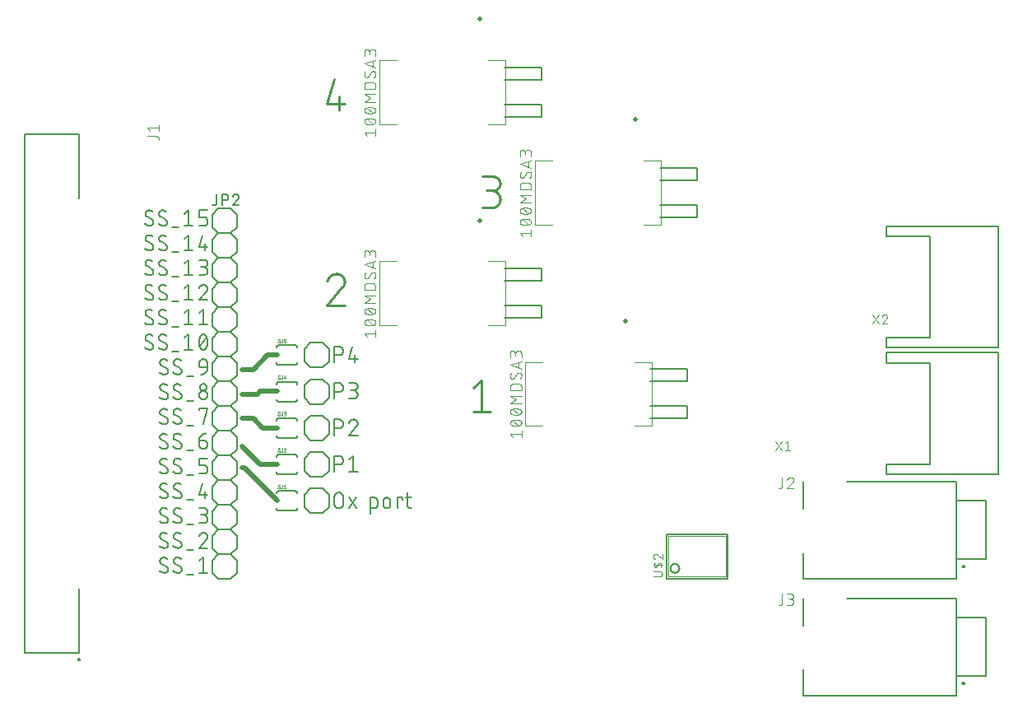
<source format=gbr>
G04 EAGLE Gerber RS-274X export*
G75*
%MOMM*%
%FSLAX34Y34*%
%LPD*%
%INSilkscreen Top*%
%IPPOS*%
%AMOC8*
5,1,8,0,0,1.08239X$1,22.5*%
G01*
%ADD10C,0.127000*%
%ADD11C,0.279400*%
%ADD12C,0.508000*%
%ADD13C,0.152400*%
%ADD14C,0.200000*%
%ADD15C,0.101600*%
%ADD16C,0.500000*%
%ADD17C,0.120000*%
%ADD18C,0.050800*%
%ADD19C,0.203200*%
%ADD20C,0.025400*%
%ADD21C,0.076200*%


D10*
X129203Y573135D02*
X129320Y573137D01*
X129436Y573143D01*
X129553Y573153D01*
X129669Y573166D01*
X129784Y573184D01*
X129899Y573205D01*
X130013Y573230D01*
X130127Y573259D01*
X130239Y573292D01*
X130350Y573328D01*
X130459Y573369D01*
X130568Y573412D01*
X130675Y573460D01*
X130780Y573511D01*
X130883Y573565D01*
X130985Y573623D01*
X131084Y573684D01*
X131182Y573749D01*
X131277Y573816D01*
X131370Y573887D01*
X131460Y573961D01*
X131548Y574038D01*
X131633Y574118D01*
X131716Y574201D01*
X131796Y574286D01*
X131873Y574374D01*
X131947Y574464D01*
X132018Y574557D01*
X132085Y574652D01*
X132150Y574750D01*
X132211Y574849D01*
X132269Y574951D01*
X132323Y575054D01*
X132374Y575159D01*
X132422Y575266D01*
X132465Y575375D01*
X132506Y575484D01*
X132542Y575595D01*
X132575Y575707D01*
X132604Y575821D01*
X132629Y575935D01*
X132650Y576050D01*
X132668Y576165D01*
X132681Y576281D01*
X132691Y576397D01*
X132697Y576514D01*
X132699Y576631D01*
X129203Y573135D02*
X129026Y573137D01*
X128850Y573143D01*
X128673Y573154D01*
X128497Y573169D01*
X128322Y573188D01*
X128147Y573211D01*
X127972Y573238D01*
X127798Y573270D01*
X127625Y573306D01*
X127453Y573345D01*
X127282Y573389D01*
X127112Y573437D01*
X126943Y573489D01*
X126776Y573545D01*
X126609Y573605D01*
X126445Y573670D01*
X126282Y573737D01*
X126120Y573809D01*
X125961Y573885D01*
X125803Y573964D01*
X125647Y574048D01*
X125493Y574135D01*
X125342Y574225D01*
X125192Y574319D01*
X125045Y574417D01*
X124900Y574518D01*
X124758Y574623D01*
X124618Y574731D01*
X124481Y574842D01*
X124346Y574957D01*
X124215Y575075D01*
X124086Y575196D01*
X123960Y575320D01*
X124396Y585369D02*
X124398Y585486D01*
X124404Y585603D01*
X124414Y585719D01*
X124427Y585835D01*
X124445Y585950D01*
X124466Y586065D01*
X124491Y586179D01*
X124520Y586293D01*
X124553Y586405D01*
X124589Y586516D01*
X124630Y586625D01*
X124673Y586734D01*
X124721Y586841D01*
X124772Y586946D01*
X124826Y587049D01*
X124884Y587151D01*
X124945Y587250D01*
X125010Y587348D01*
X125077Y587443D01*
X125148Y587536D01*
X125222Y587626D01*
X125299Y587714D01*
X125379Y587799D01*
X125462Y587882D01*
X125547Y587962D01*
X125635Y588039D01*
X125725Y588113D01*
X125818Y588184D01*
X125913Y588251D01*
X126011Y588316D01*
X126110Y588377D01*
X126212Y588435D01*
X126315Y588489D01*
X126420Y588540D01*
X126527Y588588D01*
X126636Y588631D01*
X126745Y588672D01*
X126856Y588708D01*
X126968Y588741D01*
X127082Y588770D01*
X127196Y588795D01*
X127311Y588816D01*
X127426Y588834D01*
X127542Y588847D01*
X127658Y588857D01*
X127775Y588863D01*
X127892Y588865D01*
X128048Y588863D01*
X128204Y588858D01*
X128360Y588848D01*
X128516Y588835D01*
X128671Y588819D01*
X128826Y588798D01*
X128980Y588774D01*
X129134Y588746D01*
X129287Y588715D01*
X129439Y588680D01*
X129591Y588641D01*
X129741Y588599D01*
X129890Y588553D01*
X130039Y588504D01*
X130185Y588451D01*
X130331Y588394D01*
X130475Y588334D01*
X130618Y588271D01*
X130759Y588204D01*
X130899Y588134D01*
X131037Y588061D01*
X131173Y587985D01*
X131307Y587905D01*
X131440Y587822D01*
X131570Y587736D01*
X131698Y587646D01*
X131824Y587554D01*
X126145Y582311D02*
X126046Y582371D01*
X125950Y582434D01*
X125856Y582500D01*
X125764Y582570D01*
X125674Y582642D01*
X125587Y582717D01*
X125502Y582795D01*
X125420Y582876D01*
X125341Y582959D01*
X125264Y583045D01*
X125190Y583133D01*
X125119Y583224D01*
X125051Y583316D01*
X124985Y583412D01*
X124923Y583509D01*
X124865Y583608D01*
X124809Y583709D01*
X124757Y583811D01*
X124708Y583916D01*
X124663Y584021D01*
X124621Y584129D01*
X124582Y584237D01*
X124547Y584347D01*
X124516Y584458D01*
X124488Y584570D01*
X124464Y584682D01*
X124444Y584796D01*
X124427Y584910D01*
X124414Y585024D01*
X124404Y585139D01*
X124399Y585254D01*
X124397Y585369D01*
X130950Y579689D02*
X131049Y579629D01*
X131145Y579566D01*
X131239Y579500D01*
X131331Y579430D01*
X131421Y579358D01*
X131508Y579283D01*
X131593Y579205D01*
X131675Y579124D01*
X131755Y579041D01*
X131831Y578955D01*
X131905Y578867D01*
X131976Y578776D01*
X132045Y578683D01*
X132110Y578588D01*
X132172Y578491D01*
X132230Y578392D01*
X132286Y578291D01*
X132338Y578189D01*
X132387Y578084D01*
X132432Y577979D01*
X132474Y577871D01*
X132513Y577763D01*
X132548Y577653D01*
X132579Y577542D01*
X132607Y577430D01*
X132631Y577318D01*
X132651Y577204D01*
X132668Y577090D01*
X132681Y576976D01*
X132691Y576861D01*
X132696Y576746D01*
X132698Y576631D01*
X130951Y579689D02*
X126144Y582311D01*
X143245Y573135D02*
X143362Y573137D01*
X143478Y573143D01*
X143595Y573153D01*
X143711Y573166D01*
X143826Y573184D01*
X143941Y573205D01*
X144055Y573230D01*
X144169Y573259D01*
X144281Y573292D01*
X144392Y573328D01*
X144501Y573369D01*
X144610Y573412D01*
X144717Y573460D01*
X144822Y573511D01*
X144925Y573565D01*
X145027Y573623D01*
X145126Y573684D01*
X145224Y573749D01*
X145319Y573816D01*
X145412Y573887D01*
X145502Y573961D01*
X145590Y574038D01*
X145675Y574118D01*
X145758Y574201D01*
X145838Y574286D01*
X145915Y574374D01*
X145989Y574464D01*
X146060Y574557D01*
X146127Y574652D01*
X146192Y574750D01*
X146253Y574849D01*
X146311Y574951D01*
X146365Y575054D01*
X146416Y575159D01*
X146464Y575266D01*
X146507Y575375D01*
X146548Y575484D01*
X146584Y575595D01*
X146617Y575707D01*
X146646Y575821D01*
X146671Y575935D01*
X146692Y576050D01*
X146710Y576165D01*
X146723Y576281D01*
X146733Y576397D01*
X146739Y576514D01*
X146741Y576631D01*
X143245Y573135D02*
X143068Y573137D01*
X142892Y573143D01*
X142715Y573154D01*
X142539Y573169D01*
X142364Y573188D01*
X142189Y573211D01*
X142014Y573238D01*
X141840Y573270D01*
X141667Y573306D01*
X141495Y573345D01*
X141324Y573389D01*
X141154Y573437D01*
X140985Y573489D01*
X140818Y573545D01*
X140651Y573605D01*
X140487Y573670D01*
X140324Y573737D01*
X140162Y573809D01*
X140003Y573885D01*
X139845Y573964D01*
X139689Y574048D01*
X139535Y574135D01*
X139384Y574225D01*
X139234Y574319D01*
X139087Y574417D01*
X138942Y574518D01*
X138800Y574623D01*
X138660Y574731D01*
X138523Y574842D01*
X138388Y574957D01*
X138257Y575075D01*
X138128Y575196D01*
X138002Y575320D01*
X138438Y585369D02*
X138440Y585486D01*
X138446Y585603D01*
X138456Y585719D01*
X138469Y585835D01*
X138487Y585950D01*
X138508Y586065D01*
X138533Y586179D01*
X138562Y586293D01*
X138595Y586405D01*
X138631Y586516D01*
X138672Y586625D01*
X138715Y586734D01*
X138763Y586841D01*
X138814Y586946D01*
X138868Y587049D01*
X138926Y587151D01*
X138987Y587250D01*
X139052Y587348D01*
X139119Y587443D01*
X139190Y587536D01*
X139264Y587626D01*
X139341Y587714D01*
X139421Y587799D01*
X139504Y587882D01*
X139589Y587962D01*
X139677Y588039D01*
X139767Y588113D01*
X139860Y588184D01*
X139955Y588251D01*
X140053Y588316D01*
X140152Y588377D01*
X140254Y588435D01*
X140357Y588489D01*
X140462Y588540D01*
X140569Y588588D01*
X140678Y588631D01*
X140787Y588672D01*
X140898Y588708D01*
X141010Y588741D01*
X141124Y588770D01*
X141238Y588795D01*
X141353Y588816D01*
X141468Y588834D01*
X141584Y588847D01*
X141700Y588857D01*
X141817Y588863D01*
X141934Y588865D01*
X142090Y588863D01*
X142246Y588858D01*
X142402Y588848D01*
X142558Y588835D01*
X142713Y588819D01*
X142868Y588798D01*
X143022Y588774D01*
X143176Y588746D01*
X143329Y588715D01*
X143481Y588680D01*
X143633Y588641D01*
X143783Y588599D01*
X143932Y588553D01*
X144081Y588504D01*
X144227Y588451D01*
X144373Y588394D01*
X144517Y588334D01*
X144660Y588271D01*
X144801Y588204D01*
X144941Y588134D01*
X145079Y588061D01*
X145215Y587985D01*
X145349Y587905D01*
X145482Y587822D01*
X145612Y587736D01*
X145740Y587646D01*
X145866Y587554D01*
X140187Y582311D02*
X140088Y582371D01*
X139992Y582434D01*
X139898Y582500D01*
X139806Y582570D01*
X139716Y582642D01*
X139629Y582717D01*
X139544Y582795D01*
X139462Y582876D01*
X139383Y582959D01*
X139306Y583045D01*
X139232Y583133D01*
X139161Y583224D01*
X139093Y583316D01*
X139027Y583412D01*
X138965Y583509D01*
X138907Y583608D01*
X138851Y583709D01*
X138799Y583811D01*
X138750Y583916D01*
X138705Y584021D01*
X138663Y584129D01*
X138624Y584237D01*
X138589Y584347D01*
X138558Y584458D01*
X138530Y584570D01*
X138506Y584682D01*
X138486Y584796D01*
X138469Y584910D01*
X138456Y585024D01*
X138446Y585139D01*
X138441Y585254D01*
X138439Y585369D01*
X144992Y579689D02*
X145091Y579629D01*
X145187Y579566D01*
X145281Y579500D01*
X145373Y579430D01*
X145463Y579358D01*
X145550Y579283D01*
X145635Y579205D01*
X145717Y579124D01*
X145797Y579041D01*
X145873Y578955D01*
X145947Y578867D01*
X146018Y578776D01*
X146087Y578683D01*
X146152Y578588D01*
X146214Y578491D01*
X146272Y578392D01*
X146328Y578291D01*
X146380Y578189D01*
X146429Y578084D01*
X146474Y577979D01*
X146516Y577871D01*
X146555Y577763D01*
X146590Y577653D01*
X146621Y577542D01*
X146649Y577430D01*
X146673Y577318D01*
X146693Y577204D01*
X146710Y577090D01*
X146723Y576976D01*
X146733Y576861D01*
X146738Y576746D01*
X146740Y576631D01*
X144993Y579689D02*
X140186Y582311D01*
X151915Y571387D02*
X158906Y571387D01*
X164581Y585369D02*
X168951Y588865D01*
X168951Y573135D01*
X173320Y573135D02*
X164581Y573135D01*
X179626Y573135D02*
X184869Y573135D01*
X184986Y573137D01*
X185103Y573143D01*
X185219Y573153D01*
X185335Y573166D01*
X185450Y573184D01*
X185565Y573205D01*
X185679Y573230D01*
X185793Y573259D01*
X185905Y573292D01*
X186016Y573328D01*
X186125Y573369D01*
X186234Y573412D01*
X186341Y573460D01*
X186446Y573511D01*
X186549Y573565D01*
X186651Y573623D01*
X186750Y573684D01*
X186848Y573749D01*
X186943Y573816D01*
X187036Y573887D01*
X187126Y573961D01*
X187214Y574038D01*
X187299Y574118D01*
X187382Y574201D01*
X187462Y574286D01*
X187539Y574374D01*
X187613Y574464D01*
X187684Y574557D01*
X187751Y574652D01*
X187816Y574750D01*
X187877Y574849D01*
X187935Y574951D01*
X187989Y575054D01*
X188040Y575159D01*
X188088Y575266D01*
X188131Y575374D01*
X188172Y575484D01*
X188208Y575595D01*
X188241Y575707D01*
X188270Y575821D01*
X188295Y575935D01*
X188316Y576049D01*
X188334Y576165D01*
X188347Y576281D01*
X188357Y576397D01*
X188363Y576514D01*
X188365Y576631D01*
X188365Y578378D01*
X188363Y578495D01*
X188357Y578612D01*
X188347Y578728D01*
X188334Y578844D01*
X188316Y578959D01*
X188295Y579074D01*
X188270Y579188D01*
X188241Y579302D01*
X188208Y579414D01*
X188172Y579525D01*
X188131Y579634D01*
X188088Y579743D01*
X188040Y579850D01*
X187989Y579955D01*
X187935Y580058D01*
X187877Y580160D01*
X187816Y580259D01*
X187751Y580357D01*
X187684Y580452D01*
X187613Y580545D01*
X187539Y580635D01*
X187462Y580723D01*
X187382Y580808D01*
X187299Y580891D01*
X187214Y580971D01*
X187126Y581048D01*
X187036Y581122D01*
X186943Y581193D01*
X186848Y581260D01*
X186750Y581325D01*
X186651Y581386D01*
X186549Y581444D01*
X186446Y581498D01*
X186341Y581549D01*
X186234Y581597D01*
X186125Y581640D01*
X186016Y581681D01*
X185905Y581717D01*
X185793Y581750D01*
X185679Y581779D01*
X185565Y581804D01*
X185450Y581825D01*
X185335Y581843D01*
X185219Y581856D01*
X185103Y581866D01*
X184986Y581872D01*
X184869Y581874D01*
X179626Y581874D01*
X179626Y588865D01*
X188365Y588865D01*
X132699Y551131D02*
X132697Y551014D01*
X132691Y550897D01*
X132681Y550781D01*
X132668Y550665D01*
X132650Y550550D01*
X132629Y550435D01*
X132604Y550321D01*
X132575Y550207D01*
X132542Y550095D01*
X132506Y549984D01*
X132465Y549875D01*
X132422Y549766D01*
X132374Y549659D01*
X132323Y549554D01*
X132269Y549451D01*
X132211Y549349D01*
X132150Y549250D01*
X132085Y549152D01*
X132018Y549057D01*
X131947Y548964D01*
X131873Y548874D01*
X131796Y548786D01*
X131716Y548701D01*
X131633Y548618D01*
X131548Y548538D01*
X131460Y548461D01*
X131370Y548387D01*
X131277Y548316D01*
X131182Y548249D01*
X131084Y548184D01*
X130985Y548123D01*
X130883Y548065D01*
X130780Y548011D01*
X130675Y547960D01*
X130568Y547912D01*
X130459Y547869D01*
X130350Y547828D01*
X130239Y547792D01*
X130127Y547759D01*
X130013Y547730D01*
X129899Y547705D01*
X129784Y547684D01*
X129669Y547666D01*
X129553Y547653D01*
X129436Y547643D01*
X129320Y547637D01*
X129203Y547635D01*
X129026Y547637D01*
X128850Y547643D01*
X128673Y547654D01*
X128497Y547669D01*
X128322Y547688D01*
X128147Y547711D01*
X127972Y547738D01*
X127798Y547770D01*
X127625Y547806D01*
X127453Y547845D01*
X127282Y547889D01*
X127112Y547937D01*
X126943Y547989D01*
X126776Y548045D01*
X126609Y548105D01*
X126445Y548170D01*
X126282Y548237D01*
X126120Y548309D01*
X125961Y548385D01*
X125803Y548464D01*
X125647Y548548D01*
X125493Y548635D01*
X125342Y548725D01*
X125192Y548819D01*
X125045Y548917D01*
X124900Y549018D01*
X124758Y549123D01*
X124618Y549231D01*
X124481Y549342D01*
X124346Y549457D01*
X124215Y549575D01*
X124086Y549696D01*
X123960Y549820D01*
X124396Y559869D02*
X124398Y559986D01*
X124404Y560103D01*
X124414Y560219D01*
X124427Y560335D01*
X124445Y560450D01*
X124466Y560565D01*
X124491Y560679D01*
X124520Y560793D01*
X124553Y560905D01*
X124589Y561016D01*
X124630Y561125D01*
X124673Y561234D01*
X124721Y561341D01*
X124772Y561446D01*
X124826Y561549D01*
X124884Y561651D01*
X124945Y561750D01*
X125010Y561848D01*
X125077Y561943D01*
X125148Y562036D01*
X125222Y562126D01*
X125299Y562214D01*
X125379Y562299D01*
X125462Y562382D01*
X125547Y562462D01*
X125635Y562539D01*
X125725Y562613D01*
X125818Y562684D01*
X125913Y562751D01*
X126011Y562816D01*
X126110Y562877D01*
X126212Y562935D01*
X126315Y562989D01*
X126420Y563040D01*
X126527Y563088D01*
X126636Y563131D01*
X126745Y563172D01*
X126856Y563208D01*
X126968Y563241D01*
X127082Y563270D01*
X127196Y563295D01*
X127311Y563316D01*
X127426Y563334D01*
X127542Y563347D01*
X127658Y563357D01*
X127775Y563363D01*
X127892Y563365D01*
X128048Y563363D01*
X128204Y563358D01*
X128360Y563348D01*
X128516Y563335D01*
X128671Y563319D01*
X128826Y563298D01*
X128980Y563274D01*
X129134Y563246D01*
X129287Y563215D01*
X129439Y563180D01*
X129591Y563141D01*
X129741Y563099D01*
X129890Y563053D01*
X130039Y563004D01*
X130185Y562951D01*
X130331Y562894D01*
X130475Y562834D01*
X130618Y562771D01*
X130759Y562704D01*
X130899Y562634D01*
X131037Y562561D01*
X131173Y562485D01*
X131307Y562405D01*
X131440Y562322D01*
X131570Y562236D01*
X131698Y562146D01*
X131824Y562054D01*
X126145Y556811D02*
X126046Y556871D01*
X125950Y556934D01*
X125856Y557000D01*
X125764Y557070D01*
X125674Y557142D01*
X125587Y557217D01*
X125502Y557295D01*
X125420Y557376D01*
X125341Y557459D01*
X125264Y557545D01*
X125190Y557633D01*
X125119Y557724D01*
X125051Y557816D01*
X124985Y557912D01*
X124923Y558009D01*
X124865Y558108D01*
X124809Y558209D01*
X124757Y558311D01*
X124708Y558416D01*
X124663Y558521D01*
X124621Y558629D01*
X124582Y558737D01*
X124547Y558847D01*
X124516Y558958D01*
X124488Y559070D01*
X124464Y559182D01*
X124444Y559296D01*
X124427Y559410D01*
X124414Y559524D01*
X124404Y559639D01*
X124399Y559754D01*
X124397Y559869D01*
X130950Y554189D02*
X131049Y554129D01*
X131145Y554066D01*
X131239Y554000D01*
X131331Y553930D01*
X131421Y553858D01*
X131508Y553783D01*
X131593Y553705D01*
X131675Y553624D01*
X131755Y553541D01*
X131831Y553455D01*
X131905Y553367D01*
X131976Y553276D01*
X132045Y553183D01*
X132110Y553088D01*
X132172Y552991D01*
X132230Y552892D01*
X132286Y552791D01*
X132338Y552689D01*
X132387Y552584D01*
X132432Y552479D01*
X132474Y552371D01*
X132513Y552263D01*
X132548Y552153D01*
X132579Y552042D01*
X132607Y551930D01*
X132631Y551818D01*
X132651Y551704D01*
X132668Y551590D01*
X132681Y551476D01*
X132691Y551361D01*
X132696Y551246D01*
X132698Y551131D01*
X130951Y554189D02*
X126144Y556811D01*
X143245Y547635D02*
X143362Y547637D01*
X143478Y547643D01*
X143595Y547653D01*
X143711Y547666D01*
X143826Y547684D01*
X143941Y547705D01*
X144055Y547730D01*
X144169Y547759D01*
X144281Y547792D01*
X144392Y547828D01*
X144501Y547869D01*
X144610Y547912D01*
X144717Y547960D01*
X144822Y548011D01*
X144925Y548065D01*
X145027Y548123D01*
X145126Y548184D01*
X145224Y548249D01*
X145319Y548316D01*
X145412Y548387D01*
X145502Y548461D01*
X145590Y548538D01*
X145675Y548618D01*
X145758Y548701D01*
X145838Y548786D01*
X145915Y548874D01*
X145989Y548964D01*
X146060Y549057D01*
X146127Y549152D01*
X146192Y549250D01*
X146253Y549349D01*
X146311Y549451D01*
X146365Y549554D01*
X146416Y549659D01*
X146464Y549766D01*
X146507Y549875D01*
X146548Y549984D01*
X146584Y550095D01*
X146617Y550207D01*
X146646Y550321D01*
X146671Y550435D01*
X146692Y550550D01*
X146710Y550665D01*
X146723Y550781D01*
X146733Y550897D01*
X146739Y551014D01*
X146741Y551131D01*
X143245Y547635D02*
X143068Y547637D01*
X142892Y547643D01*
X142715Y547654D01*
X142539Y547669D01*
X142364Y547688D01*
X142189Y547711D01*
X142014Y547738D01*
X141840Y547770D01*
X141667Y547806D01*
X141495Y547845D01*
X141324Y547889D01*
X141154Y547937D01*
X140985Y547989D01*
X140818Y548045D01*
X140651Y548105D01*
X140487Y548170D01*
X140324Y548237D01*
X140162Y548309D01*
X140003Y548385D01*
X139845Y548464D01*
X139689Y548548D01*
X139535Y548635D01*
X139384Y548725D01*
X139234Y548819D01*
X139087Y548917D01*
X138942Y549018D01*
X138800Y549123D01*
X138660Y549231D01*
X138523Y549342D01*
X138388Y549457D01*
X138257Y549575D01*
X138128Y549696D01*
X138002Y549820D01*
X138438Y559869D02*
X138440Y559986D01*
X138446Y560103D01*
X138456Y560219D01*
X138469Y560335D01*
X138487Y560450D01*
X138508Y560565D01*
X138533Y560679D01*
X138562Y560793D01*
X138595Y560905D01*
X138631Y561016D01*
X138672Y561125D01*
X138715Y561234D01*
X138763Y561341D01*
X138814Y561446D01*
X138868Y561549D01*
X138926Y561651D01*
X138987Y561750D01*
X139052Y561848D01*
X139119Y561943D01*
X139190Y562036D01*
X139264Y562126D01*
X139341Y562214D01*
X139421Y562299D01*
X139504Y562382D01*
X139589Y562462D01*
X139677Y562539D01*
X139767Y562613D01*
X139860Y562684D01*
X139955Y562751D01*
X140053Y562816D01*
X140152Y562877D01*
X140254Y562935D01*
X140357Y562989D01*
X140462Y563040D01*
X140569Y563088D01*
X140678Y563131D01*
X140787Y563172D01*
X140898Y563208D01*
X141010Y563241D01*
X141124Y563270D01*
X141238Y563295D01*
X141353Y563316D01*
X141468Y563334D01*
X141584Y563347D01*
X141700Y563357D01*
X141817Y563363D01*
X141934Y563365D01*
X142090Y563363D01*
X142246Y563358D01*
X142402Y563348D01*
X142558Y563335D01*
X142713Y563319D01*
X142868Y563298D01*
X143022Y563274D01*
X143176Y563246D01*
X143329Y563215D01*
X143481Y563180D01*
X143633Y563141D01*
X143783Y563099D01*
X143932Y563053D01*
X144081Y563004D01*
X144227Y562951D01*
X144373Y562894D01*
X144517Y562834D01*
X144660Y562771D01*
X144801Y562704D01*
X144941Y562634D01*
X145079Y562561D01*
X145215Y562485D01*
X145349Y562405D01*
X145482Y562322D01*
X145612Y562236D01*
X145740Y562146D01*
X145866Y562054D01*
X140187Y556811D02*
X140088Y556871D01*
X139992Y556934D01*
X139898Y557000D01*
X139806Y557070D01*
X139716Y557142D01*
X139629Y557217D01*
X139544Y557295D01*
X139462Y557376D01*
X139383Y557459D01*
X139306Y557545D01*
X139232Y557633D01*
X139161Y557724D01*
X139093Y557816D01*
X139027Y557912D01*
X138965Y558009D01*
X138907Y558108D01*
X138851Y558209D01*
X138799Y558311D01*
X138750Y558416D01*
X138705Y558521D01*
X138663Y558629D01*
X138624Y558737D01*
X138589Y558847D01*
X138558Y558958D01*
X138530Y559070D01*
X138506Y559182D01*
X138486Y559296D01*
X138469Y559410D01*
X138456Y559524D01*
X138446Y559639D01*
X138441Y559754D01*
X138439Y559869D01*
X144992Y554189D02*
X145091Y554129D01*
X145187Y554066D01*
X145281Y554000D01*
X145373Y553930D01*
X145463Y553858D01*
X145550Y553783D01*
X145635Y553705D01*
X145717Y553624D01*
X145797Y553541D01*
X145873Y553455D01*
X145947Y553367D01*
X146018Y553276D01*
X146087Y553183D01*
X146152Y553088D01*
X146214Y552991D01*
X146272Y552892D01*
X146328Y552791D01*
X146380Y552689D01*
X146429Y552584D01*
X146474Y552479D01*
X146516Y552371D01*
X146555Y552263D01*
X146590Y552153D01*
X146621Y552042D01*
X146649Y551930D01*
X146673Y551818D01*
X146693Y551704D01*
X146710Y551590D01*
X146723Y551476D01*
X146733Y551361D01*
X146738Y551246D01*
X146740Y551131D01*
X144993Y554189D02*
X140186Y556811D01*
X151915Y545887D02*
X158906Y545887D01*
X164581Y559869D02*
X168951Y563365D01*
X168951Y547635D01*
X173320Y547635D02*
X164581Y547635D01*
X179626Y551131D02*
X183122Y563365D01*
X179626Y551131D02*
X188365Y551131D01*
X185743Y554626D02*
X185743Y547635D01*
X132699Y525631D02*
X132697Y525514D01*
X132691Y525397D01*
X132681Y525281D01*
X132668Y525165D01*
X132650Y525050D01*
X132629Y524935D01*
X132604Y524821D01*
X132575Y524707D01*
X132542Y524595D01*
X132506Y524484D01*
X132465Y524375D01*
X132422Y524266D01*
X132374Y524159D01*
X132323Y524054D01*
X132269Y523951D01*
X132211Y523849D01*
X132150Y523750D01*
X132085Y523652D01*
X132018Y523557D01*
X131947Y523464D01*
X131873Y523374D01*
X131796Y523286D01*
X131716Y523201D01*
X131633Y523118D01*
X131548Y523038D01*
X131460Y522961D01*
X131370Y522887D01*
X131277Y522816D01*
X131182Y522749D01*
X131084Y522684D01*
X130985Y522623D01*
X130883Y522565D01*
X130780Y522511D01*
X130675Y522460D01*
X130568Y522412D01*
X130459Y522369D01*
X130350Y522328D01*
X130239Y522292D01*
X130127Y522259D01*
X130013Y522230D01*
X129899Y522205D01*
X129784Y522184D01*
X129669Y522166D01*
X129553Y522153D01*
X129436Y522143D01*
X129320Y522137D01*
X129203Y522135D01*
X129026Y522137D01*
X128850Y522143D01*
X128673Y522154D01*
X128497Y522169D01*
X128322Y522188D01*
X128147Y522211D01*
X127972Y522238D01*
X127798Y522270D01*
X127625Y522306D01*
X127453Y522345D01*
X127282Y522389D01*
X127112Y522437D01*
X126943Y522489D01*
X126776Y522545D01*
X126609Y522605D01*
X126445Y522670D01*
X126282Y522737D01*
X126120Y522809D01*
X125961Y522885D01*
X125803Y522964D01*
X125647Y523048D01*
X125493Y523135D01*
X125342Y523225D01*
X125192Y523319D01*
X125045Y523417D01*
X124900Y523518D01*
X124758Y523623D01*
X124618Y523731D01*
X124481Y523842D01*
X124346Y523957D01*
X124215Y524075D01*
X124086Y524196D01*
X123960Y524320D01*
X124396Y534369D02*
X124398Y534486D01*
X124404Y534603D01*
X124414Y534719D01*
X124427Y534835D01*
X124445Y534950D01*
X124466Y535065D01*
X124491Y535179D01*
X124520Y535293D01*
X124553Y535405D01*
X124589Y535516D01*
X124630Y535625D01*
X124673Y535734D01*
X124721Y535841D01*
X124772Y535946D01*
X124826Y536049D01*
X124884Y536151D01*
X124945Y536250D01*
X125010Y536348D01*
X125077Y536443D01*
X125148Y536536D01*
X125222Y536626D01*
X125299Y536714D01*
X125379Y536799D01*
X125462Y536882D01*
X125547Y536962D01*
X125635Y537039D01*
X125725Y537113D01*
X125818Y537184D01*
X125913Y537251D01*
X126011Y537316D01*
X126110Y537377D01*
X126212Y537435D01*
X126315Y537489D01*
X126420Y537540D01*
X126527Y537588D01*
X126636Y537631D01*
X126745Y537672D01*
X126856Y537708D01*
X126968Y537741D01*
X127082Y537770D01*
X127196Y537795D01*
X127311Y537816D01*
X127426Y537834D01*
X127542Y537847D01*
X127658Y537857D01*
X127775Y537863D01*
X127892Y537865D01*
X128048Y537863D01*
X128204Y537858D01*
X128360Y537848D01*
X128516Y537835D01*
X128671Y537819D01*
X128826Y537798D01*
X128980Y537774D01*
X129134Y537746D01*
X129287Y537715D01*
X129439Y537680D01*
X129591Y537641D01*
X129741Y537599D01*
X129890Y537553D01*
X130039Y537504D01*
X130185Y537451D01*
X130331Y537394D01*
X130475Y537334D01*
X130618Y537271D01*
X130759Y537204D01*
X130899Y537134D01*
X131037Y537061D01*
X131173Y536985D01*
X131307Y536905D01*
X131440Y536822D01*
X131570Y536736D01*
X131698Y536646D01*
X131824Y536554D01*
X126145Y531311D02*
X126046Y531371D01*
X125950Y531434D01*
X125856Y531500D01*
X125764Y531570D01*
X125674Y531642D01*
X125587Y531717D01*
X125502Y531795D01*
X125420Y531876D01*
X125341Y531959D01*
X125264Y532045D01*
X125190Y532133D01*
X125119Y532224D01*
X125051Y532316D01*
X124985Y532412D01*
X124923Y532509D01*
X124865Y532608D01*
X124809Y532709D01*
X124757Y532811D01*
X124708Y532916D01*
X124663Y533021D01*
X124621Y533129D01*
X124582Y533237D01*
X124547Y533347D01*
X124516Y533458D01*
X124488Y533570D01*
X124464Y533682D01*
X124444Y533796D01*
X124427Y533910D01*
X124414Y534024D01*
X124404Y534139D01*
X124399Y534254D01*
X124397Y534369D01*
X130950Y528689D02*
X131049Y528629D01*
X131145Y528566D01*
X131239Y528500D01*
X131331Y528430D01*
X131421Y528358D01*
X131508Y528283D01*
X131593Y528205D01*
X131675Y528124D01*
X131755Y528041D01*
X131831Y527955D01*
X131905Y527867D01*
X131976Y527776D01*
X132045Y527683D01*
X132110Y527588D01*
X132172Y527491D01*
X132230Y527392D01*
X132286Y527291D01*
X132338Y527189D01*
X132387Y527084D01*
X132432Y526979D01*
X132474Y526871D01*
X132513Y526763D01*
X132548Y526653D01*
X132579Y526542D01*
X132607Y526430D01*
X132631Y526318D01*
X132651Y526204D01*
X132668Y526090D01*
X132681Y525976D01*
X132691Y525861D01*
X132696Y525746D01*
X132698Y525631D01*
X130951Y528689D02*
X126144Y531311D01*
X143245Y522135D02*
X143362Y522137D01*
X143478Y522143D01*
X143595Y522153D01*
X143711Y522166D01*
X143826Y522184D01*
X143941Y522205D01*
X144055Y522230D01*
X144169Y522259D01*
X144281Y522292D01*
X144392Y522328D01*
X144501Y522369D01*
X144610Y522412D01*
X144717Y522460D01*
X144822Y522511D01*
X144925Y522565D01*
X145027Y522623D01*
X145126Y522684D01*
X145224Y522749D01*
X145319Y522816D01*
X145412Y522887D01*
X145502Y522961D01*
X145590Y523038D01*
X145675Y523118D01*
X145758Y523201D01*
X145838Y523286D01*
X145915Y523374D01*
X145989Y523464D01*
X146060Y523557D01*
X146127Y523652D01*
X146192Y523750D01*
X146253Y523849D01*
X146311Y523951D01*
X146365Y524054D01*
X146416Y524159D01*
X146464Y524266D01*
X146507Y524375D01*
X146548Y524484D01*
X146584Y524595D01*
X146617Y524707D01*
X146646Y524821D01*
X146671Y524935D01*
X146692Y525050D01*
X146710Y525165D01*
X146723Y525281D01*
X146733Y525397D01*
X146739Y525514D01*
X146741Y525631D01*
X143245Y522135D02*
X143068Y522137D01*
X142892Y522143D01*
X142715Y522154D01*
X142539Y522169D01*
X142364Y522188D01*
X142189Y522211D01*
X142014Y522238D01*
X141840Y522270D01*
X141667Y522306D01*
X141495Y522345D01*
X141324Y522389D01*
X141154Y522437D01*
X140985Y522489D01*
X140818Y522545D01*
X140651Y522605D01*
X140487Y522670D01*
X140324Y522737D01*
X140162Y522809D01*
X140003Y522885D01*
X139845Y522964D01*
X139689Y523048D01*
X139535Y523135D01*
X139384Y523225D01*
X139234Y523319D01*
X139087Y523417D01*
X138942Y523518D01*
X138800Y523623D01*
X138660Y523731D01*
X138523Y523842D01*
X138388Y523957D01*
X138257Y524075D01*
X138128Y524196D01*
X138002Y524320D01*
X138438Y534369D02*
X138440Y534486D01*
X138446Y534603D01*
X138456Y534719D01*
X138469Y534835D01*
X138487Y534950D01*
X138508Y535065D01*
X138533Y535179D01*
X138562Y535293D01*
X138595Y535405D01*
X138631Y535516D01*
X138672Y535625D01*
X138715Y535734D01*
X138763Y535841D01*
X138814Y535946D01*
X138868Y536049D01*
X138926Y536151D01*
X138987Y536250D01*
X139052Y536348D01*
X139119Y536443D01*
X139190Y536536D01*
X139264Y536626D01*
X139341Y536714D01*
X139421Y536799D01*
X139504Y536882D01*
X139589Y536962D01*
X139677Y537039D01*
X139767Y537113D01*
X139860Y537184D01*
X139955Y537251D01*
X140053Y537316D01*
X140152Y537377D01*
X140254Y537435D01*
X140357Y537489D01*
X140462Y537540D01*
X140569Y537588D01*
X140678Y537631D01*
X140787Y537672D01*
X140898Y537708D01*
X141010Y537741D01*
X141124Y537770D01*
X141238Y537795D01*
X141353Y537816D01*
X141468Y537834D01*
X141584Y537847D01*
X141700Y537857D01*
X141817Y537863D01*
X141934Y537865D01*
X142090Y537863D01*
X142246Y537858D01*
X142402Y537848D01*
X142558Y537835D01*
X142713Y537819D01*
X142868Y537798D01*
X143022Y537774D01*
X143176Y537746D01*
X143329Y537715D01*
X143481Y537680D01*
X143633Y537641D01*
X143783Y537599D01*
X143932Y537553D01*
X144081Y537504D01*
X144227Y537451D01*
X144373Y537394D01*
X144517Y537334D01*
X144660Y537271D01*
X144801Y537204D01*
X144941Y537134D01*
X145079Y537061D01*
X145215Y536985D01*
X145349Y536905D01*
X145482Y536822D01*
X145612Y536736D01*
X145740Y536646D01*
X145866Y536554D01*
X140187Y531311D02*
X140088Y531371D01*
X139992Y531434D01*
X139898Y531500D01*
X139806Y531570D01*
X139716Y531642D01*
X139629Y531717D01*
X139544Y531795D01*
X139462Y531876D01*
X139383Y531959D01*
X139306Y532045D01*
X139232Y532133D01*
X139161Y532224D01*
X139093Y532316D01*
X139027Y532412D01*
X138965Y532509D01*
X138907Y532608D01*
X138851Y532709D01*
X138799Y532811D01*
X138750Y532916D01*
X138705Y533021D01*
X138663Y533129D01*
X138624Y533237D01*
X138589Y533347D01*
X138558Y533458D01*
X138530Y533570D01*
X138506Y533682D01*
X138486Y533796D01*
X138469Y533910D01*
X138456Y534024D01*
X138446Y534139D01*
X138441Y534254D01*
X138439Y534369D01*
X144992Y528689D02*
X145091Y528629D01*
X145187Y528566D01*
X145281Y528500D01*
X145373Y528430D01*
X145463Y528358D01*
X145550Y528283D01*
X145635Y528205D01*
X145717Y528124D01*
X145797Y528041D01*
X145873Y527955D01*
X145947Y527867D01*
X146018Y527776D01*
X146087Y527683D01*
X146152Y527588D01*
X146214Y527491D01*
X146272Y527392D01*
X146328Y527291D01*
X146380Y527189D01*
X146429Y527084D01*
X146474Y526979D01*
X146516Y526871D01*
X146555Y526763D01*
X146590Y526653D01*
X146621Y526542D01*
X146649Y526430D01*
X146673Y526318D01*
X146693Y526204D01*
X146710Y526090D01*
X146723Y525976D01*
X146733Y525861D01*
X146738Y525746D01*
X146740Y525631D01*
X144993Y528689D02*
X140186Y531311D01*
X151915Y520387D02*
X158906Y520387D01*
X164581Y534369D02*
X168951Y537865D01*
X168951Y522135D01*
X173320Y522135D02*
X164581Y522135D01*
X179626Y522135D02*
X183996Y522135D01*
X184127Y522137D01*
X184257Y522143D01*
X184388Y522153D01*
X184518Y522166D01*
X184647Y522184D01*
X184776Y522205D01*
X184904Y522230D01*
X185032Y522260D01*
X185158Y522292D01*
X185284Y522329D01*
X185408Y522369D01*
X185531Y522414D01*
X185653Y522461D01*
X185773Y522513D01*
X185892Y522568D01*
X186009Y522626D01*
X186124Y522688D01*
X186237Y522753D01*
X186348Y522822D01*
X186457Y522894D01*
X186564Y522969D01*
X186669Y523048D01*
X186771Y523129D01*
X186871Y523214D01*
X186968Y523301D01*
X187062Y523392D01*
X187154Y523485D01*
X187243Y523581D01*
X187329Y523679D01*
X187412Y523780D01*
X187492Y523883D01*
X187569Y523989D01*
X187642Y524097D01*
X187713Y524207D01*
X187780Y524320D01*
X187843Y524434D01*
X187904Y524550D01*
X187960Y524667D01*
X188013Y524787D01*
X188063Y524908D01*
X188109Y525030D01*
X188151Y525154D01*
X188190Y525279D01*
X188224Y525405D01*
X188255Y525532D01*
X188283Y525660D01*
X188306Y525788D01*
X188325Y525918D01*
X188341Y526047D01*
X188353Y526178D01*
X188361Y526308D01*
X188365Y526439D01*
X188365Y526569D01*
X188361Y526700D01*
X188353Y526830D01*
X188341Y526961D01*
X188325Y527090D01*
X188306Y527220D01*
X188283Y527348D01*
X188255Y527476D01*
X188224Y527603D01*
X188190Y527729D01*
X188151Y527854D01*
X188109Y527978D01*
X188063Y528100D01*
X188013Y528221D01*
X187960Y528341D01*
X187904Y528458D01*
X187843Y528574D01*
X187780Y528689D01*
X187713Y528801D01*
X187642Y528911D01*
X187569Y529019D01*
X187492Y529125D01*
X187412Y529228D01*
X187329Y529329D01*
X187243Y529427D01*
X187154Y529523D01*
X187062Y529616D01*
X186968Y529707D01*
X186871Y529794D01*
X186771Y529879D01*
X186669Y529960D01*
X186564Y530039D01*
X186457Y530114D01*
X186348Y530186D01*
X186237Y530255D01*
X186124Y530320D01*
X186009Y530382D01*
X185892Y530440D01*
X185773Y530495D01*
X185653Y530547D01*
X185531Y530594D01*
X185408Y530639D01*
X185284Y530679D01*
X185158Y530716D01*
X185032Y530748D01*
X184904Y530778D01*
X184776Y530803D01*
X184647Y530824D01*
X184518Y530842D01*
X184388Y530855D01*
X184257Y530865D01*
X184127Y530871D01*
X183996Y530873D01*
X184869Y537865D02*
X179626Y537865D01*
X184869Y537865D02*
X184987Y537863D01*
X185105Y537857D01*
X185223Y537847D01*
X185340Y537833D01*
X185457Y537815D01*
X185573Y537793D01*
X185688Y537768D01*
X185802Y537738D01*
X185916Y537705D01*
X186028Y537667D01*
X186138Y537626D01*
X186248Y537582D01*
X186355Y537533D01*
X186461Y537481D01*
X186566Y537426D01*
X186668Y537367D01*
X186768Y537304D01*
X186866Y537238D01*
X186962Y537169D01*
X187055Y537097D01*
X187146Y537022D01*
X187234Y536943D01*
X187320Y536862D01*
X187403Y536778D01*
X187483Y536691D01*
X187560Y536601D01*
X187634Y536509D01*
X187704Y536414D01*
X187772Y536317D01*
X187836Y536218D01*
X187897Y536117D01*
X187954Y536014D01*
X188008Y535909D01*
X188058Y535802D01*
X188105Y535693D01*
X188147Y535583D01*
X188187Y535472D01*
X188222Y535359D01*
X188253Y535245D01*
X188281Y535130D01*
X188305Y535015D01*
X188325Y534898D01*
X188341Y534781D01*
X188353Y534664D01*
X188361Y534546D01*
X188365Y534428D01*
X188365Y534310D01*
X188361Y534192D01*
X188353Y534074D01*
X188341Y533957D01*
X188325Y533840D01*
X188305Y533723D01*
X188281Y533608D01*
X188253Y533493D01*
X188222Y533379D01*
X188187Y533266D01*
X188147Y533155D01*
X188105Y533045D01*
X188058Y532936D01*
X188008Y532829D01*
X187954Y532724D01*
X187897Y532621D01*
X187836Y532520D01*
X187772Y532421D01*
X187704Y532324D01*
X187634Y532229D01*
X187560Y532137D01*
X187483Y532047D01*
X187403Y531960D01*
X187320Y531876D01*
X187234Y531795D01*
X187146Y531716D01*
X187055Y531641D01*
X186962Y531569D01*
X186866Y531500D01*
X186768Y531434D01*
X186668Y531371D01*
X186566Y531312D01*
X186461Y531257D01*
X186355Y531205D01*
X186248Y531156D01*
X186138Y531112D01*
X186028Y531071D01*
X185916Y531033D01*
X185802Y531000D01*
X185688Y530970D01*
X185573Y530945D01*
X185457Y530923D01*
X185340Y530905D01*
X185223Y530891D01*
X185105Y530881D01*
X184987Y530875D01*
X184869Y530873D01*
X184869Y530874D02*
X181374Y530874D01*
X132699Y500131D02*
X132697Y500014D01*
X132691Y499897D01*
X132681Y499781D01*
X132668Y499665D01*
X132650Y499550D01*
X132629Y499435D01*
X132604Y499321D01*
X132575Y499207D01*
X132542Y499095D01*
X132506Y498984D01*
X132465Y498875D01*
X132422Y498766D01*
X132374Y498659D01*
X132323Y498554D01*
X132269Y498451D01*
X132211Y498349D01*
X132150Y498250D01*
X132085Y498152D01*
X132018Y498057D01*
X131947Y497964D01*
X131873Y497874D01*
X131796Y497786D01*
X131716Y497701D01*
X131633Y497618D01*
X131548Y497538D01*
X131460Y497461D01*
X131370Y497387D01*
X131277Y497316D01*
X131182Y497249D01*
X131084Y497184D01*
X130985Y497123D01*
X130883Y497065D01*
X130780Y497011D01*
X130675Y496960D01*
X130568Y496912D01*
X130459Y496869D01*
X130350Y496828D01*
X130239Y496792D01*
X130127Y496759D01*
X130013Y496730D01*
X129899Y496705D01*
X129784Y496684D01*
X129669Y496666D01*
X129553Y496653D01*
X129436Y496643D01*
X129320Y496637D01*
X129203Y496635D01*
X129026Y496637D01*
X128850Y496643D01*
X128673Y496654D01*
X128497Y496669D01*
X128322Y496688D01*
X128147Y496711D01*
X127972Y496738D01*
X127798Y496770D01*
X127625Y496806D01*
X127453Y496845D01*
X127282Y496889D01*
X127112Y496937D01*
X126943Y496989D01*
X126776Y497045D01*
X126609Y497105D01*
X126445Y497170D01*
X126282Y497237D01*
X126120Y497309D01*
X125961Y497385D01*
X125803Y497464D01*
X125647Y497548D01*
X125493Y497635D01*
X125342Y497725D01*
X125192Y497819D01*
X125045Y497917D01*
X124900Y498018D01*
X124758Y498123D01*
X124618Y498231D01*
X124481Y498342D01*
X124346Y498457D01*
X124215Y498575D01*
X124086Y498696D01*
X123960Y498820D01*
X124396Y508869D02*
X124398Y508986D01*
X124404Y509103D01*
X124414Y509219D01*
X124427Y509335D01*
X124445Y509450D01*
X124466Y509565D01*
X124491Y509679D01*
X124520Y509793D01*
X124553Y509905D01*
X124589Y510016D01*
X124630Y510125D01*
X124673Y510234D01*
X124721Y510341D01*
X124772Y510446D01*
X124826Y510549D01*
X124884Y510651D01*
X124945Y510750D01*
X125010Y510848D01*
X125077Y510943D01*
X125148Y511036D01*
X125222Y511126D01*
X125299Y511214D01*
X125379Y511299D01*
X125462Y511382D01*
X125547Y511462D01*
X125635Y511539D01*
X125725Y511613D01*
X125818Y511684D01*
X125913Y511751D01*
X126011Y511816D01*
X126110Y511877D01*
X126212Y511935D01*
X126315Y511989D01*
X126420Y512040D01*
X126527Y512088D01*
X126636Y512131D01*
X126745Y512172D01*
X126856Y512208D01*
X126968Y512241D01*
X127082Y512270D01*
X127196Y512295D01*
X127311Y512316D01*
X127426Y512334D01*
X127542Y512347D01*
X127658Y512357D01*
X127775Y512363D01*
X127892Y512365D01*
X128048Y512363D01*
X128204Y512358D01*
X128360Y512348D01*
X128516Y512335D01*
X128671Y512319D01*
X128826Y512298D01*
X128980Y512274D01*
X129134Y512246D01*
X129287Y512215D01*
X129439Y512180D01*
X129591Y512141D01*
X129741Y512099D01*
X129890Y512053D01*
X130039Y512004D01*
X130185Y511951D01*
X130331Y511894D01*
X130475Y511834D01*
X130618Y511771D01*
X130759Y511704D01*
X130899Y511634D01*
X131037Y511561D01*
X131173Y511485D01*
X131307Y511405D01*
X131440Y511322D01*
X131570Y511236D01*
X131698Y511146D01*
X131824Y511054D01*
X126145Y505811D02*
X126046Y505871D01*
X125950Y505934D01*
X125856Y506000D01*
X125764Y506070D01*
X125674Y506142D01*
X125587Y506217D01*
X125502Y506295D01*
X125420Y506376D01*
X125341Y506459D01*
X125264Y506545D01*
X125190Y506633D01*
X125119Y506724D01*
X125051Y506816D01*
X124985Y506912D01*
X124923Y507009D01*
X124865Y507108D01*
X124809Y507209D01*
X124757Y507311D01*
X124708Y507416D01*
X124663Y507521D01*
X124621Y507629D01*
X124582Y507737D01*
X124547Y507847D01*
X124516Y507958D01*
X124488Y508070D01*
X124464Y508182D01*
X124444Y508296D01*
X124427Y508410D01*
X124414Y508524D01*
X124404Y508639D01*
X124399Y508754D01*
X124397Y508869D01*
X130950Y503189D02*
X131049Y503129D01*
X131145Y503066D01*
X131239Y503000D01*
X131331Y502930D01*
X131421Y502858D01*
X131508Y502783D01*
X131593Y502705D01*
X131675Y502624D01*
X131755Y502541D01*
X131831Y502455D01*
X131905Y502367D01*
X131976Y502276D01*
X132045Y502183D01*
X132110Y502088D01*
X132172Y501991D01*
X132230Y501892D01*
X132286Y501791D01*
X132338Y501689D01*
X132387Y501584D01*
X132432Y501479D01*
X132474Y501371D01*
X132513Y501263D01*
X132548Y501153D01*
X132579Y501042D01*
X132607Y500930D01*
X132631Y500818D01*
X132651Y500704D01*
X132668Y500590D01*
X132681Y500476D01*
X132691Y500361D01*
X132696Y500246D01*
X132698Y500131D01*
X130951Y503189D02*
X126144Y505811D01*
X143245Y496635D02*
X143362Y496637D01*
X143478Y496643D01*
X143595Y496653D01*
X143711Y496666D01*
X143826Y496684D01*
X143941Y496705D01*
X144055Y496730D01*
X144169Y496759D01*
X144281Y496792D01*
X144392Y496828D01*
X144501Y496869D01*
X144610Y496912D01*
X144717Y496960D01*
X144822Y497011D01*
X144925Y497065D01*
X145027Y497123D01*
X145126Y497184D01*
X145224Y497249D01*
X145319Y497316D01*
X145412Y497387D01*
X145502Y497461D01*
X145590Y497538D01*
X145675Y497618D01*
X145758Y497701D01*
X145838Y497786D01*
X145915Y497874D01*
X145989Y497964D01*
X146060Y498057D01*
X146127Y498152D01*
X146192Y498250D01*
X146253Y498349D01*
X146311Y498451D01*
X146365Y498554D01*
X146416Y498659D01*
X146464Y498766D01*
X146507Y498875D01*
X146548Y498984D01*
X146584Y499095D01*
X146617Y499207D01*
X146646Y499321D01*
X146671Y499435D01*
X146692Y499550D01*
X146710Y499665D01*
X146723Y499781D01*
X146733Y499897D01*
X146739Y500014D01*
X146741Y500131D01*
X143245Y496635D02*
X143068Y496637D01*
X142892Y496643D01*
X142715Y496654D01*
X142539Y496669D01*
X142364Y496688D01*
X142189Y496711D01*
X142014Y496738D01*
X141840Y496770D01*
X141667Y496806D01*
X141495Y496845D01*
X141324Y496889D01*
X141154Y496937D01*
X140985Y496989D01*
X140818Y497045D01*
X140651Y497105D01*
X140487Y497170D01*
X140324Y497237D01*
X140162Y497309D01*
X140003Y497385D01*
X139845Y497464D01*
X139689Y497548D01*
X139535Y497635D01*
X139384Y497725D01*
X139234Y497819D01*
X139087Y497917D01*
X138942Y498018D01*
X138800Y498123D01*
X138660Y498231D01*
X138523Y498342D01*
X138388Y498457D01*
X138257Y498575D01*
X138128Y498696D01*
X138002Y498820D01*
X138438Y508869D02*
X138440Y508986D01*
X138446Y509103D01*
X138456Y509219D01*
X138469Y509335D01*
X138487Y509450D01*
X138508Y509565D01*
X138533Y509679D01*
X138562Y509793D01*
X138595Y509905D01*
X138631Y510016D01*
X138672Y510125D01*
X138715Y510234D01*
X138763Y510341D01*
X138814Y510446D01*
X138868Y510549D01*
X138926Y510651D01*
X138987Y510750D01*
X139052Y510848D01*
X139119Y510943D01*
X139190Y511036D01*
X139264Y511126D01*
X139341Y511214D01*
X139421Y511299D01*
X139504Y511382D01*
X139589Y511462D01*
X139677Y511539D01*
X139767Y511613D01*
X139860Y511684D01*
X139955Y511751D01*
X140053Y511816D01*
X140152Y511877D01*
X140254Y511935D01*
X140357Y511989D01*
X140462Y512040D01*
X140569Y512088D01*
X140678Y512131D01*
X140787Y512172D01*
X140898Y512208D01*
X141010Y512241D01*
X141124Y512270D01*
X141238Y512295D01*
X141353Y512316D01*
X141468Y512334D01*
X141584Y512347D01*
X141700Y512357D01*
X141817Y512363D01*
X141934Y512365D01*
X142090Y512363D01*
X142246Y512358D01*
X142402Y512348D01*
X142558Y512335D01*
X142713Y512319D01*
X142868Y512298D01*
X143022Y512274D01*
X143176Y512246D01*
X143329Y512215D01*
X143481Y512180D01*
X143633Y512141D01*
X143783Y512099D01*
X143932Y512053D01*
X144081Y512004D01*
X144227Y511951D01*
X144373Y511894D01*
X144517Y511834D01*
X144660Y511771D01*
X144801Y511704D01*
X144941Y511634D01*
X145079Y511561D01*
X145215Y511485D01*
X145349Y511405D01*
X145482Y511322D01*
X145612Y511236D01*
X145740Y511146D01*
X145866Y511054D01*
X140187Y505811D02*
X140088Y505871D01*
X139992Y505934D01*
X139898Y506000D01*
X139806Y506070D01*
X139716Y506142D01*
X139629Y506217D01*
X139544Y506295D01*
X139462Y506376D01*
X139383Y506459D01*
X139306Y506545D01*
X139232Y506633D01*
X139161Y506724D01*
X139093Y506816D01*
X139027Y506912D01*
X138965Y507009D01*
X138907Y507108D01*
X138851Y507209D01*
X138799Y507311D01*
X138750Y507416D01*
X138705Y507521D01*
X138663Y507629D01*
X138624Y507737D01*
X138589Y507847D01*
X138558Y507958D01*
X138530Y508070D01*
X138506Y508182D01*
X138486Y508296D01*
X138469Y508410D01*
X138456Y508524D01*
X138446Y508639D01*
X138441Y508754D01*
X138439Y508869D01*
X144992Y503189D02*
X145091Y503129D01*
X145187Y503066D01*
X145281Y503000D01*
X145373Y502930D01*
X145463Y502858D01*
X145550Y502783D01*
X145635Y502705D01*
X145717Y502624D01*
X145797Y502541D01*
X145873Y502455D01*
X145947Y502367D01*
X146018Y502276D01*
X146087Y502183D01*
X146152Y502088D01*
X146214Y501991D01*
X146272Y501892D01*
X146328Y501791D01*
X146380Y501689D01*
X146429Y501584D01*
X146474Y501479D01*
X146516Y501371D01*
X146555Y501263D01*
X146590Y501153D01*
X146621Y501042D01*
X146649Y500930D01*
X146673Y500818D01*
X146693Y500704D01*
X146710Y500590D01*
X146723Y500476D01*
X146733Y500361D01*
X146738Y500246D01*
X146740Y500131D01*
X144993Y503189D02*
X140186Y505811D01*
X151915Y494887D02*
X158906Y494887D01*
X164581Y508869D02*
X168951Y512365D01*
X168951Y496635D01*
X173320Y496635D02*
X164581Y496635D01*
X184433Y512366D02*
X184557Y512364D01*
X184680Y512358D01*
X184803Y512349D01*
X184926Y512335D01*
X185048Y512318D01*
X185170Y512296D01*
X185291Y512271D01*
X185411Y512242D01*
X185530Y512210D01*
X185648Y512174D01*
X185765Y512133D01*
X185881Y512090D01*
X185995Y512043D01*
X186108Y511992D01*
X186219Y511937D01*
X186328Y511880D01*
X186435Y511818D01*
X186540Y511754D01*
X186644Y511686D01*
X186745Y511615D01*
X186844Y511541D01*
X186940Y511463D01*
X187034Y511383D01*
X187125Y511300D01*
X187214Y511214D01*
X187300Y511125D01*
X187383Y511034D01*
X187463Y510940D01*
X187541Y510844D01*
X187615Y510745D01*
X187686Y510644D01*
X187754Y510540D01*
X187818Y510435D01*
X187880Y510328D01*
X187937Y510219D01*
X187992Y510108D01*
X188043Y509995D01*
X188090Y509881D01*
X188133Y509765D01*
X188174Y509648D01*
X188210Y509530D01*
X188242Y509411D01*
X188271Y509291D01*
X188296Y509170D01*
X188318Y509048D01*
X188335Y508926D01*
X188349Y508803D01*
X188358Y508680D01*
X188364Y508557D01*
X188366Y508433D01*
X184433Y512365D02*
X184292Y512363D01*
X184151Y512357D01*
X184010Y512347D01*
X183869Y512333D01*
X183729Y512316D01*
X183590Y512294D01*
X183451Y512269D01*
X183313Y512239D01*
X183176Y512206D01*
X183039Y512169D01*
X182904Y512128D01*
X182770Y512084D01*
X182638Y512035D01*
X182506Y511983D01*
X182377Y511928D01*
X182249Y511868D01*
X182122Y511805D01*
X181997Y511739D01*
X181875Y511669D01*
X181754Y511596D01*
X181635Y511520D01*
X181519Y511440D01*
X181405Y511357D01*
X181293Y511271D01*
X181184Y511181D01*
X181077Y511089D01*
X180973Y510994D01*
X180871Y510896D01*
X180772Y510795D01*
X180676Y510691D01*
X180584Y510585D01*
X180494Y510476D01*
X180407Y510365D01*
X180323Y510251D01*
X180243Y510135D01*
X180165Y510017D01*
X180091Y509896D01*
X180021Y509774D01*
X179954Y509650D01*
X179890Y509524D01*
X179830Y509396D01*
X179774Y509267D01*
X179721Y509136D01*
X179672Y509003D01*
X179627Y508870D01*
X187054Y505374D02*
X187145Y505463D01*
X187232Y505554D01*
X187317Y505648D01*
X187399Y505745D01*
X187478Y505844D01*
X187555Y505945D01*
X187628Y506049D01*
X187698Y506154D01*
X187764Y506262D01*
X187828Y506371D01*
X187888Y506483D01*
X187945Y506596D01*
X187998Y506711D01*
X188048Y506827D01*
X188094Y506945D01*
X188137Y507065D01*
X188176Y507185D01*
X188212Y507307D01*
X188244Y507429D01*
X188272Y507553D01*
X188297Y507677D01*
X188318Y507802D01*
X188335Y507927D01*
X188348Y508053D01*
X188357Y508180D01*
X188363Y508306D01*
X188365Y508433D01*
X187054Y505374D02*
X179626Y496635D01*
X188365Y496635D01*
X132699Y474631D02*
X132697Y474514D01*
X132691Y474397D01*
X132681Y474281D01*
X132668Y474165D01*
X132650Y474050D01*
X132629Y473935D01*
X132604Y473821D01*
X132575Y473707D01*
X132542Y473595D01*
X132506Y473484D01*
X132465Y473375D01*
X132422Y473266D01*
X132374Y473159D01*
X132323Y473054D01*
X132269Y472951D01*
X132211Y472849D01*
X132150Y472750D01*
X132085Y472652D01*
X132018Y472557D01*
X131947Y472464D01*
X131873Y472374D01*
X131796Y472286D01*
X131716Y472201D01*
X131633Y472118D01*
X131548Y472038D01*
X131460Y471961D01*
X131370Y471887D01*
X131277Y471816D01*
X131182Y471749D01*
X131084Y471684D01*
X130985Y471623D01*
X130883Y471565D01*
X130780Y471511D01*
X130675Y471460D01*
X130568Y471412D01*
X130459Y471369D01*
X130350Y471328D01*
X130239Y471292D01*
X130127Y471259D01*
X130013Y471230D01*
X129899Y471205D01*
X129784Y471184D01*
X129669Y471166D01*
X129553Y471153D01*
X129436Y471143D01*
X129320Y471137D01*
X129203Y471135D01*
X129026Y471137D01*
X128850Y471143D01*
X128673Y471154D01*
X128497Y471169D01*
X128322Y471188D01*
X128147Y471211D01*
X127972Y471238D01*
X127798Y471270D01*
X127625Y471306D01*
X127453Y471345D01*
X127282Y471389D01*
X127112Y471437D01*
X126943Y471489D01*
X126776Y471545D01*
X126609Y471605D01*
X126445Y471670D01*
X126282Y471737D01*
X126120Y471809D01*
X125961Y471885D01*
X125803Y471964D01*
X125647Y472048D01*
X125493Y472135D01*
X125342Y472225D01*
X125192Y472319D01*
X125045Y472417D01*
X124900Y472518D01*
X124758Y472623D01*
X124618Y472731D01*
X124481Y472842D01*
X124346Y472957D01*
X124215Y473075D01*
X124086Y473196D01*
X123960Y473320D01*
X124396Y483369D02*
X124398Y483486D01*
X124404Y483603D01*
X124414Y483719D01*
X124427Y483835D01*
X124445Y483950D01*
X124466Y484065D01*
X124491Y484179D01*
X124520Y484293D01*
X124553Y484405D01*
X124589Y484516D01*
X124630Y484625D01*
X124673Y484734D01*
X124721Y484841D01*
X124772Y484946D01*
X124826Y485049D01*
X124884Y485151D01*
X124945Y485250D01*
X125010Y485348D01*
X125077Y485443D01*
X125148Y485536D01*
X125222Y485626D01*
X125299Y485714D01*
X125379Y485799D01*
X125462Y485882D01*
X125547Y485962D01*
X125635Y486039D01*
X125725Y486113D01*
X125818Y486184D01*
X125913Y486251D01*
X126011Y486316D01*
X126110Y486377D01*
X126212Y486435D01*
X126315Y486489D01*
X126420Y486540D01*
X126527Y486588D01*
X126636Y486631D01*
X126745Y486672D01*
X126856Y486708D01*
X126968Y486741D01*
X127082Y486770D01*
X127196Y486795D01*
X127311Y486816D01*
X127426Y486834D01*
X127542Y486847D01*
X127658Y486857D01*
X127775Y486863D01*
X127892Y486865D01*
X128048Y486863D01*
X128204Y486858D01*
X128360Y486848D01*
X128516Y486835D01*
X128671Y486819D01*
X128826Y486798D01*
X128980Y486774D01*
X129134Y486746D01*
X129287Y486715D01*
X129439Y486680D01*
X129591Y486641D01*
X129741Y486599D01*
X129890Y486553D01*
X130039Y486504D01*
X130185Y486451D01*
X130331Y486394D01*
X130475Y486334D01*
X130618Y486271D01*
X130759Y486204D01*
X130899Y486134D01*
X131037Y486061D01*
X131173Y485985D01*
X131307Y485905D01*
X131440Y485822D01*
X131570Y485736D01*
X131698Y485646D01*
X131824Y485554D01*
X126145Y480311D02*
X126046Y480371D01*
X125950Y480434D01*
X125856Y480500D01*
X125764Y480570D01*
X125674Y480642D01*
X125587Y480717D01*
X125502Y480795D01*
X125420Y480876D01*
X125341Y480959D01*
X125264Y481045D01*
X125190Y481133D01*
X125119Y481224D01*
X125051Y481316D01*
X124985Y481412D01*
X124923Y481509D01*
X124865Y481608D01*
X124809Y481709D01*
X124757Y481811D01*
X124708Y481916D01*
X124663Y482021D01*
X124621Y482129D01*
X124582Y482237D01*
X124547Y482347D01*
X124516Y482458D01*
X124488Y482570D01*
X124464Y482682D01*
X124444Y482796D01*
X124427Y482910D01*
X124414Y483024D01*
X124404Y483139D01*
X124399Y483254D01*
X124397Y483369D01*
X130950Y477689D02*
X131049Y477629D01*
X131145Y477566D01*
X131239Y477500D01*
X131331Y477430D01*
X131421Y477358D01*
X131508Y477283D01*
X131593Y477205D01*
X131675Y477124D01*
X131755Y477041D01*
X131831Y476955D01*
X131905Y476867D01*
X131976Y476776D01*
X132045Y476683D01*
X132110Y476588D01*
X132172Y476491D01*
X132230Y476392D01*
X132286Y476291D01*
X132338Y476189D01*
X132387Y476084D01*
X132432Y475979D01*
X132474Y475871D01*
X132513Y475763D01*
X132548Y475653D01*
X132579Y475542D01*
X132607Y475430D01*
X132631Y475318D01*
X132651Y475204D01*
X132668Y475090D01*
X132681Y474976D01*
X132691Y474861D01*
X132696Y474746D01*
X132698Y474631D01*
X130951Y477689D02*
X126144Y480311D01*
X143245Y471135D02*
X143362Y471137D01*
X143478Y471143D01*
X143595Y471153D01*
X143711Y471166D01*
X143826Y471184D01*
X143941Y471205D01*
X144055Y471230D01*
X144169Y471259D01*
X144281Y471292D01*
X144392Y471328D01*
X144501Y471369D01*
X144610Y471412D01*
X144717Y471460D01*
X144822Y471511D01*
X144925Y471565D01*
X145027Y471623D01*
X145126Y471684D01*
X145224Y471749D01*
X145319Y471816D01*
X145412Y471887D01*
X145502Y471961D01*
X145590Y472038D01*
X145675Y472118D01*
X145758Y472201D01*
X145838Y472286D01*
X145915Y472374D01*
X145989Y472464D01*
X146060Y472557D01*
X146127Y472652D01*
X146192Y472750D01*
X146253Y472849D01*
X146311Y472951D01*
X146365Y473054D01*
X146416Y473159D01*
X146464Y473266D01*
X146507Y473375D01*
X146548Y473484D01*
X146584Y473595D01*
X146617Y473707D01*
X146646Y473821D01*
X146671Y473935D01*
X146692Y474050D01*
X146710Y474165D01*
X146723Y474281D01*
X146733Y474397D01*
X146739Y474514D01*
X146741Y474631D01*
X143245Y471135D02*
X143068Y471137D01*
X142892Y471143D01*
X142715Y471154D01*
X142539Y471169D01*
X142364Y471188D01*
X142189Y471211D01*
X142014Y471238D01*
X141840Y471270D01*
X141667Y471306D01*
X141495Y471345D01*
X141324Y471389D01*
X141154Y471437D01*
X140985Y471489D01*
X140818Y471545D01*
X140651Y471605D01*
X140487Y471670D01*
X140324Y471737D01*
X140162Y471809D01*
X140003Y471885D01*
X139845Y471964D01*
X139689Y472048D01*
X139535Y472135D01*
X139384Y472225D01*
X139234Y472319D01*
X139087Y472417D01*
X138942Y472518D01*
X138800Y472623D01*
X138660Y472731D01*
X138523Y472842D01*
X138388Y472957D01*
X138257Y473075D01*
X138128Y473196D01*
X138002Y473320D01*
X138438Y483369D02*
X138440Y483486D01*
X138446Y483603D01*
X138456Y483719D01*
X138469Y483835D01*
X138487Y483950D01*
X138508Y484065D01*
X138533Y484179D01*
X138562Y484293D01*
X138595Y484405D01*
X138631Y484516D01*
X138672Y484625D01*
X138715Y484734D01*
X138763Y484841D01*
X138814Y484946D01*
X138868Y485049D01*
X138926Y485151D01*
X138987Y485250D01*
X139052Y485348D01*
X139119Y485443D01*
X139190Y485536D01*
X139264Y485626D01*
X139341Y485714D01*
X139421Y485799D01*
X139504Y485882D01*
X139589Y485962D01*
X139677Y486039D01*
X139767Y486113D01*
X139860Y486184D01*
X139955Y486251D01*
X140053Y486316D01*
X140152Y486377D01*
X140254Y486435D01*
X140357Y486489D01*
X140462Y486540D01*
X140569Y486588D01*
X140678Y486631D01*
X140787Y486672D01*
X140898Y486708D01*
X141010Y486741D01*
X141124Y486770D01*
X141238Y486795D01*
X141353Y486816D01*
X141468Y486834D01*
X141584Y486847D01*
X141700Y486857D01*
X141817Y486863D01*
X141934Y486865D01*
X142090Y486863D01*
X142246Y486858D01*
X142402Y486848D01*
X142558Y486835D01*
X142713Y486819D01*
X142868Y486798D01*
X143022Y486774D01*
X143176Y486746D01*
X143329Y486715D01*
X143481Y486680D01*
X143633Y486641D01*
X143783Y486599D01*
X143932Y486553D01*
X144081Y486504D01*
X144227Y486451D01*
X144373Y486394D01*
X144517Y486334D01*
X144660Y486271D01*
X144801Y486204D01*
X144941Y486134D01*
X145079Y486061D01*
X145215Y485985D01*
X145349Y485905D01*
X145482Y485822D01*
X145612Y485736D01*
X145740Y485646D01*
X145866Y485554D01*
X140187Y480311D02*
X140088Y480371D01*
X139992Y480434D01*
X139898Y480500D01*
X139806Y480570D01*
X139716Y480642D01*
X139629Y480717D01*
X139544Y480795D01*
X139462Y480876D01*
X139383Y480959D01*
X139306Y481045D01*
X139232Y481133D01*
X139161Y481224D01*
X139093Y481316D01*
X139027Y481412D01*
X138965Y481509D01*
X138907Y481608D01*
X138851Y481709D01*
X138799Y481811D01*
X138750Y481916D01*
X138705Y482021D01*
X138663Y482129D01*
X138624Y482237D01*
X138589Y482347D01*
X138558Y482458D01*
X138530Y482570D01*
X138506Y482682D01*
X138486Y482796D01*
X138469Y482910D01*
X138456Y483024D01*
X138446Y483139D01*
X138441Y483254D01*
X138439Y483369D01*
X144992Y477689D02*
X145091Y477629D01*
X145187Y477566D01*
X145281Y477500D01*
X145373Y477430D01*
X145463Y477358D01*
X145550Y477283D01*
X145635Y477205D01*
X145717Y477124D01*
X145797Y477041D01*
X145873Y476955D01*
X145947Y476867D01*
X146018Y476776D01*
X146087Y476683D01*
X146152Y476588D01*
X146214Y476491D01*
X146272Y476392D01*
X146328Y476291D01*
X146380Y476189D01*
X146429Y476084D01*
X146474Y475979D01*
X146516Y475871D01*
X146555Y475763D01*
X146590Y475653D01*
X146621Y475542D01*
X146649Y475430D01*
X146673Y475318D01*
X146693Y475204D01*
X146710Y475090D01*
X146723Y474976D01*
X146733Y474861D01*
X146738Y474746D01*
X146740Y474631D01*
X144993Y477689D02*
X140186Y480311D01*
X151915Y469387D02*
X158906Y469387D01*
X164581Y483369D02*
X168951Y486865D01*
X168951Y471135D01*
X173320Y471135D02*
X164581Y471135D01*
X179626Y483369D02*
X183996Y486865D01*
X183996Y471135D01*
X188365Y471135D02*
X179626Y471135D01*
X132699Y449131D02*
X132697Y449014D01*
X132691Y448897D01*
X132681Y448781D01*
X132668Y448665D01*
X132650Y448550D01*
X132629Y448435D01*
X132604Y448321D01*
X132575Y448207D01*
X132542Y448095D01*
X132506Y447984D01*
X132465Y447875D01*
X132422Y447766D01*
X132374Y447659D01*
X132323Y447554D01*
X132269Y447451D01*
X132211Y447349D01*
X132150Y447250D01*
X132085Y447152D01*
X132018Y447057D01*
X131947Y446964D01*
X131873Y446874D01*
X131796Y446786D01*
X131716Y446701D01*
X131633Y446618D01*
X131548Y446538D01*
X131460Y446461D01*
X131370Y446387D01*
X131277Y446316D01*
X131182Y446249D01*
X131084Y446184D01*
X130985Y446123D01*
X130883Y446065D01*
X130780Y446011D01*
X130675Y445960D01*
X130568Y445912D01*
X130459Y445869D01*
X130350Y445828D01*
X130239Y445792D01*
X130127Y445759D01*
X130013Y445730D01*
X129899Y445705D01*
X129784Y445684D01*
X129669Y445666D01*
X129553Y445653D01*
X129436Y445643D01*
X129320Y445637D01*
X129203Y445635D01*
X129026Y445637D01*
X128850Y445643D01*
X128673Y445654D01*
X128497Y445669D01*
X128322Y445688D01*
X128147Y445711D01*
X127972Y445738D01*
X127798Y445770D01*
X127625Y445806D01*
X127453Y445845D01*
X127282Y445889D01*
X127112Y445937D01*
X126943Y445989D01*
X126776Y446045D01*
X126609Y446105D01*
X126445Y446170D01*
X126282Y446237D01*
X126120Y446309D01*
X125961Y446385D01*
X125803Y446464D01*
X125647Y446548D01*
X125493Y446635D01*
X125342Y446725D01*
X125192Y446819D01*
X125045Y446917D01*
X124900Y447018D01*
X124758Y447123D01*
X124618Y447231D01*
X124481Y447342D01*
X124346Y447457D01*
X124215Y447575D01*
X124086Y447696D01*
X123960Y447820D01*
X124396Y457869D02*
X124398Y457986D01*
X124404Y458103D01*
X124414Y458219D01*
X124427Y458335D01*
X124445Y458450D01*
X124466Y458565D01*
X124491Y458679D01*
X124520Y458793D01*
X124553Y458905D01*
X124589Y459016D01*
X124630Y459125D01*
X124673Y459234D01*
X124721Y459341D01*
X124772Y459446D01*
X124826Y459549D01*
X124884Y459651D01*
X124945Y459750D01*
X125010Y459848D01*
X125077Y459943D01*
X125148Y460036D01*
X125222Y460126D01*
X125299Y460214D01*
X125379Y460299D01*
X125462Y460382D01*
X125547Y460462D01*
X125635Y460539D01*
X125725Y460613D01*
X125818Y460684D01*
X125913Y460751D01*
X126011Y460816D01*
X126110Y460877D01*
X126212Y460935D01*
X126315Y460989D01*
X126420Y461040D01*
X126527Y461088D01*
X126636Y461131D01*
X126745Y461172D01*
X126856Y461208D01*
X126968Y461241D01*
X127082Y461270D01*
X127196Y461295D01*
X127311Y461316D01*
X127426Y461334D01*
X127542Y461347D01*
X127658Y461357D01*
X127775Y461363D01*
X127892Y461365D01*
X128048Y461363D01*
X128204Y461358D01*
X128360Y461348D01*
X128516Y461335D01*
X128671Y461319D01*
X128826Y461298D01*
X128980Y461274D01*
X129134Y461246D01*
X129287Y461215D01*
X129439Y461180D01*
X129591Y461141D01*
X129741Y461099D01*
X129890Y461053D01*
X130039Y461004D01*
X130185Y460951D01*
X130331Y460894D01*
X130475Y460834D01*
X130618Y460771D01*
X130759Y460704D01*
X130899Y460634D01*
X131037Y460561D01*
X131173Y460485D01*
X131307Y460405D01*
X131440Y460322D01*
X131570Y460236D01*
X131698Y460146D01*
X131824Y460054D01*
X126145Y454811D02*
X126046Y454871D01*
X125950Y454934D01*
X125856Y455000D01*
X125764Y455070D01*
X125674Y455142D01*
X125587Y455217D01*
X125502Y455295D01*
X125420Y455376D01*
X125341Y455459D01*
X125264Y455545D01*
X125190Y455633D01*
X125119Y455724D01*
X125051Y455816D01*
X124985Y455912D01*
X124923Y456009D01*
X124865Y456108D01*
X124809Y456209D01*
X124757Y456311D01*
X124708Y456416D01*
X124663Y456521D01*
X124621Y456629D01*
X124582Y456737D01*
X124547Y456847D01*
X124516Y456958D01*
X124488Y457070D01*
X124464Y457182D01*
X124444Y457296D01*
X124427Y457410D01*
X124414Y457524D01*
X124404Y457639D01*
X124399Y457754D01*
X124397Y457869D01*
X130950Y452189D02*
X131049Y452129D01*
X131145Y452066D01*
X131239Y452000D01*
X131331Y451930D01*
X131421Y451858D01*
X131508Y451783D01*
X131593Y451705D01*
X131675Y451624D01*
X131755Y451541D01*
X131831Y451455D01*
X131905Y451367D01*
X131976Y451276D01*
X132045Y451183D01*
X132110Y451088D01*
X132172Y450991D01*
X132230Y450892D01*
X132286Y450791D01*
X132338Y450689D01*
X132387Y450584D01*
X132432Y450479D01*
X132474Y450371D01*
X132513Y450263D01*
X132548Y450153D01*
X132579Y450042D01*
X132607Y449930D01*
X132631Y449818D01*
X132651Y449704D01*
X132668Y449590D01*
X132681Y449476D01*
X132691Y449361D01*
X132696Y449246D01*
X132698Y449131D01*
X130951Y452189D02*
X126144Y454811D01*
X143245Y445635D02*
X143362Y445637D01*
X143478Y445643D01*
X143595Y445653D01*
X143711Y445666D01*
X143826Y445684D01*
X143941Y445705D01*
X144055Y445730D01*
X144169Y445759D01*
X144281Y445792D01*
X144392Y445828D01*
X144501Y445869D01*
X144610Y445912D01*
X144717Y445960D01*
X144822Y446011D01*
X144925Y446065D01*
X145027Y446123D01*
X145126Y446184D01*
X145224Y446249D01*
X145319Y446316D01*
X145412Y446387D01*
X145502Y446461D01*
X145590Y446538D01*
X145675Y446618D01*
X145758Y446701D01*
X145838Y446786D01*
X145915Y446874D01*
X145989Y446964D01*
X146060Y447057D01*
X146127Y447152D01*
X146192Y447250D01*
X146253Y447349D01*
X146311Y447451D01*
X146365Y447554D01*
X146416Y447659D01*
X146464Y447766D01*
X146507Y447875D01*
X146548Y447984D01*
X146584Y448095D01*
X146617Y448207D01*
X146646Y448321D01*
X146671Y448435D01*
X146692Y448550D01*
X146710Y448665D01*
X146723Y448781D01*
X146733Y448897D01*
X146739Y449014D01*
X146741Y449131D01*
X143245Y445635D02*
X143068Y445637D01*
X142892Y445643D01*
X142715Y445654D01*
X142539Y445669D01*
X142364Y445688D01*
X142189Y445711D01*
X142014Y445738D01*
X141840Y445770D01*
X141667Y445806D01*
X141495Y445845D01*
X141324Y445889D01*
X141154Y445937D01*
X140985Y445989D01*
X140818Y446045D01*
X140651Y446105D01*
X140487Y446170D01*
X140324Y446237D01*
X140162Y446309D01*
X140003Y446385D01*
X139845Y446464D01*
X139689Y446548D01*
X139535Y446635D01*
X139384Y446725D01*
X139234Y446819D01*
X139087Y446917D01*
X138942Y447018D01*
X138800Y447123D01*
X138660Y447231D01*
X138523Y447342D01*
X138388Y447457D01*
X138257Y447575D01*
X138128Y447696D01*
X138002Y447820D01*
X138438Y457869D02*
X138440Y457986D01*
X138446Y458103D01*
X138456Y458219D01*
X138469Y458335D01*
X138487Y458450D01*
X138508Y458565D01*
X138533Y458679D01*
X138562Y458793D01*
X138595Y458905D01*
X138631Y459016D01*
X138672Y459125D01*
X138715Y459234D01*
X138763Y459341D01*
X138814Y459446D01*
X138868Y459549D01*
X138926Y459651D01*
X138987Y459750D01*
X139052Y459848D01*
X139119Y459943D01*
X139190Y460036D01*
X139264Y460126D01*
X139341Y460214D01*
X139421Y460299D01*
X139504Y460382D01*
X139589Y460462D01*
X139677Y460539D01*
X139767Y460613D01*
X139860Y460684D01*
X139955Y460751D01*
X140053Y460816D01*
X140152Y460877D01*
X140254Y460935D01*
X140357Y460989D01*
X140462Y461040D01*
X140569Y461088D01*
X140678Y461131D01*
X140787Y461172D01*
X140898Y461208D01*
X141010Y461241D01*
X141124Y461270D01*
X141238Y461295D01*
X141353Y461316D01*
X141468Y461334D01*
X141584Y461347D01*
X141700Y461357D01*
X141817Y461363D01*
X141934Y461365D01*
X142090Y461363D01*
X142246Y461358D01*
X142402Y461348D01*
X142558Y461335D01*
X142713Y461319D01*
X142868Y461298D01*
X143022Y461274D01*
X143176Y461246D01*
X143329Y461215D01*
X143481Y461180D01*
X143633Y461141D01*
X143783Y461099D01*
X143932Y461053D01*
X144081Y461004D01*
X144227Y460951D01*
X144373Y460894D01*
X144517Y460834D01*
X144660Y460771D01*
X144801Y460704D01*
X144941Y460634D01*
X145079Y460561D01*
X145215Y460485D01*
X145349Y460405D01*
X145482Y460322D01*
X145612Y460236D01*
X145740Y460146D01*
X145866Y460054D01*
X140187Y454811D02*
X140088Y454871D01*
X139992Y454934D01*
X139898Y455000D01*
X139806Y455070D01*
X139716Y455142D01*
X139629Y455217D01*
X139544Y455295D01*
X139462Y455376D01*
X139383Y455459D01*
X139306Y455545D01*
X139232Y455633D01*
X139161Y455724D01*
X139093Y455816D01*
X139027Y455912D01*
X138965Y456009D01*
X138907Y456108D01*
X138851Y456209D01*
X138799Y456311D01*
X138750Y456416D01*
X138705Y456521D01*
X138663Y456629D01*
X138624Y456737D01*
X138589Y456847D01*
X138558Y456958D01*
X138530Y457070D01*
X138506Y457182D01*
X138486Y457296D01*
X138469Y457410D01*
X138456Y457524D01*
X138446Y457639D01*
X138441Y457754D01*
X138439Y457869D01*
X144992Y452189D02*
X145091Y452129D01*
X145187Y452066D01*
X145281Y452000D01*
X145373Y451930D01*
X145463Y451858D01*
X145550Y451783D01*
X145635Y451705D01*
X145717Y451624D01*
X145797Y451541D01*
X145873Y451455D01*
X145947Y451367D01*
X146018Y451276D01*
X146087Y451183D01*
X146152Y451088D01*
X146214Y450991D01*
X146272Y450892D01*
X146328Y450791D01*
X146380Y450689D01*
X146429Y450584D01*
X146474Y450479D01*
X146516Y450371D01*
X146555Y450263D01*
X146590Y450153D01*
X146621Y450042D01*
X146649Y449930D01*
X146673Y449818D01*
X146693Y449704D01*
X146710Y449590D01*
X146723Y449476D01*
X146733Y449361D01*
X146738Y449246D01*
X146740Y449131D01*
X144993Y452189D02*
X140186Y454811D01*
X151915Y443887D02*
X158906Y443887D01*
X164581Y457869D02*
X168951Y461365D01*
X168951Y445635D01*
X173320Y445635D02*
X164581Y445635D01*
X179626Y453500D02*
X179630Y453809D01*
X179641Y454119D01*
X179659Y454428D01*
X179685Y454736D01*
X179718Y455044D01*
X179759Y455350D01*
X179807Y455656D01*
X179862Y455961D01*
X179924Y456264D01*
X179994Y456565D01*
X180070Y456865D01*
X180154Y457163D01*
X180245Y457459D01*
X180343Y457752D01*
X180448Y458043D01*
X180560Y458332D01*
X180679Y458618D01*
X180805Y458901D01*
X180937Y459180D01*
X180938Y459181D02*
X180976Y459285D01*
X181017Y459389D01*
X181062Y459491D01*
X181111Y459591D01*
X181163Y459689D01*
X181218Y459786D01*
X181277Y459881D01*
X181339Y459973D01*
X181404Y460064D01*
X181472Y460152D01*
X181543Y460238D01*
X181617Y460321D01*
X181694Y460402D01*
X181773Y460480D01*
X181855Y460555D01*
X181940Y460627D01*
X182027Y460696D01*
X182117Y460763D01*
X182209Y460826D01*
X182302Y460886D01*
X182398Y460943D01*
X182496Y460996D01*
X182596Y461046D01*
X182697Y461093D01*
X182800Y461136D01*
X182904Y461175D01*
X183009Y461211D01*
X183116Y461243D01*
X183224Y461271D01*
X183332Y461296D01*
X183442Y461317D01*
X183552Y461334D01*
X183662Y461348D01*
X183773Y461357D01*
X183885Y461363D01*
X183996Y461365D01*
X184107Y461363D01*
X184219Y461357D01*
X184330Y461348D01*
X184440Y461334D01*
X184550Y461317D01*
X184660Y461296D01*
X184768Y461271D01*
X184876Y461243D01*
X184983Y461211D01*
X185088Y461175D01*
X185192Y461136D01*
X185295Y461093D01*
X185396Y461046D01*
X185496Y460996D01*
X185594Y460943D01*
X185690Y460886D01*
X185783Y460826D01*
X185875Y460763D01*
X185965Y460696D01*
X186052Y460627D01*
X186137Y460555D01*
X186219Y460480D01*
X186298Y460402D01*
X186375Y460321D01*
X186449Y460238D01*
X186520Y460152D01*
X186588Y460064D01*
X186653Y459973D01*
X186715Y459881D01*
X186774Y459786D01*
X186829Y459689D01*
X186881Y459591D01*
X186930Y459490D01*
X186975Y459389D01*
X187016Y459285D01*
X187054Y459180D01*
X187055Y459180D02*
X187187Y458901D01*
X187313Y458618D01*
X187432Y458332D01*
X187544Y458044D01*
X187649Y457752D01*
X187747Y457459D01*
X187838Y457163D01*
X187922Y456865D01*
X187998Y456565D01*
X188068Y456264D01*
X188130Y455961D01*
X188185Y455656D01*
X188233Y455351D01*
X188274Y455044D01*
X188307Y454736D01*
X188333Y454428D01*
X188351Y454119D01*
X188362Y453809D01*
X188366Y453500D01*
X179626Y453500D02*
X179630Y453191D01*
X179641Y452881D01*
X179659Y452572D01*
X179685Y452264D01*
X179718Y451956D01*
X179759Y451650D01*
X179807Y451344D01*
X179862Y451039D01*
X179924Y450736D01*
X179994Y450435D01*
X180070Y450135D01*
X180154Y449837D01*
X180245Y449541D01*
X180343Y449248D01*
X180448Y448957D01*
X180560Y448668D01*
X180679Y448382D01*
X180805Y448099D01*
X180937Y447820D01*
X180938Y447819D02*
X180976Y447715D01*
X181017Y447611D01*
X181062Y447509D01*
X181111Y447409D01*
X181163Y447311D01*
X181218Y447214D01*
X181277Y447119D01*
X181339Y447027D01*
X181404Y446936D01*
X181472Y446848D01*
X181543Y446762D01*
X181617Y446679D01*
X181694Y446598D01*
X181773Y446520D01*
X181855Y446445D01*
X181940Y446373D01*
X182027Y446303D01*
X182117Y446237D01*
X182209Y446174D01*
X182302Y446114D01*
X182398Y446057D01*
X182496Y446004D01*
X182596Y445954D01*
X182697Y445907D01*
X182800Y445864D01*
X182904Y445825D01*
X183009Y445789D01*
X183116Y445757D01*
X183224Y445729D01*
X183332Y445704D01*
X183442Y445683D01*
X183552Y445666D01*
X183662Y445652D01*
X183773Y445643D01*
X183885Y445637D01*
X183996Y445635D01*
X187054Y447820D02*
X187186Y448099D01*
X187312Y448382D01*
X187431Y448668D01*
X187543Y448956D01*
X187648Y449248D01*
X187746Y449541D01*
X187837Y449837D01*
X187921Y450135D01*
X187997Y450435D01*
X188067Y450736D01*
X188129Y451039D01*
X188184Y451344D01*
X188232Y451650D01*
X188273Y451956D01*
X188306Y452264D01*
X188332Y452572D01*
X188350Y452881D01*
X188361Y453191D01*
X188365Y453500D01*
X187054Y447819D02*
X187016Y447715D01*
X186975Y447611D01*
X186930Y447510D01*
X186881Y447409D01*
X186829Y447311D01*
X186774Y447214D01*
X186715Y447119D01*
X186653Y447027D01*
X186588Y446936D01*
X186520Y446848D01*
X186449Y446762D01*
X186375Y446679D01*
X186298Y446598D01*
X186219Y446520D01*
X186137Y446445D01*
X186052Y446373D01*
X185965Y446304D01*
X185875Y446237D01*
X185783Y446174D01*
X185690Y446114D01*
X185594Y446057D01*
X185496Y446004D01*
X185396Y445954D01*
X185295Y445907D01*
X185192Y445864D01*
X185088Y445825D01*
X184983Y445789D01*
X184876Y445757D01*
X184768Y445729D01*
X184660Y445704D01*
X184550Y445683D01*
X184440Y445666D01*
X184330Y445652D01*
X184219Y445643D01*
X184107Y445637D01*
X183996Y445635D01*
X180500Y449131D02*
X187491Y457869D01*
X147744Y423631D02*
X147742Y423514D01*
X147736Y423397D01*
X147726Y423281D01*
X147713Y423165D01*
X147695Y423050D01*
X147674Y422935D01*
X147649Y422821D01*
X147620Y422707D01*
X147587Y422595D01*
X147551Y422484D01*
X147510Y422375D01*
X147467Y422266D01*
X147419Y422159D01*
X147368Y422054D01*
X147314Y421951D01*
X147256Y421849D01*
X147195Y421750D01*
X147130Y421652D01*
X147063Y421557D01*
X146992Y421464D01*
X146918Y421374D01*
X146841Y421286D01*
X146761Y421201D01*
X146678Y421118D01*
X146593Y421038D01*
X146505Y420961D01*
X146415Y420887D01*
X146322Y420816D01*
X146227Y420749D01*
X146129Y420684D01*
X146030Y420623D01*
X145928Y420565D01*
X145825Y420511D01*
X145720Y420460D01*
X145613Y420412D01*
X145504Y420369D01*
X145395Y420328D01*
X145284Y420292D01*
X145172Y420259D01*
X145058Y420230D01*
X144944Y420205D01*
X144829Y420184D01*
X144714Y420166D01*
X144598Y420153D01*
X144481Y420143D01*
X144365Y420137D01*
X144248Y420135D01*
X144071Y420137D01*
X143895Y420143D01*
X143718Y420154D01*
X143542Y420169D01*
X143367Y420188D01*
X143192Y420211D01*
X143017Y420238D01*
X142843Y420270D01*
X142670Y420306D01*
X142498Y420345D01*
X142327Y420389D01*
X142157Y420437D01*
X141988Y420489D01*
X141821Y420545D01*
X141654Y420605D01*
X141490Y420670D01*
X141327Y420737D01*
X141165Y420809D01*
X141006Y420885D01*
X140848Y420964D01*
X140692Y421048D01*
X140538Y421135D01*
X140387Y421225D01*
X140237Y421319D01*
X140090Y421417D01*
X139945Y421518D01*
X139803Y421623D01*
X139663Y421731D01*
X139526Y421842D01*
X139391Y421957D01*
X139260Y422075D01*
X139131Y422196D01*
X139005Y422320D01*
X139441Y432369D02*
X139443Y432486D01*
X139449Y432603D01*
X139459Y432719D01*
X139472Y432835D01*
X139490Y432950D01*
X139511Y433065D01*
X139536Y433179D01*
X139565Y433293D01*
X139598Y433405D01*
X139634Y433516D01*
X139675Y433625D01*
X139718Y433734D01*
X139766Y433841D01*
X139817Y433946D01*
X139871Y434049D01*
X139929Y434151D01*
X139990Y434250D01*
X140055Y434348D01*
X140122Y434443D01*
X140193Y434536D01*
X140267Y434626D01*
X140344Y434714D01*
X140424Y434799D01*
X140507Y434882D01*
X140592Y434962D01*
X140680Y435039D01*
X140770Y435113D01*
X140863Y435184D01*
X140958Y435251D01*
X141056Y435316D01*
X141155Y435377D01*
X141257Y435435D01*
X141360Y435489D01*
X141465Y435540D01*
X141572Y435588D01*
X141681Y435631D01*
X141790Y435672D01*
X141901Y435708D01*
X142013Y435741D01*
X142127Y435770D01*
X142241Y435795D01*
X142356Y435816D01*
X142471Y435834D01*
X142587Y435847D01*
X142703Y435857D01*
X142820Y435863D01*
X142937Y435865D01*
X143093Y435863D01*
X143249Y435858D01*
X143405Y435848D01*
X143561Y435835D01*
X143716Y435819D01*
X143871Y435798D01*
X144025Y435774D01*
X144179Y435746D01*
X144332Y435715D01*
X144484Y435680D01*
X144636Y435641D01*
X144786Y435599D01*
X144935Y435553D01*
X145084Y435504D01*
X145230Y435451D01*
X145376Y435394D01*
X145520Y435334D01*
X145663Y435271D01*
X145804Y435204D01*
X145944Y435134D01*
X146082Y435061D01*
X146218Y434985D01*
X146352Y434905D01*
X146485Y434822D01*
X146615Y434736D01*
X146743Y434646D01*
X146869Y434554D01*
X141190Y429311D02*
X141091Y429371D01*
X140995Y429434D01*
X140901Y429500D01*
X140809Y429570D01*
X140719Y429642D01*
X140632Y429717D01*
X140547Y429795D01*
X140465Y429876D01*
X140386Y429959D01*
X140309Y430045D01*
X140235Y430133D01*
X140164Y430224D01*
X140096Y430316D01*
X140030Y430412D01*
X139968Y430509D01*
X139910Y430608D01*
X139854Y430709D01*
X139802Y430811D01*
X139753Y430916D01*
X139708Y431021D01*
X139666Y431129D01*
X139627Y431237D01*
X139592Y431347D01*
X139561Y431458D01*
X139533Y431570D01*
X139509Y431682D01*
X139489Y431796D01*
X139472Y431910D01*
X139459Y432024D01*
X139449Y432139D01*
X139444Y432254D01*
X139442Y432369D01*
X145995Y426689D02*
X146094Y426629D01*
X146190Y426566D01*
X146284Y426500D01*
X146376Y426430D01*
X146466Y426358D01*
X146553Y426283D01*
X146638Y426205D01*
X146720Y426124D01*
X146800Y426041D01*
X146876Y425955D01*
X146950Y425867D01*
X147021Y425776D01*
X147090Y425683D01*
X147155Y425588D01*
X147217Y425491D01*
X147275Y425392D01*
X147331Y425291D01*
X147383Y425189D01*
X147432Y425084D01*
X147477Y424979D01*
X147519Y424871D01*
X147558Y424763D01*
X147593Y424653D01*
X147624Y424542D01*
X147652Y424430D01*
X147676Y424318D01*
X147696Y424204D01*
X147713Y424090D01*
X147726Y423976D01*
X147736Y423861D01*
X147741Y423746D01*
X147743Y423631D01*
X145996Y426689D02*
X141189Y429311D01*
X158290Y420135D02*
X158407Y420137D01*
X158523Y420143D01*
X158640Y420153D01*
X158756Y420166D01*
X158871Y420184D01*
X158986Y420205D01*
X159100Y420230D01*
X159214Y420259D01*
X159326Y420292D01*
X159437Y420328D01*
X159546Y420369D01*
X159655Y420412D01*
X159762Y420460D01*
X159867Y420511D01*
X159970Y420565D01*
X160072Y420623D01*
X160171Y420684D01*
X160269Y420749D01*
X160364Y420816D01*
X160457Y420887D01*
X160547Y420961D01*
X160635Y421038D01*
X160720Y421118D01*
X160803Y421201D01*
X160883Y421286D01*
X160960Y421374D01*
X161034Y421464D01*
X161105Y421557D01*
X161172Y421652D01*
X161237Y421750D01*
X161298Y421849D01*
X161356Y421951D01*
X161410Y422054D01*
X161461Y422159D01*
X161509Y422266D01*
X161552Y422375D01*
X161593Y422484D01*
X161629Y422595D01*
X161662Y422707D01*
X161691Y422821D01*
X161716Y422935D01*
X161737Y423050D01*
X161755Y423165D01*
X161768Y423281D01*
X161778Y423397D01*
X161784Y423514D01*
X161786Y423631D01*
X158290Y420135D02*
X158113Y420137D01*
X157937Y420143D01*
X157760Y420154D01*
X157584Y420169D01*
X157409Y420188D01*
X157234Y420211D01*
X157059Y420238D01*
X156885Y420270D01*
X156712Y420306D01*
X156540Y420345D01*
X156369Y420389D01*
X156199Y420437D01*
X156030Y420489D01*
X155863Y420545D01*
X155696Y420605D01*
X155532Y420670D01*
X155369Y420737D01*
X155207Y420809D01*
X155048Y420885D01*
X154890Y420964D01*
X154734Y421048D01*
X154580Y421135D01*
X154429Y421225D01*
X154279Y421319D01*
X154132Y421417D01*
X153987Y421518D01*
X153845Y421623D01*
X153705Y421731D01*
X153568Y421842D01*
X153433Y421957D01*
X153302Y422075D01*
X153173Y422196D01*
X153047Y422320D01*
X153483Y432369D02*
X153485Y432486D01*
X153491Y432603D01*
X153501Y432719D01*
X153514Y432835D01*
X153532Y432950D01*
X153553Y433065D01*
X153578Y433179D01*
X153607Y433293D01*
X153640Y433405D01*
X153676Y433516D01*
X153717Y433625D01*
X153760Y433734D01*
X153808Y433841D01*
X153859Y433946D01*
X153913Y434049D01*
X153971Y434151D01*
X154032Y434250D01*
X154097Y434348D01*
X154164Y434443D01*
X154235Y434536D01*
X154309Y434626D01*
X154386Y434714D01*
X154466Y434799D01*
X154549Y434882D01*
X154634Y434962D01*
X154722Y435039D01*
X154812Y435113D01*
X154905Y435184D01*
X155000Y435251D01*
X155098Y435316D01*
X155197Y435377D01*
X155299Y435435D01*
X155402Y435489D01*
X155507Y435540D01*
X155614Y435588D01*
X155723Y435631D01*
X155832Y435672D01*
X155943Y435708D01*
X156055Y435741D01*
X156169Y435770D01*
X156283Y435795D01*
X156398Y435816D01*
X156513Y435834D01*
X156629Y435847D01*
X156745Y435857D01*
X156862Y435863D01*
X156979Y435865D01*
X157135Y435863D01*
X157291Y435858D01*
X157447Y435848D01*
X157603Y435835D01*
X157758Y435819D01*
X157913Y435798D01*
X158067Y435774D01*
X158221Y435746D01*
X158374Y435715D01*
X158526Y435680D01*
X158678Y435641D01*
X158828Y435599D01*
X158977Y435553D01*
X159126Y435504D01*
X159272Y435451D01*
X159418Y435394D01*
X159562Y435334D01*
X159705Y435271D01*
X159846Y435204D01*
X159986Y435134D01*
X160124Y435061D01*
X160260Y434985D01*
X160394Y434905D01*
X160527Y434822D01*
X160657Y434736D01*
X160785Y434646D01*
X160911Y434554D01*
X155232Y429311D02*
X155133Y429371D01*
X155037Y429434D01*
X154943Y429500D01*
X154851Y429570D01*
X154761Y429642D01*
X154674Y429717D01*
X154589Y429795D01*
X154507Y429876D01*
X154428Y429959D01*
X154351Y430045D01*
X154277Y430133D01*
X154206Y430224D01*
X154138Y430316D01*
X154072Y430412D01*
X154010Y430509D01*
X153952Y430608D01*
X153896Y430709D01*
X153844Y430811D01*
X153795Y430916D01*
X153750Y431021D01*
X153708Y431129D01*
X153669Y431237D01*
X153634Y431347D01*
X153603Y431458D01*
X153575Y431570D01*
X153551Y431682D01*
X153531Y431796D01*
X153514Y431910D01*
X153501Y432024D01*
X153491Y432139D01*
X153486Y432254D01*
X153484Y432369D01*
X160037Y426689D02*
X160136Y426629D01*
X160232Y426566D01*
X160326Y426500D01*
X160418Y426430D01*
X160508Y426358D01*
X160595Y426283D01*
X160680Y426205D01*
X160762Y426124D01*
X160842Y426041D01*
X160918Y425955D01*
X160992Y425867D01*
X161063Y425776D01*
X161132Y425683D01*
X161197Y425588D01*
X161259Y425491D01*
X161317Y425392D01*
X161373Y425291D01*
X161425Y425189D01*
X161474Y425084D01*
X161519Y424979D01*
X161561Y424871D01*
X161600Y424763D01*
X161635Y424653D01*
X161666Y424542D01*
X161694Y424430D01*
X161718Y424318D01*
X161738Y424204D01*
X161755Y424090D01*
X161768Y423976D01*
X161778Y423861D01*
X161783Y423746D01*
X161785Y423631D01*
X160038Y426689D02*
X155231Y429311D01*
X166960Y418387D02*
X173951Y418387D01*
X183122Y427126D02*
X188365Y427126D01*
X183122Y427126D02*
X183005Y427128D01*
X182888Y427134D01*
X182772Y427144D01*
X182656Y427157D01*
X182541Y427175D01*
X182426Y427196D01*
X182312Y427221D01*
X182198Y427250D01*
X182086Y427283D01*
X181975Y427319D01*
X181866Y427360D01*
X181757Y427403D01*
X181650Y427451D01*
X181545Y427502D01*
X181442Y427556D01*
X181340Y427614D01*
X181241Y427675D01*
X181143Y427740D01*
X181048Y427807D01*
X180955Y427878D01*
X180865Y427952D01*
X180777Y428029D01*
X180692Y428109D01*
X180609Y428192D01*
X180529Y428277D01*
X180452Y428365D01*
X180378Y428455D01*
X180307Y428548D01*
X180240Y428643D01*
X180175Y428741D01*
X180114Y428840D01*
X180056Y428942D01*
X180002Y429045D01*
X179951Y429150D01*
X179903Y429257D01*
X179860Y429366D01*
X179819Y429475D01*
X179783Y429586D01*
X179750Y429698D01*
X179721Y429812D01*
X179696Y429926D01*
X179675Y430041D01*
X179657Y430156D01*
X179644Y430272D01*
X179634Y430388D01*
X179628Y430505D01*
X179626Y430622D01*
X179626Y431496D01*
X179627Y431496D02*
X179629Y431627D01*
X179635Y431757D01*
X179645Y431888D01*
X179658Y432018D01*
X179676Y432147D01*
X179697Y432276D01*
X179722Y432404D01*
X179752Y432532D01*
X179784Y432658D01*
X179821Y432784D01*
X179861Y432908D01*
X179906Y433031D01*
X179953Y433153D01*
X180005Y433273D01*
X180060Y433392D01*
X180118Y433509D01*
X180180Y433624D01*
X180245Y433737D01*
X180314Y433848D01*
X180386Y433957D01*
X180461Y434064D01*
X180540Y434169D01*
X180621Y434271D01*
X180706Y434371D01*
X180793Y434468D01*
X180884Y434562D01*
X180977Y434654D01*
X181073Y434743D01*
X181171Y434829D01*
X181272Y434912D01*
X181375Y434992D01*
X181481Y435069D01*
X181589Y435142D01*
X181699Y435213D01*
X181812Y435280D01*
X181926Y435343D01*
X182042Y435404D01*
X182159Y435460D01*
X182279Y435513D01*
X182400Y435563D01*
X182522Y435609D01*
X182646Y435651D01*
X182771Y435690D01*
X182897Y435724D01*
X183024Y435755D01*
X183152Y435783D01*
X183280Y435806D01*
X183410Y435825D01*
X183539Y435841D01*
X183670Y435853D01*
X183800Y435861D01*
X183931Y435865D01*
X184061Y435865D01*
X184192Y435861D01*
X184322Y435853D01*
X184453Y435841D01*
X184582Y435825D01*
X184712Y435806D01*
X184840Y435783D01*
X184968Y435755D01*
X185095Y435724D01*
X185221Y435690D01*
X185346Y435651D01*
X185470Y435609D01*
X185592Y435563D01*
X185713Y435513D01*
X185833Y435460D01*
X185950Y435404D01*
X186066Y435343D01*
X186181Y435280D01*
X186293Y435213D01*
X186403Y435142D01*
X186511Y435069D01*
X186617Y434992D01*
X186720Y434912D01*
X186821Y434829D01*
X186919Y434743D01*
X187015Y434654D01*
X187108Y434562D01*
X187199Y434468D01*
X187286Y434371D01*
X187371Y434271D01*
X187452Y434169D01*
X187531Y434064D01*
X187606Y433957D01*
X187678Y433848D01*
X187747Y433737D01*
X187812Y433624D01*
X187874Y433509D01*
X187932Y433392D01*
X187987Y433273D01*
X188039Y433153D01*
X188086Y433031D01*
X188131Y432908D01*
X188171Y432784D01*
X188208Y432658D01*
X188240Y432532D01*
X188270Y432404D01*
X188295Y432276D01*
X188316Y432147D01*
X188334Y432018D01*
X188347Y431888D01*
X188357Y431757D01*
X188363Y431627D01*
X188365Y431496D01*
X188365Y427126D01*
X188363Y426957D01*
X188357Y426788D01*
X188347Y426620D01*
X188332Y426451D01*
X188314Y426283D01*
X188292Y426116D01*
X188265Y425949D01*
X188235Y425783D01*
X188200Y425617D01*
X188162Y425453D01*
X188119Y425289D01*
X188073Y425127D01*
X188023Y424966D01*
X187969Y424806D01*
X187911Y424647D01*
X187849Y424490D01*
X187783Y424334D01*
X187714Y424180D01*
X187641Y424028D01*
X187564Y423877D01*
X187484Y423728D01*
X187400Y423582D01*
X187313Y423437D01*
X187222Y423295D01*
X187127Y423155D01*
X187030Y423017D01*
X186929Y422881D01*
X186825Y422748D01*
X186717Y422618D01*
X186607Y422490D01*
X186493Y422365D01*
X186377Y422243D01*
X186257Y422123D01*
X186135Y422007D01*
X186010Y421893D01*
X185882Y421783D01*
X185752Y421675D01*
X185619Y421571D01*
X185483Y421470D01*
X185345Y421373D01*
X185205Y421278D01*
X185063Y421187D01*
X184918Y421100D01*
X184771Y421016D01*
X184623Y420936D01*
X184472Y420859D01*
X184320Y420786D01*
X184166Y420717D01*
X184010Y420651D01*
X183853Y420589D01*
X183694Y420531D01*
X183534Y420477D01*
X183373Y420427D01*
X183211Y420381D01*
X183047Y420338D01*
X182883Y420300D01*
X182717Y420265D01*
X182551Y420235D01*
X182384Y420208D01*
X182217Y420186D01*
X182049Y420168D01*
X181880Y420153D01*
X181712Y420143D01*
X181543Y420137D01*
X181374Y420135D01*
X147744Y398131D02*
X147742Y398014D01*
X147736Y397897D01*
X147726Y397781D01*
X147713Y397665D01*
X147695Y397550D01*
X147674Y397435D01*
X147649Y397321D01*
X147620Y397207D01*
X147587Y397095D01*
X147551Y396984D01*
X147510Y396875D01*
X147467Y396766D01*
X147419Y396659D01*
X147368Y396554D01*
X147314Y396451D01*
X147256Y396349D01*
X147195Y396250D01*
X147130Y396152D01*
X147063Y396057D01*
X146992Y395964D01*
X146918Y395874D01*
X146841Y395786D01*
X146761Y395701D01*
X146678Y395618D01*
X146593Y395538D01*
X146505Y395461D01*
X146415Y395387D01*
X146322Y395316D01*
X146227Y395249D01*
X146129Y395184D01*
X146030Y395123D01*
X145928Y395065D01*
X145825Y395011D01*
X145720Y394960D01*
X145613Y394912D01*
X145504Y394869D01*
X145395Y394828D01*
X145284Y394792D01*
X145172Y394759D01*
X145058Y394730D01*
X144944Y394705D01*
X144829Y394684D01*
X144714Y394666D01*
X144598Y394653D01*
X144481Y394643D01*
X144365Y394637D01*
X144248Y394635D01*
X144071Y394637D01*
X143895Y394643D01*
X143718Y394654D01*
X143542Y394669D01*
X143367Y394688D01*
X143192Y394711D01*
X143017Y394738D01*
X142843Y394770D01*
X142670Y394806D01*
X142498Y394845D01*
X142327Y394889D01*
X142157Y394937D01*
X141988Y394989D01*
X141821Y395045D01*
X141654Y395105D01*
X141490Y395170D01*
X141327Y395237D01*
X141165Y395309D01*
X141006Y395385D01*
X140848Y395464D01*
X140692Y395548D01*
X140538Y395635D01*
X140387Y395725D01*
X140237Y395819D01*
X140090Y395917D01*
X139945Y396018D01*
X139803Y396123D01*
X139663Y396231D01*
X139526Y396342D01*
X139391Y396457D01*
X139260Y396575D01*
X139131Y396696D01*
X139005Y396820D01*
X139441Y406869D02*
X139443Y406986D01*
X139449Y407103D01*
X139459Y407219D01*
X139472Y407335D01*
X139490Y407450D01*
X139511Y407565D01*
X139536Y407679D01*
X139565Y407793D01*
X139598Y407905D01*
X139634Y408016D01*
X139675Y408125D01*
X139718Y408234D01*
X139766Y408341D01*
X139817Y408446D01*
X139871Y408549D01*
X139929Y408651D01*
X139990Y408750D01*
X140055Y408848D01*
X140122Y408943D01*
X140193Y409036D01*
X140267Y409126D01*
X140344Y409214D01*
X140424Y409299D01*
X140507Y409382D01*
X140592Y409462D01*
X140680Y409539D01*
X140770Y409613D01*
X140863Y409684D01*
X140958Y409751D01*
X141056Y409816D01*
X141155Y409877D01*
X141257Y409935D01*
X141360Y409989D01*
X141465Y410040D01*
X141572Y410088D01*
X141681Y410131D01*
X141790Y410172D01*
X141901Y410208D01*
X142013Y410241D01*
X142127Y410270D01*
X142241Y410295D01*
X142356Y410316D01*
X142471Y410334D01*
X142587Y410347D01*
X142703Y410357D01*
X142820Y410363D01*
X142937Y410365D01*
X143093Y410363D01*
X143249Y410358D01*
X143405Y410348D01*
X143561Y410335D01*
X143716Y410319D01*
X143871Y410298D01*
X144025Y410274D01*
X144179Y410246D01*
X144332Y410215D01*
X144484Y410180D01*
X144636Y410141D01*
X144786Y410099D01*
X144935Y410053D01*
X145084Y410004D01*
X145230Y409951D01*
X145376Y409894D01*
X145520Y409834D01*
X145663Y409771D01*
X145804Y409704D01*
X145944Y409634D01*
X146082Y409561D01*
X146218Y409485D01*
X146352Y409405D01*
X146485Y409322D01*
X146615Y409236D01*
X146743Y409146D01*
X146869Y409054D01*
X141190Y403811D02*
X141091Y403871D01*
X140995Y403934D01*
X140901Y404000D01*
X140809Y404070D01*
X140719Y404142D01*
X140632Y404217D01*
X140547Y404295D01*
X140465Y404376D01*
X140386Y404459D01*
X140309Y404545D01*
X140235Y404633D01*
X140164Y404724D01*
X140096Y404816D01*
X140030Y404912D01*
X139968Y405009D01*
X139910Y405108D01*
X139854Y405209D01*
X139802Y405311D01*
X139753Y405416D01*
X139708Y405521D01*
X139666Y405629D01*
X139627Y405737D01*
X139592Y405847D01*
X139561Y405958D01*
X139533Y406070D01*
X139509Y406182D01*
X139489Y406296D01*
X139472Y406410D01*
X139459Y406524D01*
X139449Y406639D01*
X139444Y406754D01*
X139442Y406869D01*
X145995Y401189D02*
X146094Y401129D01*
X146190Y401066D01*
X146284Y401000D01*
X146376Y400930D01*
X146466Y400858D01*
X146553Y400783D01*
X146638Y400705D01*
X146720Y400624D01*
X146800Y400541D01*
X146876Y400455D01*
X146950Y400367D01*
X147021Y400276D01*
X147090Y400183D01*
X147155Y400088D01*
X147217Y399991D01*
X147275Y399892D01*
X147331Y399791D01*
X147383Y399689D01*
X147432Y399584D01*
X147477Y399479D01*
X147519Y399371D01*
X147558Y399263D01*
X147593Y399153D01*
X147624Y399042D01*
X147652Y398930D01*
X147676Y398818D01*
X147696Y398704D01*
X147713Y398590D01*
X147726Y398476D01*
X147736Y398361D01*
X147741Y398246D01*
X147743Y398131D01*
X145996Y401189D02*
X141189Y403811D01*
X158290Y394635D02*
X158407Y394637D01*
X158523Y394643D01*
X158640Y394653D01*
X158756Y394666D01*
X158871Y394684D01*
X158986Y394705D01*
X159100Y394730D01*
X159214Y394759D01*
X159326Y394792D01*
X159437Y394828D01*
X159546Y394869D01*
X159655Y394912D01*
X159762Y394960D01*
X159867Y395011D01*
X159970Y395065D01*
X160072Y395123D01*
X160171Y395184D01*
X160269Y395249D01*
X160364Y395316D01*
X160457Y395387D01*
X160547Y395461D01*
X160635Y395538D01*
X160720Y395618D01*
X160803Y395701D01*
X160883Y395786D01*
X160960Y395874D01*
X161034Y395964D01*
X161105Y396057D01*
X161172Y396152D01*
X161237Y396250D01*
X161298Y396349D01*
X161356Y396451D01*
X161410Y396554D01*
X161461Y396659D01*
X161509Y396766D01*
X161552Y396875D01*
X161593Y396984D01*
X161629Y397095D01*
X161662Y397207D01*
X161691Y397321D01*
X161716Y397435D01*
X161737Y397550D01*
X161755Y397665D01*
X161768Y397781D01*
X161778Y397897D01*
X161784Y398014D01*
X161786Y398131D01*
X158290Y394635D02*
X158113Y394637D01*
X157937Y394643D01*
X157760Y394654D01*
X157584Y394669D01*
X157409Y394688D01*
X157234Y394711D01*
X157059Y394738D01*
X156885Y394770D01*
X156712Y394806D01*
X156540Y394845D01*
X156369Y394889D01*
X156199Y394937D01*
X156030Y394989D01*
X155863Y395045D01*
X155696Y395105D01*
X155532Y395170D01*
X155369Y395237D01*
X155207Y395309D01*
X155048Y395385D01*
X154890Y395464D01*
X154734Y395548D01*
X154580Y395635D01*
X154429Y395725D01*
X154279Y395819D01*
X154132Y395917D01*
X153987Y396018D01*
X153845Y396123D01*
X153705Y396231D01*
X153568Y396342D01*
X153433Y396457D01*
X153302Y396575D01*
X153173Y396696D01*
X153047Y396820D01*
X153483Y406869D02*
X153485Y406986D01*
X153491Y407103D01*
X153501Y407219D01*
X153514Y407335D01*
X153532Y407450D01*
X153553Y407565D01*
X153578Y407679D01*
X153607Y407793D01*
X153640Y407905D01*
X153676Y408016D01*
X153717Y408125D01*
X153760Y408234D01*
X153808Y408341D01*
X153859Y408446D01*
X153913Y408549D01*
X153971Y408651D01*
X154032Y408750D01*
X154097Y408848D01*
X154164Y408943D01*
X154235Y409036D01*
X154309Y409126D01*
X154386Y409214D01*
X154466Y409299D01*
X154549Y409382D01*
X154634Y409462D01*
X154722Y409539D01*
X154812Y409613D01*
X154905Y409684D01*
X155000Y409751D01*
X155098Y409816D01*
X155197Y409877D01*
X155299Y409935D01*
X155402Y409989D01*
X155507Y410040D01*
X155614Y410088D01*
X155723Y410131D01*
X155832Y410172D01*
X155943Y410208D01*
X156055Y410241D01*
X156169Y410270D01*
X156283Y410295D01*
X156398Y410316D01*
X156513Y410334D01*
X156629Y410347D01*
X156745Y410357D01*
X156862Y410363D01*
X156979Y410365D01*
X157135Y410363D01*
X157291Y410358D01*
X157447Y410348D01*
X157603Y410335D01*
X157758Y410319D01*
X157913Y410298D01*
X158067Y410274D01*
X158221Y410246D01*
X158374Y410215D01*
X158526Y410180D01*
X158678Y410141D01*
X158828Y410099D01*
X158977Y410053D01*
X159126Y410004D01*
X159272Y409951D01*
X159418Y409894D01*
X159562Y409834D01*
X159705Y409771D01*
X159846Y409704D01*
X159986Y409634D01*
X160124Y409561D01*
X160260Y409485D01*
X160394Y409405D01*
X160527Y409322D01*
X160657Y409236D01*
X160785Y409146D01*
X160911Y409054D01*
X155232Y403811D02*
X155133Y403871D01*
X155037Y403934D01*
X154943Y404000D01*
X154851Y404070D01*
X154761Y404142D01*
X154674Y404217D01*
X154589Y404295D01*
X154507Y404376D01*
X154428Y404459D01*
X154351Y404545D01*
X154277Y404633D01*
X154206Y404724D01*
X154138Y404816D01*
X154072Y404912D01*
X154010Y405009D01*
X153952Y405108D01*
X153896Y405209D01*
X153844Y405311D01*
X153795Y405416D01*
X153750Y405521D01*
X153708Y405629D01*
X153669Y405737D01*
X153634Y405847D01*
X153603Y405958D01*
X153575Y406070D01*
X153551Y406182D01*
X153531Y406296D01*
X153514Y406410D01*
X153501Y406524D01*
X153491Y406639D01*
X153486Y406754D01*
X153484Y406869D01*
X160037Y401189D02*
X160136Y401129D01*
X160232Y401066D01*
X160326Y401000D01*
X160418Y400930D01*
X160508Y400858D01*
X160595Y400783D01*
X160680Y400705D01*
X160762Y400624D01*
X160842Y400541D01*
X160918Y400455D01*
X160992Y400367D01*
X161063Y400276D01*
X161132Y400183D01*
X161197Y400088D01*
X161259Y399991D01*
X161317Y399892D01*
X161373Y399791D01*
X161425Y399689D01*
X161474Y399584D01*
X161519Y399479D01*
X161561Y399371D01*
X161600Y399263D01*
X161635Y399153D01*
X161666Y399042D01*
X161694Y398930D01*
X161718Y398818D01*
X161738Y398704D01*
X161755Y398590D01*
X161768Y398476D01*
X161778Y398361D01*
X161783Y398246D01*
X161785Y398131D01*
X160038Y401189D02*
X155231Y403811D01*
X166960Y392887D02*
X173951Y392887D01*
X179627Y399004D02*
X179629Y399135D01*
X179635Y399265D01*
X179645Y399396D01*
X179658Y399526D01*
X179676Y399655D01*
X179697Y399784D01*
X179722Y399912D01*
X179752Y400040D01*
X179784Y400166D01*
X179821Y400292D01*
X179861Y400416D01*
X179906Y400539D01*
X179953Y400661D01*
X180005Y400781D01*
X180060Y400900D01*
X180118Y401017D01*
X180180Y401132D01*
X180245Y401245D01*
X180314Y401356D01*
X180386Y401465D01*
X180461Y401572D01*
X180540Y401677D01*
X180621Y401779D01*
X180706Y401879D01*
X180793Y401976D01*
X180884Y402070D01*
X180977Y402162D01*
X181073Y402251D01*
X181171Y402337D01*
X181272Y402420D01*
X181375Y402500D01*
X181481Y402577D01*
X181589Y402650D01*
X181699Y402721D01*
X181812Y402788D01*
X181926Y402851D01*
X182042Y402912D01*
X182159Y402968D01*
X182279Y403021D01*
X182400Y403071D01*
X182522Y403117D01*
X182646Y403159D01*
X182771Y403198D01*
X182897Y403232D01*
X183024Y403263D01*
X183152Y403291D01*
X183280Y403314D01*
X183410Y403333D01*
X183539Y403349D01*
X183670Y403361D01*
X183800Y403369D01*
X183931Y403373D01*
X184061Y403373D01*
X184192Y403369D01*
X184322Y403361D01*
X184453Y403349D01*
X184582Y403333D01*
X184712Y403314D01*
X184840Y403291D01*
X184968Y403263D01*
X185095Y403232D01*
X185221Y403198D01*
X185346Y403159D01*
X185470Y403117D01*
X185592Y403071D01*
X185713Y403021D01*
X185833Y402968D01*
X185950Y402912D01*
X186066Y402851D01*
X186181Y402788D01*
X186293Y402721D01*
X186403Y402650D01*
X186511Y402577D01*
X186617Y402500D01*
X186720Y402420D01*
X186821Y402337D01*
X186919Y402251D01*
X187015Y402162D01*
X187108Y402070D01*
X187199Y401976D01*
X187286Y401879D01*
X187371Y401779D01*
X187452Y401677D01*
X187531Y401572D01*
X187606Y401465D01*
X187678Y401356D01*
X187747Y401245D01*
X187812Y401132D01*
X187874Y401017D01*
X187932Y400900D01*
X187987Y400781D01*
X188039Y400661D01*
X188086Y400539D01*
X188131Y400416D01*
X188171Y400292D01*
X188208Y400166D01*
X188240Y400040D01*
X188270Y399912D01*
X188295Y399784D01*
X188316Y399655D01*
X188334Y399526D01*
X188347Y399396D01*
X188357Y399265D01*
X188363Y399135D01*
X188365Y399004D01*
X188363Y398873D01*
X188357Y398743D01*
X188347Y398612D01*
X188334Y398482D01*
X188316Y398353D01*
X188295Y398224D01*
X188270Y398096D01*
X188240Y397968D01*
X188208Y397842D01*
X188171Y397716D01*
X188131Y397592D01*
X188086Y397469D01*
X188039Y397347D01*
X187987Y397227D01*
X187932Y397108D01*
X187874Y396991D01*
X187812Y396876D01*
X187747Y396763D01*
X187678Y396652D01*
X187606Y396543D01*
X187531Y396436D01*
X187452Y396331D01*
X187371Y396229D01*
X187286Y396129D01*
X187199Y396032D01*
X187108Y395938D01*
X187015Y395846D01*
X186919Y395757D01*
X186821Y395671D01*
X186720Y395588D01*
X186617Y395508D01*
X186511Y395431D01*
X186403Y395358D01*
X186293Y395287D01*
X186181Y395220D01*
X186066Y395157D01*
X185950Y395096D01*
X185833Y395040D01*
X185713Y394987D01*
X185592Y394937D01*
X185470Y394891D01*
X185346Y394849D01*
X185221Y394810D01*
X185095Y394776D01*
X184968Y394745D01*
X184840Y394717D01*
X184712Y394694D01*
X184582Y394675D01*
X184453Y394659D01*
X184322Y394647D01*
X184192Y394639D01*
X184061Y394635D01*
X183931Y394635D01*
X183800Y394639D01*
X183670Y394647D01*
X183539Y394659D01*
X183410Y394675D01*
X183280Y394694D01*
X183152Y394717D01*
X183024Y394745D01*
X182897Y394776D01*
X182771Y394810D01*
X182646Y394849D01*
X182522Y394891D01*
X182400Y394937D01*
X182279Y394987D01*
X182159Y395040D01*
X182042Y395096D01*
X181926Y395157D01*
X181812Y395220D01*
X181699Y395287D01*
X181589Y395358D01*
X181481Y395431D01*
X181375Y395508D01*
X181272Y395588D01*
X181171Y395671D01*
X181073Y395757D01*
X180977Y395846D01*
X180884Y395938D01*
X180793Y396032D01*
X180706Y396129D01*
X180621Y396229D01*
X180540Y396331D01*
X180461Y396436D01*
X180386Y396543D01*
X180314Y396652D01*
X180245Y396763D01*
X180180Y396876D01*
X180118Y396991D01*
X180060Y397108D01*
X180005Y397227D01*
X179953Y397347D01*
X179906Y397469D01*
X179861Y397592D01*
X179821Y397716D01*
X179784Y397842D01*
X179752Y397968D01*
X179722Y398096D01*
X179697Y398224D01*
X179676Y398353D01*
X179658Y398482D01*
X179645Y398612D01*
X179635Y398743D01*
X179629Y398873D01*
X179627Y399004D01*
X180500Y406869D02*
X180502Y406987D01*
X180508Y407105D01*
X180518Y407223D01*
X180532Y407340D01*
X180550Y407457D01*
X180572Y407573D01*
X180597Y407688D01*
X180627Y407802D01*
X180660Y407916D01*
X180698Y408028D01*
X180739Y408138D01*
X180783Y408248D01*
X180832Y408355D01*
X180884Y408461D01*
X180939Y408566D01*
X180998Y408668D01*
X181061Y408768D01*
X181127Y408866D01*
X181196Y408962D01*
X181268Y409055D01*
X181343Y409146D01*
X181422Y409234D01*
X181503Y409320D01*
X181587Y409403D01*
X181674Y409483D01*
X181764Y409560D01*
X181856Y409634D01*
X181951Y409704D01*
X182048Y409772D01*
X182147Y409836D01*
X182248Y409897D01*
X182351Y409954D01*
X182456Y410008D01*
X182563Y410058D01*
X182672Y410105D01*
X182782Y410147D01*
X182893Y410187D01*
X183006Y410222D01*
X183120Y410253D01*
X183235Y410281D01*
X183350Y410305D01*
X183467Y410325D01*
X183584Y410341D01*
X183701Y410353D01*
X183819Y410361D01*
X183937Y410365D01*
X184055Y410365D01*
X184173Y410361D01*
X184291Y410353D01*
X184408Y410341D01*
X184525Y410325D01*
X184642Y410305D01*
X184757Y410281D01*
X184872Y410253D01*
X184986Y410222D01*
X185099Y410187D01*
X185210Y410147D01*
X185320Y410105D01*
X185429Y410058D01*
X185536Y410008D01*
X185641Y409954D01*
X185744Y409897D01*
X185845Y409836D01*
X185944Y409772D01*
X186041Y409704D01*
X186136Y409634D01*
X186228Y409560D01*
X186318Y409483D01*
X186405Y409403D01*
X186489Y409320D01*
X186570Y409234D01*
X186649Y409146D01*
X186724Y409055D01*
X186796Y408962D01*
X186865Y408866D01*
X186931Y408768D01*
X186994Y408668D01*
X187053Y408566D01*
X187108Y408461D01*
X187160Y408355D01*
X187209Y408248D01*
X187253Y408138D01*
X187294Y408028D01*
X187332Y407916D01*
X187365Y407802D01*
X187395Y407688D01*
X187420Y407573D01*
X187442Y407457D01*
X187460Y407340D01*
X187474Y407223D01*
X187484Y407105D01*
X187490Y406987D01*
X187492Y406869D01*
X187490Y406751D01*
X187484Y406633D01*
X187474Y406515D01*
X187460Y406398D01*
X187442Y406281D01*
X187420Y406165D01*
X187395Y406050D01*
X187365Y405936D01*
X187332Y405822D01*
X187294Y405710D01*
X187253Y405600D01*
X187209Y405490D01*
X187160Y405383D01*
X187108Y405277D01*
X187053Y405172D01*
X186994Y405070D01*
X186931Y404970D01*
X186865Y404872D01*
X186796Y404776D01*
X186724Y404683D01*
X186649Y404592D01*
X186570Y404504D01*
X186489Y404418D01*
X186405Y404335D01*
X186318Y404255D01*
X186228Y404178D01*
X186136Y404104D01*
X186041Y404034D01*
X185944Y403966D01*
X185845Y403902D01*
X185744Y403841D01*
X185641Y403784D01*
X185536Y403730D01*
X185429Y403680D01*
X185320Y403633D01*
X185210Y403591D01*
X185099Y403551D01*
X184986Y403516D01*
X184872Y403485D01*
X184757Y403457D01*
X184642Y403433D01*
X184525Y403413D01*
X184408Y403397D01*
X184291Y403385D01*
X184173Y403377D01*
X184055Y403373D01*
X183937Y403373D01*
X183819Y403377D01*
X183701Y403385D01*
X183584Y403397D01*
X183467Y403413D01*
X183350Y403433D01*
X183235Y403457D01*
X183120Y403485D01*
X183006Y403516D01*
X182893Y403551D01*
X182782Y403591D01*
X182672Y403633D01*
X182563Y403680D01*
X182456Y403730D01*
X182351Y403784D01*
X182248Y403841D01*
X182147Y403902D01*
X182048Y403966D01*
X181951Y404034D01*
X181856Y404104D01*
X181764Y404178D01*
X181674Y404255D01*
X181587Y404335D01*
X181503Y404418D01*
X181422Y404504D01*
X181343Y404592D01*
X181268Y404683D01*
X181196Y404776D01*
X181127Y404872D01*
X181061Y404970D01*
X180998Y405070D01*
X180939Y405172D01*
X180884Y405277D01*
X180832Y405383D01*
X180783Y405490D01*
X180739Y405600D01*
X180698Y405710D01*
X180660Y405822D01*
X180627Y405936D01*
X180597Y406050D01*
X180572Y406165D01*
X180550Y406281D01*
X180532Y406398D01*
X180518Y406515D01*
X180508Y406633D01*
X180502Y406751D01*
X180500Y406869D01*
X147744Y372631D02*
X147742Y372514D01*
X147736Y372397D01*
X147726Y372281D01*
X147713Y372165D01*
X147695Y372050D01*
X147674Y371935D01*
X147649Y371821D01*
X147620Y371707D01*
X147587Y371595D01*
X147551Y371484D01*
X147510Y371375D01*
X147467Y371266D01*
X147419Y371159D01*
X147368Y371054D01*
X147314Y370951D01*
X147256Y370849D01*
X147195Y370750D01*
X147130Y370652D01*
X147063Y370557D01*
X146992Y370464D01*
X146918Y370374D01*
X146841Y370286D01*
X146761Y370201D01*
X146678Y370118D01*
X146593Y370038D01*
X146505Y369961D01*
X146415Y369887D01*
X146322Y369816D01*
X146227Y369749D01*
X146129Y369684D01*
X146030Y369623D01*
X145928Y369565D01*
X145825Y369511D01*
X145720Y369460D01*
X145613Y369412D01*
X145504Y369369D01*
X145395Y369328D01*
X145284Y369292D01*
X145172Y369259D01*
X145058Y369230D01*
X144944Y369205D01*
X144829Y369184D01*
X144714Y369166D01*
X144598Y369153D01*
X144481Y369143D01*
X144365Y369137D01*
X144248Y369135D01*
X144071Y369137D01*
X143895Y369143D01*
X143718Y369154D01*
X143542Y369169D01*
X143367Y369188D01*
X143192Y369211D01*
X143017Y369238D01*
X142843Y369270D01*
X142670Y369306D01*
X142498Y369345D01*
X142327Y369389D01*
X142157Y369437D01*
X141988Y369489D01*
X141821Y369545D01*
X141654Y369605D01*
X141490Y369670D01*
X141327Y369737D01*
X141165Y369809D01*
X141006Y369885D01*
X140848Y369964D01*
X140692Y370048D01*
X140538Y370135D01*
X140387Y370225D01*
X140237Y370319D01*
X140090Y370417D01*
X139945Y370518D01*
X139803Y370623D01*
X139663Y370731D01*
X139526Y370842D01*
X139391Y370957D01*
X139260Y371075D01*
X139131Y371196D01*
X139005Y371320D01*
X139441Y381369D02*
X139443Y381486D01*
X139449Y381603D01*
X139459Y381719D01*
X139472Y381835D01*
X139490Y381950D01*
X139511Y382065D01*
X139536Y382179D01*
X139565Y382293D01*
X139598Y382405D01*
X139634Y382516D01*
X139675Y382625D01*
X139718Y382734D01*
X139766Y382841D01*
X139817Y382946D01*
X139871Y383049D01*
X139929Y383151D01*
X139990Y383250D01*
X140055Y383348D01*
X140122Y383443D01*
X140193Y383536D01*
X140267Y383626D01*
X140344Y383714D01*
X140424Y383799D01*
X140507Y383882D01*
X140592Y383962D01*
X140680Y384039D01*
X140770Y384113D01*
X140863Y384184D01*
X140958Y384251D01*
X141056Y384316D01*
X141155Y384377D01*
X141257Y384435D01*
X141360Y384489D01*
X141465Y384540D01*
X141572Y384588D01*
X141681Y384631D01*
X141790Y384672D01*
X141901Y384708D01*
X142013Y384741D01*
X142127Y384770D01*
X142241Y384795D01*
X142356Y384816D01*
X142471Y384834D01*
X142587Y384847D01*
X142703Y384857D01*
X142820Y384863D01*
X142937Y384865D01*
X143093Y384863D01*
X143249Y384858D01*
X143405Y384848D01*
X143561Y384835D01*
X143716Y384819D01*
X143871Y384798D01*
X144025Y384774D01*
X144179Y384746D01*
X144332Y384715D01*
X144484Y384680D01*
X144636Y384641D01*
X144786Y384599D01*
X144935Y384553D01*
X145084Y384504D01*
X145230Y384451D01*
X145376Y384394D01*
X145520Y384334D01*
X145663Y384271D01*
X145804Y384204D01*
X145944Y384134D01*
X146082Y384061D01*
X146218Y383985D01*
X146352Y383905D01*
X146485Y383822D01*
X146615Y383736D01*
X146743Y383646D01*
X146869Y383554D01*
X141190Y378311D02*
X141091Y378371D01*
X140995Y378434D01*
X140901Y378500D01*
X140809Y378570D01*
X140719Y378642D01*
X140632Y378717D01*
X140547Y378795D01*
X140465Y378876D01*
X140386Y378959D01*
X140309Y379045D01*
X140235Y379133D01*
X140164Y379224D01*
X140096Y379316D01*
X140030Y379412D01*
X139968Y379509D01*
X139910Y379608D01*
X139854Y379709D01*
X139802Y379811D01*
X139753Y379916D01*
X139708Y380021D01*
X139666Y380129D01*
X139627Y380237D01*
X139592Y380347D01*
X139561Y380458D01*
X139533Y380570D01*
X139509Y380682D01*
X139489Y380796D01*
X139472Y380910D01*
X139459Y381024D01*
X139449Y381139D01*
X139444Y381254D01*
X139442Y381369D01*
X145995Y375689D02*
X146094Y375629D01*
X146190Y375566D01*
X146284Y375500D01*
X146376Y375430D01*
X146466Y375358D01*
X146553Y375283D01*
X146638Y375205D01*
X146720Y375124D01*
X146800Y375041D01*
X146876Y374955D01*
X146950Y374867D01*
X147021Y374776D01*
X147090Y374683D01*
X147155Y374588D01*
X147217Y374491D01*
X147275Y374392D01*
X147331Y374291D01*
X147383Y374189D01*
X147432Y374084D01*
X147477Y373979D01*
X147519Y373871D01*
X147558Y373763D01*
X147593Y373653D01*
X147624Y373542D01*
X147652Y373430D01*
X147676Y373318D01*
X147696Y373204D01*
X147713Y373090D01*
X147726Y372976D01*
X147736Y372861D01*
X147741Y372746D01*
X147743Y372631D01*
X145996Y375689D02*
X141189Y378311D01*
X158290Y369135D02*
X158407Y369137D01*
X158523Y369143D01*
X158640Y369153D01*
X158756Y369166D01*
X158871Y369184D01*
X158986Y369205D01*
X159100Y369230D01*
X159214Y369259D01*
X159326Y369292D01*
X159437Y369328D01*
X159546Y369369D01*
X159655Y369412D01*
X159762Y369460D01*
X159867Y369511D01*
X159970Y369565D01*
X160072Y369623D01*
X160171Y369684D01*
X160269Y369749D01*
X160364Y369816D01*
X160457Y369887D01*
X160547Y369961D01*
X160635Y370038D01*
X160720Y370118D01*
X160803Y370201D01*
X160883Y370286D01*
X160960Y370374D01*
X161034Y370464D01*
X161105Y370557D01*
X161172Y370652D01*
X161237Y370750D01*
X161298Y370849D01*
X161356Y370951D01*
X161410Y371054D01*
X161461Y371159D01*
X161509Y371266D01*
X161552Y371375D01*
X161593Y371484D01*
X161629Y371595D01*
X161662Y371707D01*
X161691Y371821D01*
X161716Y371935D01*
X161737Y372050D01*
X161755Y372165D01*
X161768Y372281D01*
X161778Y372397D01*
X161784Y372514D01*
X161786Y372631D01*
X158290Y369135D02*
X158113Y369137D01*
X157937Y369143D01*
X157760Y369154D01*
X157584Y369169D01*
X157409Y369188D01*
X157234Y369211D01*
X157059Y369238D01*
X156885Y369270D01*
X156712Y369306D01*
X156540Y369345D01*
X156369Y369389D01*
X156199Y369437D01*
X156030Y369489D01*
X155863Y369545D01*
X155696Y369605D01*
X155532Y369670D01*
X155369Y369737D01*
X155207Y369809D01*
X155048Y369885D01*
X154890Y369964D01*
X154734Y370048D01*
X154580Y370135D01*
X154429Y370225D01*
X154279Y370319D01*
X154132Y370417D01*
X153987Y370518D01*
X153845Y370623D01*
X153705Y370731D01*
X153568Y370842D01*
X153433Y370957D01*
X153302Y371075D01*
X153173Y371196D01*
X153047Y371320D01*
X153483Y381369D02*
X153485Y381486D01*
X153491Y381603D01*
X153501Y381719D01*
X153514Y381835D01*
X153532Y381950D01*
X153553Y382065D01*
X153578Y382179D01*
X153607Y382293D01*
X153640Y382405D01*
X153676Y382516D01*
X153717Y382625D01*
X153760Y382734D01*
X153808Y382841D01*
X153859Y382946D01*
X153913Y383049D01*
X153971Y383151D01*
X154032Y383250D01*
X154097Y383348D01*
X154164Y383443D01*
X154235Y383536D01*
X154309Y383626D01*
X154386Y383714D01*
X154466Y383799D01*
X154549Y383882D01*
X154634Y383962D01*
X154722Y384039D01*
X154812Y384113D01*
X154905Y384184D01*
X155000Y384251D01*
X155098Y384316D01*
X155197Y384377D01*
X155299Y384435D01*
X155402Y384489D01*
X155507Y384540D01*
X155614Y384588D01*
X155723Y384631D01*
X155832Y384672D01*
X155943Y384708D01*
X156055Y384741D01*
X156169Y384770D01*
X156283Y384795D01*
X156398Y384816D01*
X156513Y384834D01*
X156629Y384847D01*
X156745Y384857D01*
X156862Y384863D01*
X156979Y384865D01*
X157135Y384863D01*
X157291Y384858D01*
X157447Y384848D01*
X157603Y384835D01*
X157758Y384819D01*
X157913Y384798D01*
X158067Y384774D01*
X158221Y384746D01*
X158374Y384715D01*
X158526Y384680D01*
X158678Y384641D01*
X158828Y384599D01*
X158977Y384553D01*
X159126Y384504D01*
X159272Y384451D01*
X159418Y384394D01*
X159562Y384334D01*
X159705Y384271D01*
X159846Y384204D01*
X159986Y384134D01*
X160124Y384061D01*
X160260Y383985D01*
X160394Y383905D01*
X160527Y383822D01*
X160657Y383736D01*
X160785Y383646D01*
X160911Y383554D01*
X155232Y378311D02*
X155133Y378371D01*
X155037Y378434D01*
X154943Y378500D01*
X154851Y378570D01*
X154761Y378642D01*
X154674Y378717D01*
X154589Y378795D01*
X154507Y378876D01*
X154428Y378959D01*
X154351Y379045D01*
X154277Y379133D01*
X154206Y379224D01*
X154138Y379316D01*
X154072Y379412D01*
X154010Y379509D01*
X153952Y379608D01*
X153896Y379709D01*
X153844Y379811D01*
X153795Y379916D01*
X153750Y380021D01*
X153708Y380129D01*
X153669Y380237D01*
X153634Y380347D01*
X153603Y380458D01*
X153575Y380570D01*
X153551Y380682D01*
X153531Y380796D01*
X153514Y380910D01*
X153501Y381024D01*
X153491Y381139D01*
X153486Y381254D01*
X153484Y381369D01*
X160037Y375689D02*
X160136Y375629D01*
X160232Y375566D01*
X160326Y375500D01*
X160418Y375430D01*
X160508Y375358D01*
X160595Y375283D01*
X160680Y375205D01*
X160762Y375124D01*
X160842Y375041D01*
X160918Y374955D01*
X160992Y374867D01*
X161063Y374776D01*
X161132Y374683D01*
X161197Y374588D01*
X161259Y374491D01*
X161317Y374392D01*
X161373Y374291D01*
X161425Y374189D01*
X161474Y374084D01*
X161519Y373979D01*
X161561Y373871D01*
X161600Y373763D01*
X161635Y373653D01*
X161666Y373542D01*
X161694Y373430D01*
X161718Y373318D01*
X161738Y373204D01*
X161755Y373090D01*
X161768Y372976D01*
X161778Y372861D01*
X161783Y372746D01*
X161785Y372631D01*
X160038Y375689D02*
X155231Y378311D01*
X166960Y367387D02*
X173951Y367387D01*
X179626Y383117D02*
X179626Y384865D01*
X188365Y384865D01*
X183996Y369135D01*
X147744Y347131D02*
X147742Y347014D01*
X147736Y346897D01*
X147726Y346781D01*
X147713Y346665D01*
X147695Y346550D01*
X147674Y346435D01*
X147649Y346321D01*
X147620Y346207D01*
X147587Y346095D01*
X147551Y345984D01*
X147510Y345875D01*
X147467Y345766D01*
X147419Y345659D01*
X147368Y345554D01*
X147314Y345451D01*
X147256Y345349D01*
X147195Y345250D01*
X147130Y345152D01*
X147063Y345057D01*
X146992Y344964D01*
X146918Y344874D01*
X146841Y344786D01*
X146761Y344701D01*
X146678Y344618D01*
X146593Y344538D01*
X146505Y344461D01*
X146415Y344387D01*
X146322Y344316D01*
X146227Y344249D01*
X146129Y344184D01*
X146030Y344123D01*
X145928Y344065D01*
X145825Y344011D01*
X145720Y343960D01*
X145613Y343912D01*
X145504Y343869D01*
X145395Y343828D01*
X145284Y343792D01*
X145172Y343759D01*
X145058Y343730D01*
X144944Y343705D01*
X144829Y343684D01*
X144714Y343666D01*
X144598Y343653D01*
X144481Y343643D01*
X144365Y343637D01*
X144248Y343635D01*
X144071Y343637D01*
X143895Y343643D01*
X143718Y343654D01*
X143542Y343669D01*
X143367Y343688D01*
X143192Y343711D01*
X143017Y343738D01*
X142843Y343770D01*
X142670Y343806D01*
X142498Y343845D01*
X142327Y343889D01*
X142157Y343937D01*
X141988Y343989D01*
X141821Y344045D01*
X141654Y344105D01*
X141490Y344170D01*
X141327Y344237D01*
X141165Y344309D01*
X141006Y344385D01*
X140848Y344464D01*
X140692Y344548D01*
X140538Y344635D01*
X140387Y344725D01*
X140237Y344819D01*
X140090Y344917D01*
X139945Y345018D01*
X139803Y345123D01*
X139663Y345231D01*
X139526Y345342D01*
X139391Y345457D01*
X139260Y345575D01*
X139131Y345696D01*
X139005Y345820D01*
X139441Y355869D02*
X139443Y355986D01*
X139449Y356103D01*
X139459Y356219D01*
X139472Y356335D01*
X139490Y356450D01*
X139511Y356565D01*
X139536Y356679D01*
X139565Y356793D01*
X139598Y356905D01*
X139634Y357016D01*
X139675Y357125D01*
X139718Y357234D01*
X139766Y357341D01*
X139817Y357446D01*
X139871Y357549D01*
X139929Y357651D01*
X139990Y357750D01*
X140055Y357848D01*
X140122Y357943D01*
X140193Y358036D01*
X140267Y358126D01*
X140344Y358214D01*
X140424Y358299D01*
X140507Y358382D01*
X140592Y358462D01*
X140680Y358539D01*
X140770Y358613D01*
X140863Y358684D01*
X140958Y358751D01*
X141056Y358816D01*
X141155Y358877D01*
X141257Y358935D01*
X141360Y358989D01*
X141465Y359040D01*
X141572Y359088D01*
X141681Y359131D01*
X141790Y359172D01*
X141901Y359208D01*
X142013Y359241D01*
X142127Y359270D01*
X142241Y359295D01*
X142356Y359316D01*
X142471Y359334D01*
X142587Y359347D01*
X142703Y359357D01*
X142820Y359363D01*
X142937Y359365D01*
X143093Y359363D01*
X143249Y359358D01*
X143405Y359348D01*
X143561Y359335D01*
X143716Y359319D01*
X143871Y359298D01*
X144025Y359274D01*
X144179Y359246D01*
X144332Y359215D01*
X144484Y359180D01*
X144636Y359141D01*
X144786Y359099D01*
X144935Y359053D01*
X145084Y359004D01*
X145230Y358951D01*
X145376Y358894D01*
X145520Y358834D01*
X145663Y358771D01*
X145804Y358704D01*
X145944Y358634D01*
X146082Y358561D01*
X146218Y358485D01*
X146352Y358405D01*
X146485Y358322D01*
X146615Y358236D01*
X146743Y358146D01*
X146869Y358054D01*
X141190Y352811D02*
X141091Y352871D01*
X140995Y352934D01*
X140901Y353000D01*
X140809Y353070D01*
X140719Y353142D01*
X140632Y353217D01*
X140547Y353295D01*
X140465Y353376D01*
X140386Y353459D01*
X140309Y353545D01*
X140235Y353633D01*
X140164Y353724D01*
X140096Y353816D01*
X140030Y353912D01*
X139968Y354009D01*
X139910Y354108D01*
X139854Y354209D01*
X139802Y354311D01*
X139753Y354416D01*
X139708Y354521D01*
X139666Y354629D01*
X139627Y354737D01*
X139592Y354847D01*
X139561Y354958D01*
X139533Y355070D01*
X139509Y355182D01*
X139489Y355296D01*
X139472Y355410D01*
X139459Y355524D01*
X139449Y355639D01*
X139444Y355754D01*
X139442Y355869D01*
X145995Y350189D02*
X146094Y350129D01*
X146190Y350066D01*
X146284Y350000D01*
X146376Y349930D01*
X146466Y349858D01*
X146553Y349783D01*
X146638Y349705D01*
X146720Y349624D01*
X146800Y349541D01*
X146876Y349455D01*
X146950Y349367D01*
X147021Y349276D01*
X147090Y349183D01*
X147155Y349088D01*
X147217Y348991D01*
X147275Y348892D01*
X147331Y348791D01*
X147383Y348689D01*
X147432Y348584D01*
X147477Y348479D01*
X147519Y348371D01*
X147558Y348263D01*
X147593Y348153D01*
X147624Y348042D01*
X147652Y347930D01*
X147676Y347818D01*
X147696Y347704D01*
X147713Y347590D01*
X147726Y347476D01*
X147736Y347361D01*
X147741Y347246D01*
X147743Y347131D01*
X145996Y350189D02*
X141189Y352811D01*
X158290Y343635D02*
X158407Y343637D01*
X158523Y343643D01*
X158640Y343653D01*
X158756Y343666D01*
X158871Y343684D01*
X158986Y343705D01*
X159100Y343730D01*
X159214Y343759D01*
X159326Y343792D01*
X159437Y343828D01*
X159546Y343869D01*
X159655Y343912D01*
X159762Y343960D01*
X159867Y344011D01*
X159970Y344065D01*
X160072Y344123D01*
X160171Y344184D01*
X160269Y344249D01*
X160364Y344316D01*
X160457Y344387D01*
X160547Y344461D01*
X160635Y344538D01*
X160720Y344618D01*
X160803Y344701D01*
X160883Y344786D01*
X160960Y344874D01*
X161034Y344964D01*
X161105Y345057D01*
X161172Y345152D01*
X161237Y345250D01*
X161298Y345349D01*
X161356Y345451D01*
X161410Y345554D01*
X161461Y345659D01*
X161509Y345766D01*
X161552Y345875D01*
X161593Y345984D01*
X161629Y346095D01*
X161662Y346207D01*
X161691Y346321D01*
X161716Y346435D01*
X161737Y346550D01*
X161755Y346665D01*
X161768Y346781D01*
X161778Y346897D01*
X161784Y347014D01*
X161786Y347131D01*
X158290Y343635D02*
X158113Y343637D01*
X157937Y343643D01*
X157760Y343654D01*
X157584Y343669D01*
X157409Y343688D01*
X157234Y343711D01*
X157059Y343738D01*
X156885Y343770D01*
X156712Y343806D01*
X156540Y343845D01*
X156369Y343889D01*
X156199Y343937D01*
X156030Y343989D01*
X155863Y344045D01*
X155696Y344105D01*
X155532Y344170D01*
X155369Y344237D01*
X155207Y344309D01*
X155048Y344385D01*
X154890Y344464D01*
X154734Y344548D01*
X154580Y344635D01*
X154429Y344725D01*
X154279Y344819D01*
X154132Y344917D01*
X153987Y345018D01*
X153845Y345123D01*
X153705Y345231D01*
X153568Y345342D01*
X153433Y345457D01*
X153302Y345575D01*
X153173Y345696D01*
X153047Y345820D01*
X153483Y355869D02*
X153485Y355986D01*
X153491Y356103D01*
X153501Y356219D01*
X153514Y356335D01*
X153532Y356450D01*
X153553Y356565D01*
X153578Y356679D01*
X153607Y356793D01*
X153640Y356905D01*
X153676Y357016D01*
X153717Y357125D01*
X153760Y357234D01*
X153808Y357341D01*
X153859Y357446D01*
X153913Y357549D01*
X153971Y357651D01*
X154032Y357750D01*
X154097Y357848D01*
X154164Y357943D01*
X154235Y358036D01*
X154309Y358126D01*
X154386Y358214D01*
X154466Y358299D01*
X154549Y358382D01*
X154634Y358462D01*
X154722Y358539D01*
X154812Y358613D01*
X154905Y358684D01*
X155000Y358751D01*
X155098Y358816D01*
X155197Y358877D01*
X155299Y358935D01*
X155402Y358989D01*
X155507Y359040D01*
X155614Y359088D01*
X155723Y359131D01*
X155832Y359172D01*
X155943Y359208D01*
X156055Y359241D01*
X156169Y359270D01*
X156283Y359295D01*
X156398Y359316D01*
X156513Y359334D01*
X156629Y359347D01*
X156745Y359357D01*
X156862Y359363D01*
X156979Y359365D01*
X157135Y359363D01*
X157291Y359358D01*
X157447Y359348D01*
X157603Y359335D01*
X157758Y359319D01*
X157913Y359298D01*
X158067Y359274D01*
X158221Y359246D01*
X158374Y359215D01*
X158526Y359180D01*
X158678Y359141D01*
X158828Y359099D01*
X158977Y359053D01*
X159126Y359004D01*
X159272Y358951D01*
X159418Y358894D01*
X159562Y358834D01*
X159705Y358771D01*
X159846Y358704D01*
X159986Y358634D01*
X160124Y358561D01*
X160260Y358485D01*
X160394Y358405D01*
X160527Y358322D01*
X160657Y358236D01*
X160785Y358146D01*
X160911Y358054D01*
X155232Y352811D02*
X155133Y352871D01*
X155037Y352934D01*
X154943Y353000D01*
X154851Y353070D01*
X154761Y353142D01*
X154674Y353217D01*
X154589Y353295D01*
X154507Y353376D01*
X154428Y353459D01*
X154351Y353545D01*
X154277Y353633D01*
X154206Y353724D01*
X154138Y353816D01*
X154072Y353912D01*
X154010Y354009D01*
X153952Y354108D01*
X153896Y354209D01*
X153844Y354311D01*
X153795Y354416D01*
X153750Y354521D01*
X153708Y354629D01*
X153669Y354737D01*
X153634Y354847D01*
X153603Y354958D01*
X153575Y355070D01*
X153551Y355182D01*
X153531Y355296D01*
X153514Y355410D01*
X153501Y355524D01*
X153491Y355639D01*
X153486Y355754D01*
X153484Y355869D01*
X160037Y350189D02*
X160136Y350129D01*
X160232Y350066D01*
X160326Y350000D01*
X160418Y349930D01*
X160508Y349858D01*
X160595Y349783D01*
X160680Y349705D01*
X160762Y349624D01*
X160842Y349541D01*
X160918Y349455D01*
X160992Y349367D01*
X161063Y349276D01*
X161132Y349183D01*
X161197Y349088D01*
X161259Y348991D01*
X161317Y348892D01*
X161373Y348791D01*
X161425Y348689D01*
X161474Y348584D01*
X161519Y348479D01*
X161561Y348371D01*
X161600Y348263D01*
X161635Y348153D01*
X161666Y348042D01*
X161694Y347930D01*
X161718Y347818D01*
X161738Y347704D01*
X161755Y347590D01*
X161768Y347476D01*
X161778Y347361D01*
X161783Y347246D01*
X161785Y347131D01*
X160038Y350189D02*
X155231Y352811D01*
X166960Y341887D02*
X173951Y341887D01*
X179626Y352374D02*
X184869Y352374D01*
X184986Y352372D01*
X185103Y352366D01*
X185219Y352356D01*
X185335Y352343D01*
X185450Y352325D01*
X185565Y352304D01*
X185679Y352279D01*
X185793Y352250D01*
X185905Y352217D01*
X186016Y352181D01*
X186125Y352140D01*
X186234Y352097D01*
X186341Y352049D01*
X186446Y351998D01*
X186549Y351944D01*
X186651Y351886D01*
X186750Y351825D01*
X186848Y351760D01*
X186943Y351693D01*
X187036Y351622D01*
X187126Y351548D01*
X187214Y351471D01*
X187299Y351391D01*
X187382Y351308D01*
X187462Y351223D01*
X187539Y351135D01*
X187613Y351045D01*
X187684Y350952D01*
X187751Y350857D01*
X187816Y350759D01*
X187877Y350660D01*
X187935Y350558D01*
X187989Y350455D01*
X188040Y350350D01*
X188088Y350243D01*
X188131Y350134D01*
X188172Y350025D01*
X188208Y349914D01*
X188241Y349802D01*
X188270Y349688D01*
X188295Y349574D01*
X188316Y349459D01*
X188334Y349344D01*
X188347Y349228D01*
X188357Y349112D01*
X188363Y348995D01*
X188365Y348878D01*
X188365Y348004D01*
X188363Y347873D01*
X188357Y347743D01*
X188347Y347612D01*
X188334Y347482D01*
X188316Y347353D01*
X188295Y347224D01*
X188270Y347096D01*
X188240Y346968D01*
X188208Y346842D01*
X188171Y346716D01*
X188131Y346592D01*
X188086Y346469D01*
X188039Y346347D01*
X187987Y346227D01*
X187932Y346108D01*
X187874Y345991D01*
X187812Y345876D01*
X187747Y345763D01*
X187678Y345652D01*
X187606Y345543D01*
X187531Y345436D01*
X187452Y345331D01*
X187371Y345229D01*
X187286Y345129D01*
X187199Y345032D01*
X187108Y344938D01*
X187015Y344846D01*
X186919Y344757D01*
X186821Y344671D01*
X186720Y344588D01*
X186617Y344508D01*
X186511Y344431D01*
X186403Y344358D01*
X186293Y344287D01*
X186181Y344220D01*
X186066Y344157D01*
X185950Y344096D01*
X185833Y344040D01*
X185713Y343987D01*
X185592Y343937D01*
X185470Y343891D01*
X185346Y343849D01*
X185221Y343810D01*
X185095Y343776D01*
X184968Y343745D01*
X184840Y343717D01*
X184712Y343694D01*
X184582Y343675D01*
X184453Y343659D01*
X184322Y343647D01*
X184192Y343639D01*
X184061Y343635D01*
X183931Y343635D01*
X183800Y343639D01*
X183670Y343647D01*
X183539Y343659D01*
X183410Y343675D01*
X183280Y343694D01*
X183152Y343717D01*
X183024Y343745D01*
X182897Y343776D01*
X182771Y343810D01*
X182646Y343849D01*
X182522Y343891D01*
X182400Y343937D01*
X182279Y343987D01*
X182159Y344040D01*
X182042Y344096D01*
X181926Y344157D01*
X181812Y344220D01*
X181699Y344287D01*
X181589Y344358D01*
X181481Y344431D01*
X181375Y344508D01*
X181272Y344588D01*
X181171Y344671D01*
X181073Y344757D01*
X180977Y344846D01*
X180884Y344938D01*
X180793Y345032D01*
X180706Y345129D01*
X180621Y345229D01*
X180540Y345331D01*
X180461Y345436D01*
X180386Y345543D01*
X180314Y345652D01*
X180245Y345763D01*
X180180Y345876D01*
X180118Y345991D01*
X180060Y346108D01*
X180005Y346227D01*
X179953Y346347D01*
X179906Y346469D01*
X179861Y346592D01*
X179821Y346716D01*
X179784Y346842D01*
X179752Y346968D01*
X179722Y347096D01*
X179697Y347224D01*
X179676Y347353D01*
X179658Y347482D01*
X179645Y347612D01*
X179635Y347743D01*
X179629Y347873D01*
X179627Y348004D01*
X179626Y348004D02*
X179626Y352374D01*
X179628Y352546D01*
X179634Y352717D01*
X179645Y352888D01*
X179660Y353059D01*
X179679Y353230D01*
X179702Y353400D01*
X179729Y353569D01*
X179760Y353738D01*
X179796Y353906D01*
X179836Y354073D01*
X179879Y354239D01*
X179927Y354403D01*
X179979Y354567D01*
X180035Y354729D01*
X180094Y354890D01*
X180158Y355049D01*
X180226Y355207D01*
X180297Y355363D01*
X180372Y355517D01*
X180451Y355670D01*
X180534Y355820D01*
X180621Y355968D01*
X180711Y356114D01*
X180804Y356258D01*
X180901Y356399D01*
X181002Y356539D01*
X181106Y356675D01*
X181213Y356809D01*
X181323Y356940D01*
X181437Y357069D01*
X181554Y357195D01*
X181674Y357317D01*
X181796Y357437D01*
X181922Y357554D01*
X182051Y357668D01*
X182182Y357778D01*
X182316Y357885D01*
X182452Y357989D01*
X182592Y358090D01*
X182733Y358187D01*
X182877Y358280D01*
X183023Y358370D01*
X183171Y358457D01*
X183321Y358540D01*
X183474Y358619D01*
X183628Y358694D01*
X183784Y358765D01*
X183942Y358833D01*
X184101Y358897D01*
X184262Y358956D01*
X184424Y359012D01*
X184588Y359064D01*
X184752Y359112D01*
X184918Y359155D01*
X185085Y359195D01*
X185253Y359231D01*
X185422Y359262D01*
X185591Y359289D01*
X185761Y359312D01*
X185932Y359331D01*
X186103Y359346D01*
X186274Y359357D01*
X186445Y359363D01*
X186617Y359365D01*
X147744Y321631D02*
X147742Y321514D01*
X147736Y321397D01*
X147726Y321281D01*
X147713Y321165D01*
X147695Y321050D01*
X147674Y320935D01*
X147649Y320821D01*
X147620Y320707D01*
X147587Y320595D01*
X147551Y320484D01*
X147510Y320375D01*
X147467Y320266D01*
X147419Y320159D01*
X147368Y320054D01*
X147314Y319951D01*
X147256Y319849D01*
X147195Y319750D01*
X147130Y319652D01*
X147063Y319557D01*
X146992Y319464D01*
X146918Y319374D01*
X146841Y319286D01*
X146761Y319201D01*
X146678Y319118D01*
X146593Y319038D01*
X146505Y318961D01*
X146415Y318887D01*
X146322Y318816D01*
X146227Y318749D01*
X146129Y318684D01*
X146030Y318623D01*
X145928Y318565D01*
X145825Y318511D01*
X145720Y318460D01*
X145613Y318412D01*
X145504Y318369D01*
X145395Y318328D01*
X145284Y318292D01*
X145172Y318259D01*
X145058Y318230D01*
X144944Y318205D01*
X144829Y318184D01*
X144714Y318166D01*
X144598Y318153D01*
X144481Y318143D01*
X144365Y318137D01*
X144248Y318135D01*
X144071Y318137D01*
X143895Y318143D01*
X143718Y318154D01*
X143542Y318169D01*
X143367Y318188D01*
X143192Y318211D01*
X143017Y318238D01*
X142843Y318270D01*
X142670Y318306D01*
X142498Y318345D01*
X142327Y318389D01*
X142157Y318437D01*
X141988Y318489D01*
X141821Y318545D01*
X141654Y318605D01*
X141490Y318670D01*
X141327Y318737D01*
X141165Y318809D01*
X141006Y318885D01*
X140848Y318964D01*
X140692Y319048D01*
X140538Y319135D01*
X140387Y319225D01*
X140237Y319319D01*
X140090Y319417D01*
X139945Y319518D01*
X139803Y319623D01*
X139663Y319731D01*
X139526Y319842D01*
X139391Y319957D01*
X139260Y320075D01*
X139131Y320196D01*
X139005Y320320D01*
X139441Y330369D02*
X139443Y330486D01*
X139449Y330603D01*
X139459Y330719D01*
X139472Y330835D01*
X139490Y330950D01*
X139511Y331065D01*
X139536Y331179D01*
X139565Y331293D01*
X139598Y331405D01*
X139634Y331516D01*
X139675Y331625D01*
X139718Y331734D01*
X139766Y331841D01*
X139817Y331946D01*
X139871Y332049D01*
X139929Y332151D01*
X139990Y332250D01*
X140055Y332348D01*
X140122Y332443D01*
X140193Y332536D01*
X140267Y332626D01*
X140344Y332714D01*
X140424Y332799D01*
X140507Y332882D01*
X140592Y332962D01*
X140680Y333039D01*
X140770Y333113D01*
X140863Y333184D01*
X140958Y333251D01*
X141056Y333316D01*
X141155Y333377D01*
X141257Y333435D01*
X141360Y333489D01*
X141465Y333540D01*
X141572Y333588D01*
X141681Y333631D01*
X141790Y333672D01*
X141901Y333708D01*
X142013Y333741D01*
X142127Y333770D01*
X142241Y333795D01*
X142356Y333816D01*
X142471Y333834D01*
X142587Y333847D01*
X142703Y333857D01*
X142820Y333863D01*
X142937Y333865D01*
X143093Y333863D01*
X143249Y333858D01*
X143405Y333848D01*
X143561Y333835D01*
X143716Y333819D01*
X143871Y333798D01*
X144025Y333774D01*
X144179Y333746D01*
X144332Y333715D01*
X144484Y333680D01*
X144636Y333641D01*
X144786Y333599D01*
X144935Y333553D01*
X145084Y333504D01*
X145230Y333451D01*
X145376Y333394D01*
X145520Y333334D01*
X145663Y333271D01*
X145804Y333204D01*
X145944Y333134D01*
X146082Y333061D01*
X146218Y332985D01*
X146352Y332905D01*
X146485Y332822D01*
X146615Y332736D01*
X146743Y332646D01*
X146869Y332554D01*
X141190Y327311D02*
X141091Y327371D01*
X140995Y327434D01*
X140901Y327500D01*
X140809Y327570D01*
X140719Y327642D01*
X140632Y327717D01*
X140547Y327795D01*
X140465Y327876D01*
X140386Y327959D01*
X140309Y328045D01*
X140235Y328133D01*
X140164Y328224D01*
X140096Y328316D01*
X140030Y328412D01*
X139968Y328509D01*
X139910Y328608D01*
X139854Y328709D01*
X139802Y328811D01*
X139753Y328916D01*
X139708Y329021D01*
X139666Y329129D01*
X139627Y329237D01*
X139592Y329347D01*
X139561Y329458D01*
X139533Y329570D01*
X139509Y329682D01*
X139489Y329796D01*
X139472Y329910D01*
X139459Y330024D01*
X139449Y330139D01*
X139444Y330254D01*
X139442Y330369D01*
X145995Y324689D02*
X146094Y324629D01*
X146190Y324566D01*
X146284Y324500D01*
X146376Y324430D01*
X146466Y324358D01*
X146553Y324283D01*
X146638Y324205D01*
X146720Y324124D01*
X146800Y324041D01*
X146876Y323955D01*
X146950Y323867D01*
X147021Y323776D01*
X147090Y323683D01*
X147155Y323588D01*
X147217Y323491D01*
X147275Y323392D01*
X147331Y323291D01*
X147383Y323189D01*
X147432Y323084D01*
X147477Y322979D01*
X147519Y322871D01*
X147558Y322763D01*
X147593Y322653D01*
X147624Y322542D01*
X147652Y322430D01*
X147676Y322318D01*
X147696Y322204D01*
X147713Y322090D01*
X147726Y321976D01*
X147736Y321861D01*
X147741Y321746D01*
X147743Y321631D01*
X145996Y324689D02*
X141189Y327311D01*
X158290Y318135D02*
X158407Y318137D01*
X158523Y318143D01*
X158640Y318153D01*
X158756Y318166D01*
X158871Y318184D01*
X158986Y318205D01*
X159100Y318230D01*
X159214Y318259D01*
X159326Y318292D01*
X159437Y318328D01*
X159546Y318369D01*
X159655Y318412D01*
X159762Y318460D01*
X159867Y318511D01*
X159970Y318565D01*
X160072Y318623D01*
X160171Y318684D01*
X160269Y318749D01*
X160364Y318816D01*
X160457Y318887D01*
X160547Y318961D01*
X160635Y319038D01*
X160720Y319118D01*
X160803Y319201D01*
X160883Y319286D01*
X160960Y319374D01*
X161034Y319464D01*
X161105Y319557D01*
X161172Y319652D01*
X161237Y319750D01*
X161298Y319849D01*
X161356Y319951D01*
X161410Y320054D01*
X161461Y320159D01*
X161509Y320266D01*
X161552Y320375D01*
X161593Y320484D01*
X161629Y320595D01*
X161662Y320707D01*
X161691Y320821D01*
X161716Y320935D01*
X161737Y321050D01*
X161755Y321165D01*
X161768Y321281D01*
X161778Y321397D01*
X161784Y321514D01*
X161786Y321631D01*
X158290Y318135D02*
X158113Y318137D01*
X157937Y318143D01*
X157760Y318154D01*
X157584Y318169D01*
X157409Y318188D01*
X157234Y318211D01*
X157059Y318238D01*
X156885Y318270D01*
X156712Y318306D01*
X156540Y318345D01*
X156369Y318389D01*
X156199Y318437D01*
X156030Y318489D01*
X155863Y318545D01*
X155696Y318605D01*
X155532Y318670D01*
X155369Y318737D01*
X155207Y318809D01*
X155048Y318885D01*
X154890Y318964D01*
X154734Y319048D01*
X154580Y319135D01*
X154429Y319225D01*
X154279Y319319D01*
X154132Y319417D01*
X153987Y319518D01*
X153845Y319623D01*
X153705Y319731D01*
X153568Y319842D01*
X153433Y319957D01*
X153302Y320075D01*
X153173Y320196D01*
X153047Y320320D01*
X153483Y330369D02*
X153485Y330486D01*
X153491Y330603D01*
X153501Y330719D01*
X153514Y330835D01*
X153532Y330950D01*
X153553Y331065D01*
X153578Y331179D01*
X153607Y331293D01*
X153640Y331405D01*
X153676Y331516D01*
X153717Y331625D01*
X153760Y331734D01*
X153808Y331841D01*
X153859Y331946D01*
X153913Y332049D01*
X153971Y332151D01*
X154032Y332250D01*
X154097Y332348D01*
X154164Y332443D01*
X154235Y332536D01*
X154309Y332626D01*
X154386Y332714D01*
X154466Y332799D01*
X154549Y332882D01*
X154634Y332962D01*
X154722Y333039D01*
X154812Y333113D01*
X154905Y333184D01*
X155000Y333251D01*
X155098Y333316D01*
X155197Y333377D01*
X155299Y333435D01*
X155402Y333489D01*
X155507Y333540D01*
X155614Y333588D01*
X155723Y333631D01*
X155832Y333672D01*
X155943Y333708D01*
X156055Y333741D01*
X156169Y333770D01*
X156283Y333795D01*
X156398Y333816D01*
X156513Y333834D01*
X156629Y333847D01*
X156745Y333857D01*
X156862Y333863D01*
X156979Y333865D01*
X157135Y333863D01*
X157291Y333858D01*
X157447Y333848D01*
X157603Y333835D01*
X157758Y333819D01*
X157913Y333798D01*
X158067Y333774D01*
X158221Y333746D01*
X158374Y333715D01*
X158526Y333680D01*
X158678Y333641D01*
X158828Y333599D01*
X158977Y333553D01*
X159126Y333504D01*
X159272Y333451D01*
X159418Y333394D01*
X159562Y333334D01*
X159705Y333271D01*
X159846Y333204D01*
X159986Y333134D01*
X160124Y333061D01*
X160260Y332985D01*
X160394Y332905D01*
X160527Y332822D01*
X160657Y332736D01*
X160785Y332646D01*
X160911Y332554D01*
X155232Y327311D02*
X155133Y327371D01*
X155037Y327434D01*
X154943Y327500D01*
X154851Y327570D01*
X154761Y327642D01*
X154674Y327717D01*
X154589Y327795D01*
X154507Y327876D01*
X154428Y327959D01*
X154351Y328045D01*
X154277Y328133D01*
X154206Y328224D01*
X154138Y328316D01*
X154072Y328412D01*
X154010Y328509D01*
X153952Y328608D01*
X153896Y328709D01*
X153844Y328811D01*
X153795Y328916D01*
X153750Y329021D01*
X153708Y329129D01*
X153669Y329237D01*
X153634Y329347D01*
X153603Y329458D01*
X153575Y329570D01*
X153551Y329682D01*
X153531Y329796D01*
X153514Y329910D01*
X153501Y330024D01*
X153491Y330139D01*
X153486Y330254D01*
X153484Y330369D01*
X160037Y324689D02*
X160136Y324629D01*
X160232Y324566D01*
X160326Y324500D01*
X160418Y324430D01*
X160508Y324358D01*
X160595Y324283D01*
X160680Y324205D01*
X160762Y324124D01*
X160842Y324041D01*
X160918Y323955D01*
X160992Y323867D01*
X161063Y323776D01*
X161132Y323683D01*
X161197Y323588D01*
X161259Y323491D01*
X161317Y323392D01*
X161373Y323291D01*
X161425Y323189D01*
X161474Y323084D01*
X161519Y322979D01*
X161561Y322871D01*
X161600Y322763D01*
X161635Y322653D01*
X161666Y322542D01*
X161694Y322430D01*
X161718Y322318D01*
X161738Y322204D01*
X161755Y322090D01*
X161768Y321976D01*
X161778Y321861D01*
X161783Y321746D01*
X161785Y321631D01*
X160038Y324689D02*
X155231Y327311D01*
X166960Y316387D02*
X173951Y316387D01*
X179626Y318135D02*
X184869Y318135D01*
X184986Y318137D01*
X185103Y318143D01*
X185219Y318153D01*
X185335Y318166D01*
X185450Y318184D01*
X185565Y318205D01*
X185679Y318230D01*
X185793Y318259D01*
X185905Y318292D01*
X186016Y318328D01*
X186125Y318369D01*
X186234Y318412D01*
X186341Y318460D01*
X186446Y318511D01*
X186549Y318565D01*
X186651Y318623D01*
X186750Y318684D01*
X186848Y318749D01*
X186943Y318816D01*
X187036Y318887D01*
X187126Y318961D01*
X187214Y319038D01*
X187299Y319118D01*
X187382Y319201D01*
X187462Y319286D01*
X187539Y319374D01*
X187613Y319464D01*
X187684Y319557D01*
X187751Y319652D01*
X187816Y319750D01*
X187877Y319849D01*
X187935Y319951D01*
X187989Y320054D01*
X188040Y320159D01*
X188088Y320266D01*
X188131Y320374D01*
X188172Y320484D01*
X188208Y320595D01*
X188241Y320707D01*
X188270Y320821D01*
X188295Y320935D01*
X188316Y321049D01*
X188334Y321165D01*
X188347Y321281D01*
X188357Y321397D01*
X188363Y321514D01*
X188365Y321631D01*
X188365Y323378D01*
X188363Y323495D01*
X188357Y323612D01*
X188347Y323728D01*
X188334Y323844D01*
X188316Y323959D01*
X188295Y324074D01*
X188270Y324188D01*
X188241Y324302D01*
X188208Y324414D01*
X188172Y324525D01*
X188131Y324634D01*
X188088Y324743D01*
X188040Y324850D01*
X187989Y324955D01*
X187935Y325058D01*
X187877Y325160D01*
X187816Y325259D01*
X187751Y325357D01*
X187684Y325452D01*
X187613Y325545D01*
X187539Y325635D01*
X187462Y325723D01*
X187382Y325808D01*
X187299Y325891D01*
X187214Y325971D01*
X187126Y326048D01*
X187036Y326122D01*
X186943Y326193D01*
X186848Y326260D01*
X186750Y326325D01*
X186651Y326386D01*
X186549Y326444D01*
X186446Y326498D01*
X186341Y326549D01*
X186234Y326597D01*
X186125Y326640D01*
X186016Y326681D01*
X185905Y326717D01*
X185793Y326750D01*
X185679Y326779D01*
X185565Y326804D01*
X185450Y326825D01*
X185335Y326843D01*
X185219Y326856D01*
X185103Y326866D01*
X184986Y326872D01*
X184869Y326874D01*
X179626Y326874D01*
X179626Y333865D01*
X188365Y333865D01*
X147744Y296131D02*
X147742Y296014D01*
X147736Y295897D01*
X147726Y295781D01*
X147713Y295665D01*
X147695Y295550D01*
X147674Y295435D01*
X147649Y295321D01*
X147620Y295207D01*
X147587Y295095D01*
X147551Y294984D01*
X147510Y294875D01*
X147467Y294766D01*
X147419Y294659D01*
X147368Y294554D01*
X147314Y294451D01*
X147256Y294349D01*
X147195Y294250D01*
X147130Y294152D01*
X147063Y294057D01*
X146992Y293964D01*
X146918Y293874D01*
X146841Y293786D01*
X146761Y293701D01*
X146678Y293618D01*
X146593Y293538D01*
X146505Y293461D01*
X146415Y293387D01*
X146322Y293316D01*
X146227Y293249D01*
X146129Y293184D01*
X146030Y293123D01*
X145928Y293065D01*
X145825Y293011D01*
X145720Y292960D01*
X145613Y292912D01*
X145504Y292869D01*
X145395Y292828D01*
X145284Y292792D01*
X145172Y292759D01*
X145058Y292730D01*
X144944Y292705D01*
X144829Y292684D01*
X144714Y292666D01*
X144598Y292653D01*
X144481Y292643D01*
X144365Y292637D01*
X144248Y292635D01*
X144071Y292637D01*
X143895Y292643D01*
X143718Y292654D01*
X143542Y292669D01*
X143367Y292688D01*
X143192Y292711D01*
X143017Y292738D01*
X142843Y292770D01*
X142670Y292806D01*
X142498Y292845D01*
X142327Y292889D01*
X142157Y292937D01*
X141988Y292989D01*
X141821Y293045D01*
X141654Y293105D01*
X141490Y293170D01*
X141327Y293237D01*
X141165Y293309D01*
X141006Y293385D01*
X140848Y293464D01*
X140692Y293548D01*
X140538Y293635D01*
X140387Y293725D01*
X140237Y293819D01*
X140090Y293917D01*
X139945Y294018D01*
X139803Y294123D01*
X139663Y294231D01*
X139526Y294342D01*
X139391Y294457D01*
X139260Y294575D01*
X139131Y294696D01*
X139005Y294820D01*
X139441Y304869D02*
X139443Y304986D01*
X139449Y305103D01*
X139459Y305219D01*
X139472Y305335D01*
X139490Y305450D01*
X139511Y305565D01*
X139536Y305679D01*
X139565Y305793D01*
X139598Y305905D01*
X139634Y306016D01*
X139675Y306125D01*
X139718Y306234D01*
X139766Y306341D01*
X139817Y306446D01*
X139871Y306549D01*
X139929Y306651D01*
X139990Y306750D01*
X140055Y306848D01*
X140122Y306943D01*
X140193Y307036D01*
X140267Y307126D01*
X140344Y307214D01*
X140424Y307299D01*
X140507Y307382D01*
X140592Y307462D01*
X140680Y307539D01*
X140770Y307613D01*
X140863Y307684D01*
X140958Y307751D01*
X141056Y307816D01*
X141155Y307877D01*
X141257Y307935D01*
X141360Y307989D01*
X141465Y308040D01*
X141572Y308088D01*
X141681Y308131D01*
X141790Y308172D01*
X141901Y308208D01*
X142013Y308241D01*
X142127Y308270D01*
X142241Y308295D01*
X142356Y308316D01*
X142471Y308334D01*
X142587Y308347D01*
X142703Y308357D01*
X142820Y308363D01*
X142937Y308365D01*
X143093Y308363D01*
X143249Y308358D01*
X143405Y308348D01*
X143561Y308335D01*
X143716Y308319D01*
X143871Y308298D01*
X144025Y308274D01*
X144179Y308246D01*
X144332Y308215D01*
X144484Y308180D01*
X144636Y308141D01*
X144786Y308099D01*
X144935Y308053D01*
X145084Y308004D01*
X145230Y307951D01*
X145376Y307894D01*
X145520Y307834D01*
X145663Y307771D01*
X145804Y307704D01*
X145944Y307634D01*
X146082Y307561D01*
X146218Y307485D01*
X146352Y307405D01*
X146485Y307322D01*
X146615Y307236D01*
X146743Y307146D01*
X146869Y307054D01*
X141190Y301811D02*
X141091Y301871D01*
X140995Y301934D01*
X140901Y302000D01*
X140809Y302070D01*
X140719Y302142D01*
X140632Y302217D01*
X140547Y302295D01*
X140465Y302376D01*
X140386Y302459D01*
X140309Y302545D01*
X140235Y302633D01*
X140164Y302724D01*
X140096Y302816D01*
X140030Y302912D01*
X139968Y303009D01*
X139910Y303108D01*
X139854Y303209D01*
X139802Y303311D01*
X139753Y303416D01*
X139708Y303521D01*
X139666Y303629D01*
X139627Y303737D01*
X139592Y303847D01*
X139561Y303958D01*
X139533Y304070D01*
X139509Y304182D01*
X139489Y304296D01*
X139472Y304410D01*
X139459Y304524D01*
X139449Y304639D01*
X139444Y304754D01*
X139442Y304869D01*
X145995Y299189D02*
X146094Y299129D01*
X146190Y299066D01*
X146284Y299000D01*
X146376Y298930D01*
X146466Y298858D01*
X146553Y298783D01*
X146638Y298705D01*
X146720Y298624D01*
X146800Y298541D01*
X146876Y298455D01*
X146950Y298367D01*
X147021Y298276D01*
X147090Y298183D01*
X147155Y298088D01*
X147217Y297991D01*
X147275Y297892D01*
X147331Y297791D01*
X147383Y297689D01*
X147432Y297584D01*
X147477Y297479D01*
X147519Y297371D01*
X147558Y297263D01*
X147593Y297153D01*
X147624Y297042D01*
X147652Y296930D01*
X147676Y296818D01*
X147696Y296704D01*
X147713Y296590D01*
X147726Y296476D01*
X147736Y296361D01*
X147741Y296246D01*
X147743Y296131D01*
X145996Y299189D02*
X141189Y301811D01*
X158290Y292635D02*
X158407Y292637D01*
X158523Y292643D01*
X158640Y292653D01*
X158756Y292666D01*
X158871Y292684D01*
X158986Y292705D01*
X159100Y292730D01*
X159214Y292759D01*
X159326Y292792D01*
X159437Y292828D01*
X159546Y292869D01*
X159655Y292912D01*
X159762Y292960D01*
X159867Y293011D01*
X159970Y293065D01*
X160072Y293123D01*
X160171Y293184D01*
X160269Y293249D01*
X160364Y293316D01*
X160457Y293387D01*
X160547Y293461D01*
X160635Y293538D01*
X160720Y293618D01*
X160803Y293701D01*
X160883Y293786D01*
X160960Y293874D01*
X161034Y293964D01*
X161105Y294057D01*
X161172Y294152D01*
X161237Y294250D01*
X161298Y294349D01*
X161356Y294451D01*
X161410Y294554D01*
X161461Y294659D01*
X161509Y294766D01*
X161552Y294875D01*
X161593Y294984D01*
X161629Y295095D01*
X161662Y295207D01*
X161691Y295321D01*
X161716Y295435D01*
X161737Y295550D01*
X161755Y295665D01*
X161768Y295781D01*
X161778Y295897D01*
X161784Y296014D01*
X161786Y296131D01*
X158290Y292635D02*
X158113Y292637D01*
X157937Y292643D01*
X157760Y292654D01*
X157584Y292669D01*
X157409Y292688D01*
X157234Y292711D01*
X157059Y292738D01*
X156885Y292770D01*
X156712Y292806D01*
X156540Y292845D01*
X156369Y292889D01*
X156199Y292937D01*
X156030Y292989D01*
X155863Y293045D01*
X155696Y293105D01*
X155532Y293170D01*
X155369Y293237D01*
X155207Y293309D01*
X155048Y293385D01*
X154890Y293464D01*
X154734Y293548D01*
X154580Y293635D01*
X154429Y293725D01*
X154279Y293819D01*
X154132Y293917D01*
X153987Y294018D01*
X153845Y294123D01*
X153705Y294231D01*
X153568Y294342D01*
X153433Y294457D01*
X153302Y294575D01*
X153173Y294696D01*
X153047Y294820D01*
X153483Y304869D02*
X153485Y304986D01*
X153491Y305103D01*
X153501Y305219D01*
X153514Y305335D01*
X153532Y305450D01*
X153553Y305565D01*
X153578Y305679D01*
X153607Y305793D01*
X153640Y305905D01*
X153676Y306016D01*
X153717Y306125D01*
X153760Y306234D01*
X153808Y306341D01*
X153859Y306446D01*
X153913Y306549D01*
X153971Y306651D01*
X154032Y306750D01*
X154097Y306848D01*
X154164Y306943D01*
X154235Y307036D01*
X154309Y307126D01*
X154386Y307214D01*
X154466Y307299D01*
X154549Y307382D01*
X154634Y307462D01*
X154722Y307539D01*
X154812Y307613D01*
X154905Y307684D01*
X155000Y307751D01*
X155098Y307816D01*
X155197Y307877D01*
X155299Y307935D01*
X155402Y307989D01*
X155507Y308040D01*
X155614Y308088D01*
X155723Y308131D01*
X155832Y308172D01*
X155943Y308208D01*
X156055Y308241D01*
X156169Y308270D01*
X156283Y308295D01*
X156398Y308316D01*
X156513Y308334D01*
X156629Y308347D01*
X156745Y308357D01*
X156862Y308363D01*
X156979Y308365D01*
X157135Y308363D01*
X157291Y308358D01*
X157447Y308348D01*
X157603Y308335D01*
X157758Y308319D01*
X157913Y308298D01*
X158067Y308274D01*
X158221Y308246D01*
X158374Y308215D01*
X158526Y308180D01*
X158678Y308141D01*
X158828Y308099D01*
X158977Y308053D01*
X159126Y308004D01*
X159272Y307951D01*
X159418Y307894D01*
X159562Y307834D01*
X159705Y307771D01*
X159846Y307704D01*
X159986Y307634D01*
X160124Y307561D01*
X160260Y307485D01*
X160394Y307405D01*
X160527Y307322D01*
X160657Y307236D01*
X160785Y307146D01*
X160911Y307054D01*
X155232Y301811D02*
X155133Y301871D01*
X155037Y301934D01*
X154943Y302000D01*
X154851Y302070D01*
X154761Y302142D01*
X154674Y302217D01*
X154589Y302295D01*
X154507Y302376D01*
X154428Y302459D01*
X154351Y302545D01*
X154277Y302633D01*
X154206Y302724D01*
X154138Y302816D01*
X154072Y302912D01*
X154010Y303009D01*
X153952Y303108D01*
X153896Y303209D01*
X153844Y303311D01*
X153795Y303416D01*
X153750Y303521D01*
X153708Y303629D01*
X153669Y303737D01*
X153634Y303847D01*
X153603Y303958D01*
X153575Y304070D01*
X153551Y304182D01*
X153531Y304296D01*
X153514Y304410D01*
X153501Y304524D01*
X153491Y304639D01*
X153486Y304754D01*
X153484Y304869D01*
X160037Y299189D02*
X160136Y299129D01*
X160232Y299066D01*
X160326Y299000D01*
X160418Y298930D01*
X160508Y298858D01*
X160595Y298783D01*
X160680Y298705D01*
X160762Y298624D01*
X160842Y298541D01*
X160918Y298455D01*
X160992Y298367D01*
X161063Y298276D01*
X161132Y298183D01*
X161197Y298088D01*
X161259Y297991D01*
X161317Y297892D01*
X161373Y297791D01*
X161425Y297689D01*
X161474Y297584D01*
X161519Y297479D01*
X161561Y297371D01*
X161600Y297263D01*
X161635Y297153D01*
X161666Y297042D01*
X161694Y296930D01*
X161718Y296818D01*
X161738Y296704D01*
X161755Y296590D01*
X161768Y296476D01*
X161778Y296361D01*
X161783Y296246D01*
X161785Y296131D01*
X160038Y299189D02*
X155231Y301811D01*
X166960Y290887D02*
X173951Y290887D01*
X179626Y296131D02*
X183122Y308365D01*
X179626Y296131D02*
X188365Y296131D01*
X185743Y299626D02*
X185743Y292635D01*
X147744Y270631D02*
X147742Y270514D01*
X147736Y270397D01*
X147726Y270281D01*
X147713Y270165D01*
X147695Y270050D01*
X147674Y269935D01*
X147649Y269821D01*
X147620Y269707D01*
X147587Y269595D01*
X147551Y269484D01*
X147510Y269375D01*
X147467Y269266D01*
X147419Y269159D01*
X147368Y269054D01*
X147314Y268951D01*
X147256Y268849D01*
X147195Y268750D01*
X147130Y268652D01*
X147063Y268557D01*
X146992Y268464D01*
X146918Y268374D01*
X146841Y268286D01*
X146761Y268201D01*
X146678Y268118D01*
X146593Y268038D01*
X146505Y267961D01*
X146415Y267887D01*
X146322Y267816D01*
X146227Y267749D01*
X146129Y267684D01*
X146030Y267623D01*
X145928Y267565D01*
X145825Y267511D01*
X145720Y267460D01*
X145613Y267412D01*
X145504Y267369D01*
X145395Y267328D01*
X145284Y267292D01*
X145172Y267259D01*
X145058Y267230D01*
X144944Y267205D01*
X144829Y267184D01*
X144714Y267166D01*
X144598Y267153D01*
X144481Y267143D01*
X144365Y267137D01*
X144248Y267135D01*
X144071Y267137D01*
X143895Y267143D01*
X143718Y267154D01*
X143542Y267169D01*
X143367Y267188D01*
X143192Y267211D01*
X143017Y267238D01*
X142843Y267270D01*
X142670Y267306D01*
X142498Y267345D01*
X142327Y267389D01*
X142157Y267437D01*
X141988Y267489D01*
X141821Y267545D01*
X141654Y267605D01*
X141490Y267670D01*
X141327Y267737D01*
X141165Y267809D01*
X141006Y267885D01*
X140848Y267964D01*
X140692Y268048D01*
X140538Y268135D01*
X140387Y268225D01*
X140237Y268319D01*
X140090Y268417D01*
X139945Y268518D01*
X139803Y268623D01*
X139663Y268731D01*
X139526Y268842D01*
X139391Y268957D01*
X139260Y269075D01*
X139131Y269196D01*
X139005Y269320D01*
X139441Y279369D02*
X139443Y279486D01*
X139449Y279603D01*
X139459Y279719D01*
X139472Y279835D01*
X139490Y279950D01*
X139511Y280065D01*
X139536Y280179D01*
X139565Y280293D01*
X139598Y280405D01*
X139634Y280516D01*
X139675Y280625D01*
X139718Y280734D01*
X139766Y280841D01*
X139817Y280946D01*
X139871Y281049D01*
X139929Y281151D01*
X139990Y281250D01*
X140055Y281348D01*
X140122Y281443D01*
X140193Y281536D01*
X140267Y281626D01*
X140344Y281714D01*
X140424Y281799D01*
X140507Y281882D01*
X140592Y281962D01*
X140680Y282039D01*
X140770Y282113D01*
X140863Y282184D01*
X140958Y282251D01*
X141056Y282316D01*
X141155Y282377D01*
X141257Y282435D01*
X141360Y282489D01*
X141465Y282540D01*
X141572Y282588D01*
X141681Y282631D01*
X141790Y282672D01*
X141901Y282708D01*
X142013Y282741D01*
X142127Y282770D01*
X142241Y282795D01*
X142356Y282816D01*
X142471Y282834D01*
X142587Y282847D01*
X142703Y282857D01*
X142820Y282863D01*
X142937Y282865D01*
X143093Y282863D01*
X143249Y282858D01*
X143405Y282848D01*
X143561Y282835D01*
X143716Y282819D01*
X143871Y282798D01*
X144025Y282774D01*
X144179Y282746D01*
X144332Y282715D01*
X144484Y282680D01*
X144636Y282641D01*
X144786Y282599D01*
X144935Y282553D01*
X145084Y282504D01*
X145230Y282451D01*
X145376Y282394D01*
X145520Y282334D01*
X145663Y282271D01*
X145804Y282204D01*
X145944Y282134D01*
X146082Y282061D01*
X146218Y281985D01*
X146352Y281905D01*
X146485Y281822D01*
X146615Y281736D01*
X146743Y281646D01*
X146869Y281554D01*
X141190Y276311D02*
X141091Y276371D01*
X140995Y276434D01*
X140901Y276500D01*
X140809Y276570D01*
X140719Y276642D01*
X140632Y276717D01*
X140547Y276795D01*
X140465Y276876D01*
X140386Y276959D01*
X140309Y277045D01*
X140235Y277133D01*
X140164Y277224D01*
X140096Y277316D01*
X140030Y277412D01*
X139968Y277509D01*
X139910Y277608D01*
X139854Y277709D01*
X139802Y277811D01*
X139753Y277916D01*
X139708Y278021D01*
X139666Y278129D01*
X139627Y278237D01*
X139592Y278347D01*
X139561Y278458D01*
X139533Y278570D01*
X139509Y278682D01*
X139489Y278796D01*
X139472Y278910D01*
X139459Y279024D01*
X139449Y279139D01*
X139444Y279254D01*
X139442Y279369D01*
X145995Y273689D02*
X146094Y273629D01*
X146190Y273566D01*
X146284Y273500D01*
X146376Y273430D01*
X146466Y273358D01*
X146553Y273283D01*
X146638Y273205D01*
X146720Y273124D01*
X146800Y273041D01*
X146876Y272955D01*
X146950Y272867D01*
X147021Y272776D01*
X147090Y272683D01*
X147155Y272588D01*
X147217Y272491D01*
X147275Y272392D01*
X147331Y272291D01*
X147383Y272189D01*
X147432Y272084D01*
X147477Y271979D01*
X147519Y271871D01*
X147558Y271763D01*
X147593Y271653D01*
X147624Y271542D01*
X147652Y271430D01*
X147676Y271318D01*
X147696Y271204D01*
X147713Y271090D01*
X147726Y270976D01*
X147736Y270861D01*
X147741Y270746D01*
X147743Y270631D01*
X145996Y273689D02*
X141189Y276311D01*
X158290Y267135D02*
X158407Y267137D01*
X158523Y267143D01*
X158640Y267153D01*
X158756Y267166D01*
X158871Y267184D01*
X158986Y267205D01*
X159100Y267230D01*
X159214Y267259D01*
X159326Y267292D01*
X159437Y267328D01*
X159546Y267369D01*
X159655Y267412D01*
X159762Y267460D01*
X159867Y267511D01*
X159970Y267565D01*
X160072Y267623D01*
X160171Y267684D01*
X160269Y267749D01*
X160364Y267816D01*
X160457Y267887D01*
X160547Y267961D01*
X160635Y268038D01*
X160720Y268118D01*
X160803Y268201D01*
X160883Y268286D01*
X160960Y268374D01*
X161034Y268464D01*
X161105Y268557D01*
X161172Y268652D01*
X161237Y268750D01*
X161298Y268849D01*
X161356Y268951D01*
X161410Y269054D01*
X161461Y269159D01*
X161509Y269266D01*
X161552Y269375D01*
X161593Y269484D01*
X161629Y269595D01*
X161662Y269707D01*
X161691Y269821D01*
X161716Y269935D01*
X161737Y270050D01*
X161755Y270165D01*
X161768Y270281D01*
X161778Y270397D01*
X161784Y270514D01*
X161786Y270631D01*
X158290Y267135D02*
X158113Y267137D01*
X157937Y267143D01*
X157760Y267154D01*
X157584Y267169D01*
X157409Y267188D01*
X157234Y267211D01*
X157059Y267238D01*
X156885Y267270D01*
X156712Y267306D01*
X156540Y267345D01*
X156369Y267389D01*
X156199Y267437D01*
X156030Y267489D01*
X155863Y267545D01*
X155696Y267605D01*
X155532Y267670D01*
X155369Y267737D01*
X155207Y267809D01*
X155048Y267885D01*
X154890Y267964D01*
X154734Y268048D01*
X154580Y268135D01*
X154429Y268225D01*
X154279Y268319D01*
X154132Y268417D01*
X153987Y268518D01*
X153845Y268623D01*
X153705Y268731D01*
X153568Y268842D01*
X153433Y268957D01*
X153302Y269075D01*
X153173Y269196D01*
X153047Y269320D01*
X153483Y279369D02*
X153485Y279486D01*
X153491Y279603D01*
X153501Y279719D01*
X153514Y279835D01*
X153532Y279950D01*
X153553Y280065D01*
X153578Y280179D01*
X153607Y280293D01*
X153640Y280405D01*
X153676Y280516D01*
X153717Y280625D01*
X153760Y280734D01*
X153808Y280841D01*
X153859Y280946D01*
X153913Y281049D01*
X153971Y281151D01*
X154032Y281250D01*
X154097Y281348D01*
X154164Y281443D01*
X154235Y281536D01*
X154309Y281626D01*
X154386Y281714D01*
X154466Y281799D01*
X154549Y281882D01*
X154634Y281962D01*
X154722Y282039D01*
X154812Y282113D01*
X154905Y282184D01*
X155000Y282251D01*
X155098Y282316D01*
X155197Y282377D01*
X155299Y282435D01*
X155402Y282489D01*
X155507Y282540D01*
X155614Y282588D01*
X155723Y282631D01*
X155832Y282672D01*
X155943Y282708D01*
X156055Y282741D01*
X156169Y282770D01*
X156283Y282795D01*
X156398Y282816D01*
X156513Y282834D01*
X156629Y282847D01*
X156745Y282857D01*
X156862Y282863D01*
X156979Y282865D01*
X157135Y282863D01*
X157291Y282858D01*
X157447Y282848D01*
X157603Y282835D01*
X157758Y282819D01*
X157913Y282798D01*
X158067Y282774D01*
X158221Y282746D01*
X158374Y282715D01*
X158526Y282680D01*
X158678Y282641D01*
X158828Y282599D01*
X158977Y282553D01*
X159126Y282504D01*
X159272Y282451D01*
X159418Y282394D01*
X159562Y282334D01*
X159705Y282271D01*
X159846Y282204D01*
X159986Y282134D01*
X160124Y282061D01*
X160260Y281985D01*
X160394Y281905D01*
X160527Y281822D01*
X160657Y281736D01*
X160785Y281646D01*
X160911Y281554D01*
X155232Y276311D02*
X155133Y276371D01*
X155037Y276434D01*
X154943Y276500D01*
X154851Y276570D01*
X154761Y276642D01*
X154674Y276717D01*
X154589Y276795D01*
X154507Y276876D01*
X154428Y276959D01*
X154351Y277045D01*
X154277Y277133D01*
X154206Y277224D01*
X154138Y277316D01*
X154072Y277412D01*
X154010Y277509D01*
X153952Y277608D01*
X153896Y277709D01*
X153844Y277811D01*
X153795Y277916D01*
X153750Y278021D01*
X153708Y278129D01*
X153669Y278237D01*
X153634Y278347D01*
X153603Y278458D01*
X153575Y278570D01*
X153551Y278682D01*
X153531Y278796D01*
X153514Y278910D01*
X153501Y279024D01*
X153491Y279139D01*
X153486Y279254D01*
X153484Y279369D01*
X160037Y273689D02*
X160136Y273629D01*
X160232Y273566D01*
X160326Y273500D01*
X160418Y273430D01*
X160508Y273358D01*
X160595Y273283D01*
X160680Y273205D01*
X160762Y273124D01*
X160842Y273041D01*
X160918Y272955D01*
X160992Y272867D01*
X161063Y272776D01*
X161132Y272683D01*
X161197Y272588D01*
X161259Y272491D01*
X161317Y272392D01*
X161373Y272291D01*
X161425Y272189D01*
X161474Y272084D01*
X161519Y271979D01*
X161561Y271871D01*
X161600Y271763D01*
X161635Y271653D01*
X161666Y271542D01*
X161694Y271430D01*
X161718Y271318D01*
X161738Y271204D01*
X161755Y271090D01*
X161768Y270976D01*
X161778Y270861D01*
X161783Y270746D01*
X161785Y270631D01*
X160038Y273689D02*
X155231Y276311D01*
X166960Y265387D02*
X173951Y265387D01*
X179626Y267135D02*
X183996Y267135D01*
X184127Y267137D01*
X184257Y267143D01*
X184388Y267153D01*
X184518Y267166D01*
X184647Y267184D01*
X184776Y267205D01*
X184904Y267230D01*
X185032Y267260D01*
X185158Y267292D01*
X185284Y267329D01*
X185408Y267369D01*
X185531Y267414D01*
X185653Y267461D01*
X185773Y267513D01*
X185892Y267568D01*
X186009Y267626D01*
X186124Y267688D01*
X186237Y267753D01*
X186348Y267822D01*
X186457Y267894D01*
X186564Y267969D01*
X186669Y268048D01*
X186771Y268129D01*
X186871Y268214D01*
X186968Y268301D01*
X187062Y268392D01*
X187154Y268485D01*
X187243Y268581D01*
X187329Y268679D01*
X187412Y268780D01*
X187492Y268883D01*
X187569Y268989D01*
X187642Y269097D01*
X187713Y269207D01*
X187780Y269320D01*
X187843Y269434D01*
X187904Y269550D01*
X187960Y269667D01*
X188013Y269787D01*
X188063Y269908D01*
X188109Y270030D01*
X188151Y270154D01*
X188190Y270279D01*
X188224Y270405D01*
X188255Y270532D01*
X188283Y270660D01*
X188306Y270788D01*
X188325Y270918D01*
X188341Y271047D01*
X188353Y271178D01*
X188361Y271308D01*
X188365Y271439D01*
X188365Y271569D01*
X188361Y271700D01*
X188353Y271830D01*
X188341Y271961D01*
X188325Y272090D01*
X188306Y272220D01*
X188283Y272348D01*
X188255Y272476D01*
X188224Y272603D01*
X188190Y272729D01*
X188151Y272854D01*
X188109Y272978D01*
X188063Y273100D01*
X188013Y273221D01*
X187960Y273341D01*
X187904Y273458D01*
X187843Y273574D01*
X187780Y273689D01*
X187713Y273801D01*
X187642Y273911D01*
X187569Y274019D01*
X187492Y274125D01*
X187412Y274228D01*
X187329Y274329D01*
X187243Y274427D01*
X187154Y274523D01*
X187062Y274616D01*
X186968Y274707D01*
X186871Y274794D01*
X186771Y274879D01*
X186669Y274960D01*
X186564Y275039D01*
X186457Y275114D01*
X186348Y275186D01*
X186237Y275255D01*
X186124Y275320D01*
X186009Y275382D01*
X185892Y275440D01*
X185773Y275495D01*
X185653Y275547D01*
X185531Y275594D01*
X185408Y275639D01*
X185284Y275679D01*
X185158Y275716D01*
X185032Y275748D01*
X184904Y275778D01*
X184776Y275803D01*
X184647Y275824D01*
X184518Y275842D01*
X184388Y275855D01*
X184257Y275865D01*
X184127Y275871D01*
X183996Y275873D01*
X184869Y282865D02*
X179626Y282865D01*
X184869Y282865D02*
X184987Y282863D01*
X185105Y282857D01*
X185223Y282847D01*
X185340Y282833D01*
X185457Y282815D01*
X185573Y282793D01*
X185688Y282768D01*
X185802Y282738D01*
X185916Y282705D01*
X186028Y282667D01*
X186138Y282626D01*
X186248Y282582D01*
X186355Y282533D01*
X186461Y282481D01*
X186566Y282426D01*
X186668Y282367D01*
X186768Y282304D01*
X186866Y282238D01*
X186962Y282169D01*
X187055Y282097D01*
X187146Y282022D01*
X187234Y281943D01*
X187320Y281862D01*
X187403Y281778D01*
X187483Y281691D01*
X187560Y281601D01*
X187634Y281509D01*
X187704Y281414D01*
X187772Y281317D01*
X187836Y281218D01*
X187897Y281117D01*
X187954Y281014D01*
X188008Y280909D01*
X188058Y280802D01*
X188105Y280693D01*
X188147Y280583D01*
X188187Y280472D01*
X188222Y280359D01*
X188253Y280245D01*
X188281Y280130D01*
X188305Y280015D01*
X188325Y279898D01*
X188341Y279781D01*
X188353Y279664D01*
X188361Y279546D01*
X188365Y279428D01*
X188365Y279310D01*
X188361Y279192D01*
X188353Y279074D01*
X188341Y278957D01*
X188325Y278840D01*
X188305Y278723D01*
X188281Y278608D01*
X188253Y278493D01*
X188222Y278379D01*
X188187Y278266D01*
X188147Y278155D01*
X188105Y278045D01*
X188058Y277936D01*
X188008Y277829D01*
X187954Y277724D01*
X187897Y277621D01*
X187836Y277520D01*
X187772Y277421D01*
X187704Y277324D01*
X187634Y277229D01*
X187560Y277137D01*
X187483Y277047D01*
X187403Y276960D01*
X187320Y276876D01*
X187234Y276795D01*
X187146Y276716D01*
X187055Y276641D01*
X186962Y276569D01*
X186866Y276500D01*
X186768Y276434D01*
X186668Y276371D01*
X186566Y276312D01*
X186461Y276257D01*
X186355Y276205D01*
X186248Y276156D01*
X186138Y276112D01*
X186028Y276071D01*
X185916Y276033D01*
X185802Y276000D01*
X185688Y275970D01*
X185573Y275945D01*
X185457Y275923D01*
X185340Y275905D01*
X185223Y275891D01*
X185105Y275881D01*
X184987Y275875D01*
X184869Y275873D01*
X184869Y275874D02*
X181374Y275874D01*
X147744Y245131D02*
X147742Y245014D01*
X147736Y244897D01*
X147726Y244781D01*
X147713Y244665D01*
X147695Y244550D01*
X147674Y244435D01*
X147649Y244321D01*
X147620Y244207D01*
X147587Y244095D01*
X147551Y243984D01*
X147510Y243875D01*
X147467Y243766D01*
X147419Y243659D01*
X147368Y243554D01*
X147314Y243451D01*
X147256Y243349D01*
X147195Y243250D01*
X147130Y243152D01*
X147063Y243057D01*
X146992Y242964D01*
X146918Y242874D01*
X146841Y242786D01*
X146761Y242701D01*
X146678Y242618D01*
X146593Y242538D01*
X146505Y242461D01*
X146415Y242387D01*
X146322Y242316D01*
X146227Y242249D01*
X146129Y242184D01*
X146030Y242123D01*
X145928Y242065D01*
X145825Y242011D01*
X145720Y241960D01*
X145613Y241912D01*
X145504Y241869D01*
X145395Y241828D01*
X145284Y241792D01*
X145172Y241759D01*
X145058Y241730D01*
X144944Y241705D01*
X144829Y241684D01*
X144714Y241666D01*
X144598Y241653D01*
X144481Y241643D01*
X144365Y241637D01*
X144248Y241635D01*
X144071Y241637D01*
X143895Y241643D01*
X143718Y241654D01*
X143542Y241669D01*
X143367Y241688D01*
X143192Y241711D01*
X143017Y241738D01*
X142843Y241770D01*
X142670Y241806D01*
X142498Y241845D01*
X142327Y241889D01*
X142157Y241937D01*
X141988Y241989D01*
X141821Y242045D01*
X141654Y242105D01*
X141490Y242170D01*
X141327Y242237D01*
X141165Y242309D01*
X141006Y242385D01*
X140848Y242464D01*
X140692Y242548D01*
X140538Y242635D01*
X140387Y242725D01*
X140237Y242819D01*
X140090Y242917D01*
X139945Y243018D01*
X139803Y243123D01*
X139663Y243231D01*
X139526Y243342D01*
X139391Y243457D01*
X139260Y243575D01*
X139131Y243696D01*
X139005Y243820D01*
X139441Y253869D02*
X139443Y253986D01*
X139449Y254103D01*
X139459Y254219D01*
X139472Y254335D01*
X139490Y254450D01*
X139511Y254565D01*
X139536Y254679D01*
X139565Y254793D01*
X139598Y254905D01*
X139634Y255016D01*
X139675Y255125D01*
X139718Y255234D01*
X139766Y255341D01*
X139817Y255446D01*
X139871Y255549D01*
X139929Y255651D01*
X139990Y255750D01*
X140055Y255848D01*
X140122Y255943D01*
X140193Y256036D01*
X140267Y256126D01*
X140344Y256214D01*
X140424Y256299D01*
X140507Y256382D01*
X140592Y256462D01*
X140680Y256539D01*
X140770Y256613D01*
X140863Y256684D01*
X140958Y256751D01*
X141056Y256816D01*
X141155Y256877D01*
X141257Y256935D01*
X141360Y256989D01*
X141465Y257040D01*
X141572Y257088D01*
X141681Y257131D01*
X141790Y257172D01*
X141901Y257208D01*
X142013Y257241D01*
X142127Y257270D01*
X142241Y257295D01*
X142356Y257316D01*
X142471Y257334D01*
X142587Y257347D01*
X142703Y257357D01*
X142820Y257363D01*
X142937Y257365D01*
X143093Y257363D01*
X143249Y257358D01*
X143405Y257348D01*
X143561Y257335D01*
X143716Y257319D01*
X143871Y257298D01*
X144025Y257274D01*
X144179Y257246D01*
X144332Y257215D01*
X144484Y257180D01*
X144636Y257141D01*
X144786Y257099D01*
X144935Y257053D01*
X145084Y257004D01*
X145230Y256951D01*
X145376Y256894D01*
X145520Y256834D01*
X145663Y256771D01*
X145804Y256704D01*
X145944Y256634D01*
X146082Y256561D01*
X146218Y256485D01*
X146352Y256405D01*
X146485Y256322D01*
X146615Y256236D01*
X146743Y256146D01*
X146869Y256054D01*
X141190Y250811D02*
X141091Y250871D01*
X140995Y250934D01*
X140901Y251000D01*
X140809Y251070D01*
X140719Y251142D01*
X140632Y251217D01*
X140547Y251295D01*
X140465Y251376D01*
X140386Y251459D01*
X140309Y251545D01*
X140235Y251633D01*
X140164Y251724D01*
X140096Y251816D01*
X140030Y251912D01*
X139968Y252009D01*
X139910Y252108D01*
X139854Y252209D01*
X139802Y252311D01*
X139753Y252416D01*
X139708Y252521D01*
X139666Y252629D01*
X139627Y252737D01*
X139592Y252847D01*
X139561Y252958D01*
X139533Y253070D01*
X139509Y253182D01*
X139489Y253296D01*
X139472Y253410D01*
X139459Y253524D01*
X139449Y253639D01*
X139444Y253754D01*
X139442Y253869D01*
X145995Y248189D02*
X146094Y248129D01*
X146190Y248066D01*
X146284Y248000D01*
X146376Y247930D01*
X146466Y247858D01*
X146553Y247783D01*
X146638Y247705D01*
X146720Y247624D01*
X146800Y247541D01*
X146876Y247455D01*
X146950Y247367D01*
X147021Y247276D01*
X147090Y247183D01*
X147155Y247088D01*
X147217Y246991D01*
X147275Y246892D01*
X147331Y246791D01*
X147383Y246689D01*
X147432Y246584D01*
X147477Y246479D01*
X147519Y246371D01*
X147558Y246263D01*
X147593Y246153D01*
X147624Y246042D01*
X147652Y245930D01*
X147676Y245818D01*
X147696Y245704D01*
X147713Y245590D01*
X147726Y245476D01*
X147736Y245361D01*
X147741Y245246D01*
X147743Y245131D01*
X145996Y248189D02*
X141189Y250811D01*
X158290Y241635D02*
X158407Y241637D01*
X158523Y241643D01*
X158640Y241653D01*
X158756Y241666D01*
X158871Y241684D01*
X158986Y241705D01*
X159100Y241730D01*
X159214Y241759D01*
X159326Y241792D01*
X159437Y241828D01*
X159546Y241869D01*
X159655Y241912D01*
X159762Y241960D01*
X159867Y242011D01*
X159970Y242065D01*
X160072Y242123D01*
X160171Y242184D01*
X160269Y242249D01*
X160364Y242316D01*
X160457Y242387D01*
X160547Y242461D01*
X160635Y242538D01*
X160720Y242618D01*
X160803Y242701D01*
X160883Y242786D01*
X160960Y242874D01*
X161034Y242964D01*
X161105Y243057D01*
X161172Y243152D01*
X161237Y243250D01*
X161298Y243349D01*
X161356Y243451D01*
X161410Y243554D01*
X161461Y243659D01*
X161509Y243766D01*
X161552Y243875D01*
X161593Y243984D01*
X161629Y244095D01*
X161662Y244207D01*
X161691Y244321D01*
X161716Y244435D01*
X161737Y244550D01*
X161755Y244665D01*
X161768Y244781D01*
X161778Y244897D01*
X161784Y245014D01*
X161786Y245131D01*
X158290Y241635D02*
X158113Y241637D01*
X157937Y241643D01*
X157760Y241654D01*
X157584Y241669D01*
X157409Y241688D01*
X157234Y241711D01*
X157059Y241738D01*
X156885Y241770D01*
X156712Y241806D01*
X156540Y241845D01*
X156369Y241889D01*
X156199Y241937D01*
X156030Y241989D01*
X155863Y242045D01*
X155696Y242105D01*
X155532Y242170D01*
X155369Y242237D01*
X155207Y242309D01*
X155048Y242385D01*
X154890Y242464D01*
X154734Y242548D01*
X154580Y242635D01*
X154429Y242725D01*
X154279Y242819D01*
X154132Y242917D01*
X153987Y243018D01*
X153845Y243123D01*
X153705Y243231D01*
X153568Y243342D01*
X153433Y243457D01*
X153302Y243575D01*
X153173Y243696D01*
X153047Y243820D01*
X153483Y253869D02*
X153485Y253986D01*
X153491Y254103D01*
X153501Y254219D01*
X153514Y254335D01*
X153532Y254450D01*
X153553Y254565D01*
X153578Y254679D01*
X153607Y254793D01*
X153640Y254905D01*
X153676Y255016D01*
X153717Y255125D01*
X153760Y255234D01*
X153808Y255341D01*
X153859Y255446D01*
X153913Y255549D01*
X153971Y255651D01*
X154032Y255750D01*
X154097Y255848D01*
X154164Y255943D01*
X154235Y256036D01*
X154309Y256126D01*
X154386Y256214D01*
X154466Y256299D01*
X154549Y256382D01*
X154634Y256462D01*
X154722Y256539D01*
X154812Y256613D01*
X154905Y256684D01*
X155000Y256751D01*
X155098Y256816D01*
X155197Y256877D01*
X155299Y256935D01*
X155402Y256989D01*
X155507Y257040D01*
X155614Y257088D01*
X155723Y257131D01*
X155832Y257172D01*
X155943Y257208D01*
X156055Y257241D01*
X156169Y257270D01*
X156283Y257295D01*
X156398Y257316D01*
X156513Y257334D01*
X156629Y257347D01*
X156745Y257357D01*
X156862Y257363D01*
X156979Y257365D01*
X157135Y257363D01*
X157291Y257358D01*
X157447Y257348D01*
X157603Y257335D01*
X157758Y257319D01*
X157913Y257298D01*
X158067Y257274D01*
X158221Y257246D01*
X158374Y257215D01*
X158526Y257180D01*
X158678Y257141D01*
X158828Y257099D01*
X158977Y257053D01*
X159126Y257004D01*
X159272Y256951D01*
X159418Y256894D01*
X159562Y256834D01*
X159705Y256771D01*
X159846Y256704D01*
X159986Y256634D01*
X160124Y256561D01*
X160260Y256485D01*
X160394Y256405D01*
X160527Y256322D01*
X160657Y256236D01*
X160785Y256146D01*
X160911Y256054D01*
X155232Y250811D02*
X155133Y250871D01*
X155037Y250934D01*
X154943Y251000D01*
X154851Y251070D01*
X154761Y251142D01*
X154674Y251217D01*
X154589Y251295D01*
X154507Y251376D01*
X154428Y251459D01*
X154351Y251545D01*
X154277Y251633D01*
X154206Y251724D01*
X154138Y251816D01*
X154072Y251912D01*
X154010Y252009D01*
X153952Y252108D01*
X153896Y252209D01*
X153844Y252311D01*
X153795Y252416D01*
X153750Y252521D01*
X153708Y252629D01*
X153669Y252737D01*
X153634Y252847D01*
X153603Y252958D01*
X153575Y253070D01*
X153551Y253182D01*
X153531Y253296D01*
X153514Y253410D01*
X153501Y253524D01*
X153491Y253639D01*
X153486Y253754D01*
X153484Y253869D01*
X160037Y248189D02*
X160136Y248129D01*
X160232Y248066D01*
X160326Y248000D01*
X160418Y247930D01*
X160508Y247858D01*
X160595Y247783D01*
X160680Y247705D01*
X160762Y247624D01*
X160842Y247541D01*
X160918Y247455D01*
X160992Y247367D01*
X161063Y247276D01*
X161132Y247183D01*
X161197Y247088D01*
X161259Y246991D01*
X161317Y246892D01*
X161373Y246791D01*
X161425Y246689D01*
X161474Y246584D01*
X161519Y246479D01*
X161561Y246371D01*
X161600Y246263D01*
X161635Y246153D01*
X161666Y246042D01*
X161694Y245930D01*
X161718Y245818D01*
X161738Y245704D01*
X161755Y245590D01*
X161768Y245476D01*
X161778Y245361D01*
X161783Y245246D01*
X161785Y245131D01*
X160038Y248189D02*
X155231Y250811D01*
X166960Y239887D02*
X173951Y239887D01*
X188366Y253433D02*
X188364Y253557D01*
X188358Y253680D01*
X188349Y253803D01*
X188335Y253926D01*
X188318Y254048D01*
X188296Y254170D01*
X188271Y254291D01*
X188242Y254411D01*
X188210Y254530D01*
X188174Y254648D01*
X188133Y254765D01*
X188090Y254881D01*
X188043Y254995D01*
X187992Y255108D01*
X187937Y255219D01*
X187880Y255328D01*
X187818Y255435D01*
X187754Y255540D01*
X187686Y255644D01*
X187615Y255745D01*
X187541Y255844D01*
X187463Y255940D01*
X187383Y256034D01*
X187300Y256125D01*
X187214Y256214D01*
X187125Y256300D01*
X187034Y256383D01*
X186940Y256463D01*
X186844Y256541D01*
X186745Y256615D01*
X186644Y256686D01*
X186540Y256754D01*
X186435Y256818D01*
X186328Y256880D01*
X186219Y256937D01*
X186108Y256992D01*
X185995Y257043D01*
X185881Y257090D01*
X185765Y257133D01*
X185648Y257174D01*
X185530Y257210D01*
X185411Y257242D01*
X185291Y257271D01*
X185170Y257296D01*
X185048Y257318D01*
X184926Y257335D01*
X184803Y257349D01*
X184680Y257358D01*
X184557Y257364D01*
X184433Y257366D01*
X184433Y257365D02*
X184292Y257363D01*
X184151Y257357D01*
X184010Y257347D01*
X183869Y257333D01*
X183729Y257316D01*
X183590Y257294D01*
X183451Y257269D01*
X183313Y257239D01*
X183176Y257206D01*
X183039Y257169D01*
X182904Y257128D01*
X182770Y257084D01*
X182638Y257035D01*
X182506Y256983D01*
X182377Y256928D01*
X182249Y256868D01*
X182122Y256805D01*
X181997Y256739D01*
X181875Y256669D01*
X181754Y256596D01*
X181635Y256520D01*
X181519Y256440D01*
X181405Y256357D01*
X181293Y256271D01*
X181184Y256181D01*
X181077Y256089D01*
X180973Y255994D01*
X180871Y255896D01*
X180772Y255795D01*
X180676Y255691D01*
X180584Y255585D01*
X180494Y255476D01*
X180407Y255365D01*
X180323Y255251D01*
X180243Y255135D01*
X180165Y255017D01*
X180091Y254896D01*
X180021Y254774D01*
X179954Y254650D01*
X179890Y254524D01*
X179830Y254396D01*
X179774Y254267D01*
X179721Y254136D01*
X179672Y254003D01*
X179627Y253870D01*
X187054Y250374D02*
X187145Y250463D01*
X187232Y250554D01*
X187317Y250648D01*
X187399Y250745D01*
X187478Y250844D01*
X187555Y250945D01*
X187628Y251049D01*
X187698Y251154D01*
X187764Y251262D01*
X187828Y251371D01*
X187888Y251483D01*
X187945Y251596D01*
X187998Y251711D01*
X188048Y251827D01*
X188094Y251945D01*
X188137Y252065D01*
X188176Y252185D01*
X188212Y252307D01*
X188244Y252429D01*
X188272Y252553D01*
X188297Y252677D01*
X188318Y252802D01*
X188335Y252927D01*
X188348Y253053D01*
X188357Y253180D01*
X188363Y253306D01*
X188365Y253433D01*
X187054Y250374D02*
X179626Y241635D01*
X188365Y241635D01*
X147744Y219631D02*
X147742Y219514D01*
X147736Y219397D01*
X147726Y219281D01*
X147713Y219165D01*
X147695Y219050D01*
X147674Y218935D01*
X147649Y218821D01*
X147620Y218707D01*
X147587Y218595D01*
X147551Y218484D01*
X147510Y218375D01*
X147467Y218266D01*
X147419Y218159D01*
X147368Y218054D01*
X147314Y217951D01*
X147256Y217849D01*
X147195Y217750D01*
X147130Y217652D01*
X147063Y217557D01*
X146992Y217464D01*
X146918Y217374D01*
X146841Y217286D01*
X146761Y217201D01*
X146678Y217118D01*
X146593Y217038D01*
X146505Y216961D01*
X146415Y216887D01*
X146322Y216816D01*
X146227Y216749D01*
X146129Y216684D01*
X146030Y216623D01*
X145928Y216565D01*
X145825Y216511D01*
X145720Y216460D01*
X145613Y216412D01*
X145504Y216369D01*
X145395Y216328D01*
X145284Y216292D01*
X145172Y216259D01*
X145058Y216230D01*
X144944Y216205D01*
X144829Y216184D01*
X144714Y216166D01*
X144598Y216153D01*
X144481Y216143D01*
X144365Y216137D01*
X144248Y216135D01*
X144071Y216137D01*
X143895Y216143D01*
X143718Y216154D01*
X143542Y216169D01*
X143367Y216188D01*
X143192Y216211D01*
X143017Y216238D01*
X142843Y216270D01*
X142670Y216306D01*
X142498Y216345D01*
X142327Y216389D01*
X142157Y216437D01*
X141988Y216489D01*
X141821Y216545D01*
X141654Y216605D01*
X141490Y216670D01*
X141327Y216737D01*
X141165Y216809D01*
X141006Y216885D01*
X140848Y216964D01*
X140692Y217048D01*
X140538Y217135D01*
X140387Y217225D01*
X140237Y217319D01*
X140090Y217417D01*
X139945Y217518D01*
X139803Y217623D01*
X139663Y217731D01*
X139526Y217842D01*
X139391Y217957D01*
X139260Y218075D01*
X139131Y218196D01*
X139005Y218320D01*
X139441Y228369D02*
X139443Y228486D01*
X139449Y228603D01*
X139459Y228719D01*
X139472Y228835D01*
X139490Y228950D01*
X139511Y229065D01*
X139536Y229179D01*
X139565Y229293D01*
X139598Y229405D01*
X139634Y229516D01*
X139675Y229625D01*
X139718Y229734D01*
X139766Y229841D01*
X139817Y229946D01*
X139871Y230049D01*
X139929Y230151D01*
X139990Y230250D01*
X140055Y230348D01*
X140122Y230443D01*
X140193Y230536D01*
X140267Y230626D01*
X140344Y230714D01*
X140424Y230799D01*
X140507Y230882D01*
X140592Y230962D01*
X140680Y231039D01*
X140770Y231113D01*
X140863Y231184D01*
X140958Y231251D01*
X141056Y231316D01*
X141155Y231377D01*
X141257Y231435D01*
X141360Y231489D01*
X141465Y231540D01*
X141572Y231588D01*
X141681Y231631D01*
X141790Y231672D01*
X141901Y231708D01*
X142013Y231741D01*
X142127Y231770D01*
X142241Y231795D01*
X142356Y231816D01*
X142471Y231834D01*
X142587Y231847D01*
X142703Y231857D01*
X142820Y231863D01*
X142937Y231865D01*
X143093Y231863D01*
X143249Y231858D01*
X143405Y231848D01*
X143561Y231835D01*
X143716Y231819D01*
X143871Y231798D01*
X144025Y231774D01*
X144179Y231746D01*
X144332Y231715D01*
X144484Y231680D01*
X144636Y231641D01*
X144786Y231599D01*
X144935Y231553D01*
X145084Y231504D01*
X145230Y231451D01*
X145376Y231394D01*
X145520Y231334D01*
X145663Y231271D01*
X145804Y231204D01*
X145944Y231134D01*
X146082Y231061D01*
X146218Y230985D01*
X146352Y230905D01*
X146485Y230822D01*
X146615Y230736D01*
X146743Y230646D01*
X146869Y230554D01*
X141190Y225311D02*
X141091Y225371D01*
X140995Y225434D01*
X140901Y225500D01*
X140809Y225570D01*
X140719Y225642D01*
X140632Y225717D01*
X140547Y225795D01*
X140465Y225876D01*
X140386Y225959D01*
X140309Y226045D01*
X140235Y226133D01*
X140164Y226224D01*
X140096Y226316D01*
X140030Y226412D01*
X139968Y226509D01*
X139910Y226608D01*
X139854Y226709D01*
X139802Y226811D01*
X139753Y226916D01*
X139708Y227021D01*
X139666Y227129D01*
X139627Y227237D01*
X139592Y227347D01*
X139561Y227458D01*
X139533Y227570D01*
X139509Y227682D01*
X139489Y227796D01*
X139472Y227910D01*
X139459Y228024D01*
X139449Y228139D01*
X139444Y228254D01*
X139442Y228369D01*
X145995Y222689D02*
X146094Y222629D01*
X146190Y222566D01*
X146284Y222500D01*
X146376Y222430D01*
X146466Y222358D01*
X146553Y222283D01*
X146638Y222205D01*
X146720Y222124D01*
X146800Y222041D01*
X146876Y221955D01*
X146950Y221867D01*
X147021Y221776D01*
X147090Y221683D01*
X147155Y221588D01*
X147217Y221491D01*
X147275Y221392D01*
X147331Y221291D01*
X147383Y221189D01*
X147432Y221084D01*
X147477Y220979D01*
X147519Y220871D01*
X147558Y220763D01*
X147593Y220653D01*
X147624Y220542D01*
X147652Y220430D01*
X147676Y220318D01*
X147696Y220204D01*
X147713Y220090D01*
X147726Y219976D01*
X147736Y219861D01*
X147741Y219746D01*
X147743Y219631D01*
X145996Y222689D02*
X141189Y225311D01*
X158290Y216135D02*
X158407Y216137D01*
X158523Y216143D01*
X158640Y216153D01*
X158756Y216166D01*
X158871Y216184D01*
X158986Y216205D01*
X159100Y216230D01*
X159214Y216259D01*
X159326Y216292D01*
X159437Y216328D01*
X159546Y216369D01*
X159655Y216412D01*
X159762Y216460D01*
X159867Y216511D01*
X159970Y216565D01*
X160072Y216623D01*
X160171Y216684D01*
X160269Y216749D01*
X160364Y216816D01*
X160457Y216887D01*
X160547Y216961D01*
X160635Y217038D01*
X160720Y217118D01*
X160803Y217201D01*
X160883Y217286D01*
X160960Y217374D01*
X161034Y217464D01*
X161105Y217557D01*
X161172Y217652D01*
X161237Y217750D01*
X161298Y217849D01*
X161356Y217951D01*
X161410Y218054D01*
X161461Y218159D01*
X161509Y218266D01*
X161552Y218375D01*
X161593Y218484D01*
X161629Y218595D01*
X161662Y218707D01*
X161691Y218821D01*
X161716Y218935D01*
X161737Y219050D01*
X161755Y219165D01*
X161768Y219281D01*
X161778Y219397D01*
X161784Y219514D01*
X161786Y219631D01*
X158290Y216135D02*
X158113Y216137D01*
X157937Y216143D01*
X157760Y216154D01*
X157584Y216169D01*
X157409Y216188D01*
X157234Y216211D01*
X157059Y216238D01*
X156885Y216270D01*
X156712Y216306D01*
X156540Y216345D01*
X156369Y216389D01*
X156199Y216437D01*
X156030Y216489D01*
X155863Y216545D01*
X155696Y216605D01*
X155532Y216670D01*
X155369Y216737D01*
X155207Y216809D01*
X155048Y216885D01*
X154890Y216964D01*
X154734Y217048D01*
X154580Y217135D01*
X154429Y217225D01*
X154279Y217319D01*
X154132Y217417D01*
X153987Y217518D01*
X153845Y217623D01*
X153705Y217731D01*
X153568Y217842D01*
X153433Y217957D01*
X153302Y218075D01*
X153173Y218196D01*
X153047Y218320D01*
X153483Y228369D02*
X153485Y228486D01*
X153491Y228603D01*
X153501Y228719D01*
X153514Y228835D01*
X153532Y228950D01*
X153553Y229065D01*
X153578Y229179D01*
X153607Y229293D01*
X153640Y229405D01*
X153676Y229516D01*
X153717Y229625D01*
X153760Y229734D01*
X153808Y229841D01*
X153859Y229946D01*
X153913Y230049D01*
X153971Y230151D01*
X154032Y230250D01*
X154097Y230348D01*
X154164Y230443D01*
X154235Y230536D01*
X154309Y230626D01*
X154386Y230714D01*
X154466Y230799D01*
X154549Y230882D01*
X154634Y230962D01*
X154722Y231039D01*
X154812Y231113D01*
X154905Y231184D01*
X155000Y231251D01*
X155098Y231316D01*
X155197Y231377D01*
X155299Y231435D01*
X155402Y231489D01*
X155507Y231540D01*
X155614Y231588D01*
X155723Y231631D01*
X155832Y231672D01*
X155943Y231708D01*
X156055Y231741D01*
X156169Y231770D01*
X156283Y231795D01*
X156398Y231816D01*
X156513Y231834D01*
X156629Y231847D01*
X156745Y231857D01*
X156862Y231863D01*
X156979Y231865D01*
X157135Y231863D01*
X157291Y231858D01*
X157447Y231848D01*
X157603Y231835D01*
X157758Y231819D01*
X157913Y231798D01*
X158067Y231774D01*
X158221Y231746D01*
X158374Y231715D01*
X158526Y231680D01*
X158678Y231641D01*
X158828Y231599D01*
X158977Y231553D01*
X159126Y231504D01*
X159272Y231451D01*
X159418Y231394D01*
X159562Y231334D01*
X159705Y231271D01*
X159846Y231204D01*
X159986Y231134D01*
X160124Y231061D01*
X160260Y230985D01*
X160394Y230905D01*
X160527Y230822D01*
X160657Y230736D01*
X160785Y230646D01*
X160911Y230554D01*
X155232Y225311D02*
X155133Y225371D01*
X155037Y225434D01*
X154943Y225500D01*
X154851Y225570D01*
X154761Y225642D01*
X154674Y225717D01*
X154589Y225795D01*
X154507Y225876D01*
X154428Y225959D01*
X154351Y226045D01*
X154277Y226133D01*
X154206Y226224D01*
X154138Y226316D01*
X154072Y226412D01*
X154010Y226509D01*
X153952Y226608D01*
X153896Y226709D01*
X153844Y226811D01*
X153795Y226916D01*
X153750Y227021D01*
X153708Y227129D01*
X153669Y227237D01*
X153634Y227347D01*
X153603Y227458D01*
X153575Y227570D01*
X153551Y227682D01*
X153531Y227796D01*
X153514Y227910D01*
X153501Y228024D01*
X153491Y228139D01*
X153486Y228254D01*
X153484Y228369D01*
X160037Y222689D02*
X160136Y222629D01*
X160232Y222566D01*
X160326Y222500D01*
X160418Y222430D01*
X160508Y222358D01*
X160595Y222283D01*
X160680Y222205D01*
X160762Y222124D01*
X160842Y222041D01*
X160918Y221955D01*
X160992Y221867D01*
X161063Y221776D01*
X161132Y221683D01*
X161197Y221588D01*
X161259Y221491D01*
X161317Y221392D01*
X161373Y221291D01*
X161425Y221189D01*
X161474Y221084D01*
X161519Y220979D01*
X161561Y220871D01*
X161600Y220763D01*
X161635Y220653D01*
X161666Y220542D01*
X161694Y220430D01*
X161718Y220318D01*
X161738Y220204D01*
X161755Y220090D01*
X161768Y219976D01*
X161778Y219861D01*
X161783Y219746D01*
X161785Y219631D01*
X160038Y222689D02*
X155231Y225311D01*
X166960Y214387D02*
X173951Y214387D01*
X179626Y228369D02*
X183996Y231865D01*
X183996Y216135D01*
X188365Y216135D02*
X179626Y216135D01*
D11*
X461397Y406446D02*
X470343Y413603D01*
X470343Y381397D01*
X461397Y381397D02*
X479289Y381397D01*
X329290Y515552D02*
X329288Y515747D01*
X329281Y515941D01*
X329269Y516135D01*
X329252Y516329D01*
X329231Y516523D01*
X329206Y516715D01*
X329175Y516908D01*
X329140Y517099D01*
X329100Y517289D01*
X329056Y517479D01*
X329007Y517667D01*
X328954Y517854D01*
X328896Y518040D01*
X328834Y518225D01*
X328767Y518407D01*
X328696Y518588D01*
X328620Y518768D01*
X328540Y518945D01*
X328456Y519121D01*
X328368Y519294D01*
X328275Y519465D01*
X328179Y519634D01*
X328078Y519801D01*
X327973Y519965D01*
X327865Y520126D01*
X327752Y520285D01*
X327636Y520441D01*
X327516Y520594D01*
X327392Y520744D01*
X327265Y520891D01*
X327134Y521036D01*
X327000Y521176D01*
X326862Y521314D01*
X326722Y521448D01*
X326577Y521579D01*
X326430Y521706D01*
X326280Y521830D01*
X326127Y521950D01*
X325971Y522066D01*
X325812Y522179D01*
X325651Y522287D01*
X325487Y522392D01*
X325320Y522493D01*
X325151Y522589D01*
X324980Y522682D01*
X324807Y522770D01*
X324631Y522854D01*
X324454Y522934D01*
X324274Y523010D01*
X324093Y523081D01*
X323911Y523148D01*
X323726Y523210D01*
X323540Y523268D01*
X323353Y523321D01*
X323165Y523370D01*
X322975Y523414D01*
X322785Y523454D01*
X322594Y523489D01*
X322401Y523520D01*
X322209Y523545D01*
X322015Y523566D01*
X321821Y523583D01*
X321627Y523595D01*
X321433Y523602D01*
X321238Y523604D01*
X321238Y523603D02*
X320988Y523600D01*
X320738Y523591D01*
X320488Y523576D01*
X320239Y523555D01*
X319990Y523527D01*
X319742Y523494D01*
X319495Y523455D01*
X319249Y523410D01*
X319004Y523359D01*
X318761Y523302D01*
X318519Y523239D01*
X318278Y523170D01*
X318039Y523096D01*
X317802Y523016D01*
X317567Y522930D01*
X317335Y522838D01*
X317104Y522741D01*
X316876Y522638D01*
X316650Y522530D01*
X316428Y522416D01*
X316208Y522297D01*
X315990Y522173D01*
X315776Y522044D01*
X315566Y521909D01*
X315358Y521769D01*
X315154Y521625D01*
X314953Y521475D01*
X314757Y521321D01*
X314564Y521162D01*
X314374Y520998D01*
X314189Y520830D01*
X314008Y520657D01*
X313831Y520480D01*
X313659Y520299D01*
X313491Y520113D01*
X313328Y519924D01*
X313169Y519731D01*
X313015Y519534D01*
X312865Y519333D01*
X312721Y519129D01*
X312581Y518921D01*
X312447Y518710D01*
X312318Y518496D01*
X312194Y518279D01*
X312075Y518059D01*
X311961Y517836D01*
X311854Y517610D01*
X311751Y517382D01*
X311654Y517151D01*
X311563Y516918D01*
X311477Y516683D01*
X311397Y516446D01*
X326605Y509290D02*
X326757Y509438D01*
X326905Y509590D01*
X327050Y509745D01*
X327190Y509904D01*
X327327Y510067D01*
X327459Y510232D01*
X327588Y510401D01*
X327712Y510573D01*
X327832Y510748D01*
X327948Y510926D01*
X328059Y511107D01*
X328166Y511290D01*
X328268Y511476D01*
X328366Y511664D01*
X328459Y511855D01*
X328547Y512048D01*
X328631Y512243D01*
X328710Y512440D01*
X328784Y512639D01*
X328853Y512840D01*
X328917Y513042D01*
X328976Y513246D01*
X329030Y513451D01*
X329079Y513658D01*
X329123Y513865D01*
X329162Y514074D01*
X329195Y514283D01*
X329224Y514494D01*
X329247Y514705D01*
X329266Y514916D01*
X329279Y515128D01*
X329286Y515340D01*
X329289Y515552D01*
X326605Y509289D02*
X311397Y491397D01*
X329289Y491397D01*
X471397Y591397D02*
X480343Y591397D01*
X480561Y591400D01*
X480779Y591408D01*
X480996Y591421D01*
X481213Y591439D01*
X481430Y591463D01*
X481646Y591492D01*
X481861Y591527D01*
X482075Y591566D01*
X482288Y591611D01*
X482500Y591661D01*
X482711Y591716D01*
X482920Y591776D01*
X483128Y591842D01*
X483334Y591912D01*
X483539Y591987D01*
X483741Y592068D01*
X483942Y592153D01*
X484140Y592243D01*
X484336Y592338D01*
X484530Y592437D01*
X484721Y592542D01*
X484910Y592651D01*
X485096Y592764D01*
X485279Y592882D01*
X485459Y593004D01*
X485637Y593131D01*
X485811Y593262D01*
X485981Y593398D01*
X486149Y593537D01*
X486313Y593680D01*
X486473Y593828D01*
X486630Y593979D01*
X486783Y594134D01*
X486933Y594292D01*
X487078Y594455D01*
X487219Y594620D01*
X487357Y594790D01*
X487490Y594962D01*
X487619Y595138D01*
X487743Y595316D01*
X487863Y595498D01*
X487979Y595683D01*
X488090Y595870D01*
X488197Y596060D01*
X488299Y596253D01*
X488396Y596447D01*
X488489Y596645D01*
X488576Y596844D01*
X488659Y597046D01*
X488737Y597249D01*
X488810Y597455D01*
X488878Y597662D01*
X488940Y597870D01*
X488998Y598080D01*
X489051Y598292D01*
X489098Y598504D01*
X489140Y598718D01*
X489177Y598933D01*
X489209Y599148D01*
X489235Y599365D01*
X489257Y599581D01*
X489272Y599799D01*
X489283Y600016D01*
X489288Y600234D01*
X489288Y600452D01*
X489283Y600670D01*
X489272Y600887D01*
X489257Y601105D01*
X489235Y601321D01*
X489209Y601538D01*
X489177Y601753D01*
X489140Y601968D01*
X489098Y602182D01*
X489051Y602394D01*
X488998Y602606D01*
X488940Y602816D01*
X488878Y603024D01*
X488810Y603231D01*
X488737Y603437D01*
X488659Y603640D01*
X488576Y603842D01*
X488489Y604041D01*
X488396Y604239D01*
X488299Y604433D01*
X488197Y604626D01*
X488090Y604816D01*
X487979Y605003D01*
X487863Y605188D01*
X487743Y605370D01*
X487619Y605548D01*
X487490Y605724D01*
X487357Y605896D01*
X487219Y606066D01*
X487078Y606231D01*
X486933Y606394D01*
X486783Y606552D01*
X486630Y606707D01*
X486473Y606858D01*
X486313Y607006D01*
X486149Y607149D01*
X485981Y607288D01*
X485811Y607424D01*
X485637Y607555D01*
X485459Y607682D01*
X485279Y607804D01*
X485096Y607922D01*
X484910Y608035D01*
X484721Y608144D01*
X484530Y608249D01*
X484336Y608348D01*
X484140Y608443D01*
X483942Y608533D01*
X483741Y608618D01*
X483539Y608699D01*
X483334Y608774D01*
X483128Y608844D01*
X482920Y608910D01*
X482711Y608970D01*
X482500Y609025D01*
X482288Y609075D01*
X482075Y609120D01*
X481861Y609159D01*
X481646Y609194D01*
X481430Y609223D01*
X481213Y609247D01*
X480996Y609265D01*
X480779Y609278D01*
X480561Y609286D01*
X480343Y609289D01*
X482132Y623603D02*
X471397Y623603D01*
X482132Y623603D02*
X482306Y623601D01*
X482480Y623595D01*
X482654Y623584D01*
X482828Y623569D01*
X483001Y623550D01*
X483174Y623527D01*
X483346Y623499D01*
X483518Y623468D01*
X483688Y623432D01*
X483858Y623392D01*
X484026Y623348D01*
X484194Y623300D01*
X484360Y623247D01*
X484525Y623191D01*
X484689Y623131D01*
X484851Y623067D01*
X485011Y622998D01*
X485170Y622926D01*
X485327Y622850D01*
X485482Y622771D01*
X485635Y622687D01*
X485786Y622600D01*
X485934Y622509D01*
X486081Y622415D01*
X486225Y622317D01*
X486367Y622216D01*
X486506Y622111D01*
X486643Y622003D01*
X486777Y621891D01*
X486908Y621776D01*
X487036Y621658D01*
X487162Y621537D01*
X487284Y621413D01*
X487404Y621287D01*
X487520Y621157D01*
X487633Y621024D01*
X487743Y620889D01*
X487850Y620751D01*
X487953Y620610D01*
X488052Y620467D01*
X488149Y620322D01*
X488241Y620174D01*
X488330Y620025D01*
X488415Y619873D01*
X488497Y619718D01*
X488575Y619563D01*
X488649Y619405D01*
X488719Y619245D01*
X488785Y619084D01*
X488847Y618921D01*
X488906Y618757D01*
X488960Y618591D01*
X489010Y618424D01*
X489056Y618256D01*
X489098Y618087D01*
X489136Y617917D01*
X489170Y617746D01*
X489200Y617574D01*
X489225Y617402D01*
X489246Y617229D01*
X489263Y617055D01*
X489276Y616881D01*
X489284Y616707D01*
X489288Y616533D01*
X489288Y616359D01*
X489284Y616185D01*
X489276Y616011D01*
X489263Y615837D01*
X489246Y615663D01*
X489225Y615490D01*
X489200Y615318D01*
X489170Y615146D01*
X489136Y614975D01*
X489098Y614805D01*
X489056Y614636D01*
X489010Y614468D01*
X488960Y614301D01*
X488906Y614135D01*
X488847Y613971D01*
X488785Y613808D01*
X488719Y613647D01*
X488649Y613487D01*
X488575Y613329D01*
X488497Y613174D01*
X488415Y613019D01*
X488330Y612868D01*
X488241Y612718D01*
X488149Y612570D01*
X488052Y612425D01*
X487953Y612282D01*
X487850Y612141D01*
X487743Y612003D01*
X487633Y611868D01*
X487520Y611735D01*
X487404Y611605D01*
X487284Y611479D01*
X487162Y611355D01*
X487036Y611234D01*
X486908Y611116D01*
X486777Y611001D01*
X486643Y610889D01*
X486506Y610781D01*
X486367Y610676D01*
X486225Y610575D01*
X486081Y610477D01*
X485934Y610383D01*
X485786Y610292D01*
X485635Y610205D01*
X485482Y610121D01*
X485327Y610042D01*
X485170Y609966D01*
X485011Y609894D01*
X484851Y609825D01*
X484689Y609761D01*
X484525Y609701D01*
X484360Y609645D01*
X484194Y609592D01*
X484026Y609544D01*
X483858Y609500D01*
X483688Y609460D01*
X483518Y609424D01*
X483346Y609393D01*
X483174Y609365D01*
X483001Y609342D01*
X482828Y609323D01*
X482654Y609308D01*
X482480Y609297D01*
X482306Y609291D01*
X482132Y609289D01*
X474975Y609289D01*
X311397Y698554D02*
X318554Y723603D01*
X311397Y698554D02*
X329289Y698554D01*
X323922Y705711D02*
X323922Y691397D01*
D12*
X226200Y323800D02*
X260000Y290000D01*
X226200Y323800D02*
X223600Y323800D01*
X242600Y327400D02*
X259800Y327400D01*
X242600Y327400D02*
X223500Y346500D01*
X244800Y365200D02*
X260200Y365200D01*
X244800Y365200D02*
X235400Y374600D01*
X223700Y374600D01*
X242700Y402600D02*
X260100Y402600D01*
X242700Y402600D02*
X240000Y399900D01*
X223800Y399900D01*
X250000Y440000D02*
X260000Y440000D01*
X250000Y440000D02*
X235300Y425300D01*
X223800Y425300D01*
D13*
X318962Y294302D02*
X318962Y287078D01*
X318962Y294302D02*
X318964Y294435D01*
X318970Y294567D01*
X318980Y294699D01*
X318993Y294831D01*
X319011Y294963D01*
X319032Y295093D01*
X319057Y295224D01*
X319086Y295353D01*
X319119Y295481D01*
X319155Y295609D01*
X319195Y295735D01*
X319239Y295860D01*
X319287Y295984D01*
X319338Y296106D01*
X319393Y296227D01*
X319451Y296346D01*
X319513Y296464D01*
X319578Y296579D01*
X319647Y296693D01*
X319718Y296804D01*
X319794Y296913D01*
X319872Y297020D01*
X319953Y297125D01*
X320038Y297227D01*
X320125Y297327D01*
X320215Y297424D01*
X320308Y297519D01*
X320404Y297610D01*
X320502Y297699D01*
X320603Y297785D01*
X320707Y297868D01*
X320813Y297948D01*
X320921Y298024D01*
X321031Y298098D01*
X321144Y298168D01*
X321258Y298235D01*
X321375Y298298D01*
X321493Y298358D01*
X321613Y298415D01*
X321735Y298468D01*
X321858Y298517D01*
X321982Y298563D01*
X322108Y298605D01*
X322235Y298643D01*
X322363Y298678D01*
X322492Y298709D01*
X322621Y298736D01*
X322752Y298759D01*
X322883Y298779D01*
X323015Y298794D01*
X323147Y298806D01*
X323279Y298814D01*
X323412Y298818D01*
X323544Y298818D01*
X323677Y298814D01*
X323809Y298806D01*
X323941Y298794D01*
X324073Y298779D01*
X324204Y298759D01*
X324335Y298736D01*
X324464Y298709D01*
X324593Y298678D01*
X324721Y298643D01*
X324848Y298605D01*
X324974Y298563D01*
X325098Y298517D01*
X325221Y298468D01*
X325343Y298415D01*
X325463Y298358D01*
X325581Y298298D01*
X325698Y298235D01*
X325812Y298168D01*
X325925Y298098D01*
X326035Y298024D01*
X326143Y297948D01*
X326249Y297868D01*
X326353Y297785D01*
X326454Y297699D01*
X326552Y297610D01*
X326648Y297519D01*
X326741Y297424D01*
X326831Y297327D01*
X326918Y297227D01*
X327003Y297125D01*
X327084Y297020D01*
X327162Y296913D01*
X327238Y296804D01*
X327309Y296693D01*
X327378Y296579D01*
X327443Y296464D01*
X327505Y296346D01*
X327563Y296227D01*
X327618Y296106D01*
X327669Y295984D01*
X327717Y295860D01*
X327761Y295735D01*
X327801Y295609D01*
X327837Y295481D01*
X327870Y295353D01*
X327899Y295224D01*
X327924Y295093D01*
X327945Y294963D01*
X327963Y294831D01*
X327976Y294699D01*
X327986Y294567D01*
X327992Y294435D01*
X327994Y294302D01*
X327993Y294302D02*
X327993Y287078D01*
X327994Y287078D02*
X327992Y286945D01*
X327986Y286813D01*
X327976Y286681D01*
X327963Y286549D01*
X327945Y286417D01*
X327924Y286287D01*
X327899Y286156D01*
X327870Y286027D01*
X327837Y285899D01*
X327801Y285771D01*
X327761Y285645D01*
X327717Y285520D01*
X327669Y285396D01*
X327618Y285274D01*
X327563Y285153D01*
X327505Y285034D01*
X327443Y284916D01*
X327378Y284801D01*
X327309Y284687D01*
X327238Y284576D01*
X327162Y284467D01*
X327084Y284360D01*
X327003Y284255D01*
X326918Y284153D01*
X326831Y284053D01*
X326741Y283956D01*
X326648Y283861D01*
X326552Y283770D01*
X326454Y283681D01*
X326353Y283595D01*
X326249Y283512D01*
X326143Y283432D01*
X326035Y283356D01*
X325925Y283282D01*
X325812Y283212D01*
X325698Y283145D01*
X325581Y283082D01*
X325463Y283022D01*
X325343Y282965D01*
X325221Y282912D01*
X325098Y282863D01*
X324974Y282817D01*
X324848Y282775D01*
X324721Y282737D01*
X324593Y282702D01*
X324464Y282671D01*
X324335Y282644D01*
X324204Y282621D01*
X324073Y282601D01*
X323941Y282586D01*
X323809Y282574D01*
X323677Y282566D01*
X323544Y282562D01*
X323412Y282562D01*
X323279Y282566D01*
X323147Y282574D01*
X323015Y282586D01*
X322883Y282601D01*
X322752Y282621D01*
X322621Y282644D01*
X322492Y282671D01*
X322363Y282702D01*
X322235Y282737D01*
X322108Y282775D01*
X321982Y282817D01*
X321858Y282863D01*
X321735Y282912D01*
X321613Y282965D01*
X321493Y283022D01*
X321375Y283082D01*
X321258Y283145D01*
X321144Y283212D01*
X321031Y283282D01*
X320921Y283356D01*
X320813Y283432D01*
X320707Y283512D01*
X320603Y283595D01*
X320502Y283681D01*
X320404Y283770D01*
X320308Y283861D01*
X320215Y283956D01*
X320125Y284053D01*
X320038Y284153D01*
X319953Y284255D01*
X319872Y284360D01*
X319794Y284467D01*
X319718Y284576D01*
X319647Y284687D01*
X319578Y284801D01*
X319513Y284916D01*
X319451Y285034D01*
X319393Y285153D01*
X319338Y285274D01*
X319287Y285396D01*
X319239Y285520D01*
X319195Y285645D01*
X319155Y285771D01*
X319119Y285899D01*
X319086Y286027D01*
X319057Y286156D01*
X319032Y286287D01*
X319011Y286417D01*
X318993Y286549D01*
X318980Y286681D01*
X318970Y286813D01*
X318964Y286945D01*
X318962Y287078D01*
X333933Y282562D02*
X341158Y293399D01*
X333933Y293399D02*
X341158Y282562D01*
X355890Y277143D02*
X355890Y293399D01*
X360406Y293399D01*
X360510Y293397D01*
X360613Y293391D01*
X360717Y293381D01*
X360820Y293367D01*
X360922Y293349D01*
X361023Y293328D01*
X361124Y293302D01*
X361223Y293273D01*
X361322Y293240D01*
X361419Y293203D01*
X361514Y293162D01*
X361608Y293118D01*
X361700Y293070D01*
X361790Y293019D01*
X361879Y292964D01*
X361965Y292906D01*
X362048Y292844D01*
X362130Y292780D01*
X362208Y292712D01*
X362284Y292642D01*
X362358Y292569D01*
X362428Y292492D01*
X362496Y292414D01*
X362560Y292332D01*
X362622Y292249D01*
X362680Y292163D01*
X362735Y292074D01*
X362786Y291984D01*
X362834Y291892D01*
X362878Y291798D01*
X362919Y291703D01*
X362956Y291606D01*
X362989Y291507D01*
X363018Y291408D01*
X363044Y291307D01*
X363065Y291206D01*
X363083Y291104D01*
X363097Y291001D01*
X363107Y290897D01*
X363113Y290794D01*
X363115Y290690D01*
X363115Y285271D01*
X363113Y285170D01*
X363107Y285069D01*
X363098Y284968D01*
X363085Y284867D01*
X363068Y284767D01*
X363047Y284668D01*
X363023Y284570D01*
X362995Y284473D01*
X362963Y284376D01*
X362928Y284281D01*
X362889Y284188D01*
X362847Y284096D01*
X362801Y284005D01*
X362752Y283917D01*
X362700Y283830D01*
X362644Y283745D01*
X362586Y283662D01*
X362524Y283582D01*
X362459Y283504D01*
X362392Y283428D01*
X362322Y283355D01*
X362249Y283285D01*
X362173Y283218D01*
X362095Y283153D01*
X362015Y283091D01*
X361932Y283033D01*
X361847Y282977D01*
X361761Y282925D01*
X361672Y282876D01*
X361581Y282830D01*
X361489Y282788D01*
X361396Y282749D01*
X361301Y282714D01*
X361204Y282682D01*
X361107Y282654D01*
X361009Y282630D01*
X360910Y282609D01*
X360810Y282592D01*
X360709Y282579D01*
X360608Y282570D01*
X360507Y282564D01*
X360406Y282562D01*
X355890Y282562D01*
X369364Y286174D02*
X369364Y289787D01*
X369366Y289906D01*
X369372Y290026D01*
X369382Y290145D01*
X369396Y290263D01*
X369413Y290382D01*
X369435Y290499D01*
X369460Y290616D01*
X369490Y290731D01*
X369523Y290846D01*
X369560Y290960D01*
X369600Y291072D01*
X369645Y291183D01*
X369693Y291292D01*
X369744Y291400D01*
X369799Y291506D01*
X369858Y291610D01*
X369920Y291712D01*
X369985Y291812D01*
X370054Y291910D01*
X370126Y292006D01*
X370201Y292099D01*
X370278Y292189D01*
X370359Y292277D01*
X370443Y292362D01*
X370530Y292444D01*
X370619Y292524D01*
X370711Y292600D01*
X370805Y292674D01*
X370902Y292744D01*
X371000Y292811D01*
X371101Y292875D01*
X371205Y292935D01*
X371310Y292992D01*
X371417Y293045D01*
X371525Y293095D01*
X371635Y293141D01*
X371747Y293183D01*
X371860Y293222D01*
X371974Y293257D01*
X372089Y293288D01*
X372206Y293316D01*
X372323Y293339D01*
X372440Y293359D01*
X372559Y293375D01*
X372678Y293387D01*
X372797Y293395D01*
X372916Y293399D01*
X373036Y293399D01*
X373155Y293395D01*
X373274Y293387D01*
X373393Y293375D01*
X373512Y293359D01*
X373629Y293339D01*
X373746Y293316D01*
X373863Y293288D01*
X373978Y293257D01*
X374092Y293222D01*
X374205Y293183D01*
X374317Y293141D01*
X374427Y293095D01*
X374535Y293045D01*
X374642Y292992D01*
X374747Y292935D01*
X374851Y292875D01*
X374952Y292811D01*
X375050Y292744D01*
X375147Y292674D01*
X375241Y292600D01*
X375333Y292524D01*
X375422Y292444D01*
X375509Y292362D01*
X375593Y292277D01*
X375674Y292189D01*
X375751Y292099D01*
X375826Y292006D01*
X375898Y291910D01*
X375967Y291812D01*
X376032Y291712D01*
X376094Y291610D01*
X376153Y291506D01*
X376208Y291400D01*
X376259Y291292D01*
X376307Y291183D01*
X376352Y291072D01*
X376392Y290960D01*
X376429Y290846D01*
X376462Y290731D01*
X376492Y290616D01*
X376517Y290499D01*
X376539Y290382D01*
X376556Y290263D01*
X376570Y290145D01*
X376580Y290026D01*
X376586Y289906D01*
X376588Y289787D01*
X376589Y289787D02*
X376589Y286174D01*
X376588Y286174D02*
X376586Y286055D01*
X376580Y285935D01*
X376570Y285816D01*
X376556Y285698D01*
X376539Y285579D01*
X376517Y285462D01*
X376492Y285345D01*
X376462Y285230D01*
X376429Y285115D01*
X376392Y285001D01*
X376352Y284889D01*
X376307Y284778D01*
X376259Y284669D01*
X376208Y284561D01*
X376153Y284455D01*
X376094Y284351D01*
X376032Y284249D01*
X375967Y284149D01*
X375898Y284051D01*
X375826Y283955D01*
X375751Y283862D01*
X375674Y283772D01*
X375593Y283684D01*
X375509Y283599D01*
X375422Y283517D01*
X375333Y283437D01*
X375241Y283361D01*
X375147Y283287D01*
X375050Y283217D01*
X374952Y283150D01*
X374851Y283086D01*
X374747Y283026D01*
X374642Y282969D01*
X374535Y282916D01*
X374427Y282866D01*
X374317Y282820D01*
X374205Y282778D01*
X374092Y282739D01*
X373978Y282704D01*
X373863Y282673D01*
X373746Y282645D01*
X373629Y282622D01*
X373512Y282602D01*
X373393Y282586D01*
X373274Y282574D01*
X373155Y282566D01*
X373036Y282562D01*
X372916Y282562D01*
X372797Y282566D01*
X372678Y282574D01*
X372559Y282586D01*
X372440Y282602D01*
X372323Y282622D01*
X372206Y282645D01*
X372089Y282673D01*
X371974Y282704D01*
X371860Y282739D01*
X371747Y282778D01*
X371635Y282820D01*
X371525Y282866D01*
X371417Y282916D01*
X371310Y282969D01*
X371205Y283026D01*
X371101Y283086D01*
X371000Y283150D01*
X370902Y283217D01*
X370805Y283287D01*
X370711Y283361D01*
X370619Y283437D01*
X370530Y283517D01*
X370443Y283599D01*
X370359Y283684D01*
X370278Y283772D01*
X370201Y283862D01*
X370126Y283955D01*
X370054Y284051D01*
X369985Y284149D01*
X369920Y284249D01*
X369858Y284351D01*
X369799Y284455D01*
X369744Y284561D01*
X369693Y284669D01*
X369645Y284778D01*
X369600Y284889D01*
X369560Y285001D01*
X369523Y285115D01*
X369490Y285230D01*
X369460Y285345D01*
X369435Y285462D01*
X369413Y285579D01*
X369396Y285698D01*
X369382Y285816D01*
X369372Y285935D01*
X369366Y286055D01*
X369364Y286174D01*
X383517Y282562D02*
X383517Y293399D01*
X388936Y293399D01*
X388936Y291593D01*
X392556Y293399D02*
X397974Y293399D01*
X394362Y298818D02*
X394362Y285271D01*
X394364Y285170D01*
X394370Y285069D01*
X394379Y284968D01*
X394392Y284867D01*
X394409Y284767D01*
X394430Y284668D01*
X394454Y284570D01*
X394482Y284473D01*
X394514Y284376D01*
X394549Y284281D01*
X394588Y284188D01*
X394630Y284096D01*
X394676Y284005D01*
X394725Y283917D01*
X394777Y283830D01*
X394833Y283745D01*
X394891Y283662D01*
X394953Y283582D01*
X395018Y283504D01*
X395085Y283428D01*
X395155Y283355D01*
X395228Y283285D01*
X395304Y283218D01*
X395382Y283153D01*
X395462Y283091D01*
X395545Y283033D01*
X395630Y282977D01*
X395717Y282925D01*
X395805Y282876D01*
X395896Y282830D01*
X395988Y282788D01*
X396081Y282749D01*
X396176Y282714D01*
X396273Y282682D01*
X396370Y282654D01*
X396468Y282630D01*
X396567Y282609D01*
X396667Y282592D01*
X396768Y282579D01*
X396869Y282570D01*
X396970Y282564D01*
X397071Y282562D01*
X397974Y282562D01*
X318962Y320062D02*
X318962Y336318D01*
X323478Y336318D01*
X323611Y336316D01*
X323743Y336310D01*
X323875Y336300D01*
X324007Y336287D01*
X324139Y336269D01*
X324269Y336248D01*
X324400Y336223D01*
X324529Y336194D01*
X324657Y336161D01*
X324785Y336125D01*
X324911Y336085D01*
X325036Y336041D01*
X325160Y335993D01*
X325282Y335942D01*
X325403Y335887D01*
X325522Y335829D01*
X325640Y335767D01*
X325755Y335702D01*
X325869Y335633D01*
X325980Y335562D01*
X326089Y335486D01*
X326196Y335408D01*
X326301Y335327D01*
X326403Y335242D01*
X326503Y335155D01*
X326600Y335065D01*
X326695Y334972D01*
X326786Y334876D01*
X326875Y334778D01*
X326961Y334677D01*
X327044Y334573D01*
X327124Y334467D01*
X327200Y334359D01*
X327274Y334249D01*
X327344Y334136D01*
X327411Y334022D01*
X327474Y333905D01*
X327534Y333787D01*
X327591Y333667D01*
X327644Y333545D01*
X327693Y333422D01*
X327739Y333298D01*
X327781Y333172D01*
X327819Y333045D01*
X327854Y332917D01*
X327885Y332788D01*
X327912Y332659D01*
X327935Y332528D01*
X327955Y332397D01*
X327970Y332265D01*
X327982Y332133D01*
X327990Y332001D01*
X327994Y331868D01*
X327994Y331736D01*
X327990Y331603D01*
X327982Y331471D01*
X327970Y331339D01*
X327955Y331207D01*
X327935Y331076D01*
X327912Y330945D01*
X327885Y330816D01*
X327854Y330687D01*
X327819Y330559D01*
X327781Y330432D01*
X327739Y330306D01*
X327693Y330182D01*
X327644Y330059D01*
X327591Y329937D01*
X327534Y329817D01*
X327474Y329699D01*
X327411Y329582D01*
X327344Y329468D01*
X327274Y329355D01*
X327200Y329245D01*
X327124Y329137D01*
X327044Y329031D01*
X326961Y328927D01*
X326875Y328826D01*
X326786Y328728D01*
X326695Y328632D01*
X326600Y328539D01*
X326503Y328449D01*
X326403Y328362D01*
X326301Y328277D01*
X326196Y328196D01*
X326089Y328118D01*
X325980Y328042D01*
X325869Y327971D01*
X325755Y327902D01*
X325640Y327837D01*
X325522Y327775D01*
X325403Y327717D01*
X325282Y327662D01*
X325160Y327611D01*
X325036Y327563D01*
X324911Y327519D01*
X324785Y327479D01*
X324657Y327443D01*
X324529Y327410D01*
X324400Y327381D01*
X324269Y327356D01*
X324139Y327335D01*
X324007Y327317D01*
X323875Y327304D01*
X323743Y327294D01*
X323611Y327288D01*
X323478Y327286D01*
X323478Y327287D02*
X318962Y327287D01*
X333861Y332706D02*
X338377Y336318D01*
X338377Y320062D01*
X342892Y320062D02*
X333861Y320062D01*
X318962Y357562D02*
X318962Y373818D01*
X323478Y373818D01*
X323611Y373816D01*
X323743Y373810D01*
X323875Y373800D01*
X324007Y373787D01*
X324139Y373769D01*
X324269Y373748D01*
X324400Y373723D01*
X324529Y373694D01*
X324657Y373661D01*
X324785Y373625D01*
X324911Y373585D01*
X325036Y373541D01*
X325160Y373493D01*
X325282Y373442D01*
X325403Y373387D01*
X325522Y373329D01*
X325640Y373267D01*
X325755Y373202D01*
X325869Y373133D01*
X325980Y373062D01*
X326089Y372986D01*
X326196Y372908D01*
X326301Y372827D01*
X326403Y372742D01*
X326503Y372655D01*
X326600Y372565D01*
X326695Y372472D01*
X326786Y372376D01*
X326875Y372278D01*
X326961Y372177D01*
X327044Y372073D01*
X327124Y371967D01*
X327200Y371859D01*
X327274Y371749D01*
X327344Y371636D01*
X327411Y371522D01*
X327474Y371405D01*
X327534Y371287D01*
X327591Y371167D01*
X327644Y371045D01*
X327693Y370922D01*
X327739Y370798D01*
X327781Y370672D01*
X327819Y370545D01*
X327854Y370417D01*
X327885Y370288D01*
X327912Y370159D01*
X327935Y370028D01*
X327955Y369897D01*
X327970Y369765D01*
X327982Y369633D01*
X327990Y369501D01*
X327994Y369368D01*
X327994Y369236D01*
X327990Y369103D01*
X327982Y368971D01*
X327970Y368839D01*
X327955Y368707D01*
X327935Y368576D01*
X327912Y368445D01*
X327885Y368316D01*
X327854Y368187D01*
X327819Y368059D01*
X327781Y367932D01*
X327739Y367806D01*
X327693Y367682D01*
X327644Y367559D01*
X327591Y367437D01*
X327534Y367317D01*
X327474Y367199D01*
X327411Y367082D01*
X327344Y366968D01*
X327274Y366855D01*
X327200Y366745D01*
X327124Y366637D01*
X327044Y366531D01*
X326961Y366427D01*
X326875Y366326D01*
X326786Y366228D01*
X326695Y366132D01*
X326600Y366039D01*
X326503Y365949D01*
X326403Y365862D01*
X326301Y365777D01*
X326196Y365696D01*
X326089Y365618D01*
X325980Y365542D01*
X325869Y365471D01*
X325755Y365402D01*
X325640Y365337D01*
X325522Y365275D01*
X325403Y365217D01*
X325282Y365162D01*
X325160Y365111D01*
X325036Y365063D01*
X324911Y365019D01*
X324785Y364979D01*
X324657Y364943D01*
X324529Y364910D01*
X324400Y364881D01*
X324269Y364856D01*
X324139Y364835D01*
X324007Y364817D01*
X323875Y364804D01*
X323743Y364794D01*
X323611Y364788D01*
X323478Y364786D01*
X323478Y364787D02*
X318962Y364787D01*
X338828Y373818D02*
X338953Y373816D01*
X339078Y373810D01*
X339203Y373801D01*
X339327Y373787D01*
X339451Y373770D01*
X339575Y373749D01*
X339697Y373724D01*
X339819Y373695D01*
X339940Y373663D01*
X340060Y373627D01*
X340179Y373587D01*
X340296Y373544D01*
X340412Y373497D01*
X340527Y373446D01*
X340639Y373392D01*
X340751Y373334D01*
X340860Y373274D01*
X340967Y373209D01*
X341073Y373142D01*
X341176Y373071D01*
X341277Y372997D01*
X341376Y372920D01*
X341472Y372840D01*
X341566Y372757D01*
X341657Y372672D01*
X341746Y372583D01*
X341831Y372492D01*
X341914Y372398D01*
X341994Y372302D01*
X342071Y372203D01*
X342145Y372102D01*
X342216Y371999D01*
X342283Y371893D01*
X342348Y371786D01*
X342408Y371677D01*
X342466Y371565D01*
X342520Y371453D01*
X342571Y371338D01*
X342618Y371222D01*
X342661Y371105D01*
X342701Y370986D01*
X342737Y370866D01*
X342769Y370745D01*
X342798Y370623D01*
X342823Y370501D01*
X342844Y370377D01*
X342861Y370253D01*
X342875Y370129D01*
X342884Y370004D01*
X342890Y369879D01*
X342892Y369754D01*
X338828Y373818D02*
X338685Y373816D01*
X338543Y373810D01*
X338400Y373800D01*
X338258Y373787D01*
X338117Y373769D01*
X337975Y373748D01*
X337835Y373723D01*
X337695Y373694D01*
X337556Y373661D01*
X337418Y373624D01*
X337281Y373584D01*
X337146Y373540D01*
X337011Y373492D01*
X336878Y373440D01*
X336746Y373385D01*
X336616Y373326D01*
X336488Y373264D01*
X336361Y373198D01*
X336236Y373129D01*
X336113Y373057D01*
X335993Y372981D01*
X335874Y372902D01*
X335757Y372819D01*
X335643Y372734D01*
X335531Y372645D01*
X335422Y372554D01*
X335315Y372459D01*
X335210Y372362D01*
X335109Y372261D01*
X335010Y372158D01*
X334914Y372053D01*
X334821Y371944D01*
X334731Y371833D01*
X334644Y371720D01*
X334560Y371605D01*
X334480Y371487D01*
X334402Y371367D01*
X334328Y371245D01*
X334258Y371121D01*
X334190Y370995D01*
X334127Y370867D01*
X334066Y370738D01*
X334009Y370607D01*
X333956Y370475D01*
X333907Y370341D01*
X333861Y370206D01*
X341537Y366593D02*
X341631Y366685D01*
X341721Y366779D01*
X341809Y366876D01*
X341894Y366976D01*
X341976Y367078D01*
X342055Y367183D01*
X342130Y367290D01*
X342202Y367399D01*
X342271Y367510D01*
X342337Y367624D01*
X342399Y367739D01*
X342458Y367856D01*
X342513Y367975D01*
X342564Y368095D01*
X342612Y368217D01*
X342657Y368340D01*
X342697Y368464D01*
X342734Y368590D01*
X342767Y368717D01*
X342796Y368844D01*
X342822Y368973D01*
X342843Y369102D01*
X342861Y369232D01*
X342874Y369362D01*
X342884Y369492D01*
X342890Y369623D01*
X342892Y369754D01*
X341538Y366593D02*
X333861Y357562D01*
X342892Y357562D01*
X318962Y395062D02*
X318962Y411318D01*
X323478Y411318D01*
X323611Y411316D01*
X323743Y411310D01*
X323875Y411300D01*
X324007Y411287D01*
X324139Y411269D01*
X324269Y411248D01*
X324400Y411223D01*
X324529Y411194D01*
X324657Y411161D01*
X324785Y411125D01*
X324911Y411085D01*
X325036Y411041D01*
X325160Y410993D01*
X325282Y410942D01*
X325403Y410887D01*
X325522Y410829D01*
X325640Y410767D01*
X325755Y410702D01*
X325869Y410633D01*
X325980Y410562D01*
X326089Y410486D01*
X326196Y410408D01*
X326301Y410327D01*
X326403Y410242D01*
X326503Y410155D01*
X326600Y410065D01*
X326695Y409972D01*
X326786Y409876D01*
X326875Y409778D01*
X326961Y409677D01*
X327044Y409573D01*
X327124Y409467D01*
X327200Y409359D01*
X327274Y409249D01*
X327344Y409136D01*
X327411Y409022D01*
X327474Y408905D01*
X327534Y408787D01*
X327591Y408667D01*
X327644Y408545D01*
X327693Y408422D01*
X327739Y408298D01*
X327781Y408172D01*
X327819Y408045D01*
X327854Y407917D01*
X327885Y407788D01*
X327912Y407659D01*
X327935Y407528D01*
X327955Y407397D01*
X327970Y407265D01*
X327982Y407133D01*
X327990Y407001D01*
X327994Y406868D01*
X327994Y406736D01*
X327990Y406603D01*
X327982Y406471D01*
X327970Y406339D01*
X327955Y406207D01*
X327935Y406076D01*
X327912Y405945D01*
X327885Y405816D01*
X327854Y405687D01*
X327819Y405559D01*
X327781Y405432D01*
X327739Y405306D01*
X327693Y405182D01*
X327644Y405059D01*
X327591Y404937D01*
X327534Y404817D01*
X327474Y404699D01*
X327411Y404582D01*
X327344Y404468D01*
X327274Y404355D01*
X327200Y404245D01*
X327124Y404137D01*
X327044Y404031D01*
X326961Y403927D01*
X326875Y403826D01*
X326786Y403728D01*
X326695Y403632D01*
X326600Y403539D01*
X326503Y403449D01*
X326403Y403362D01*
X326301Y403277D01*
X326196Y403196D01*
X326089Y403118D01*
X325980Y403042D01*
X325869Y402971D01*
X325755Y402902D01*
X325640Y402837D01*
X325522Y402775D01*
X325403Y402717D01*
X325282Y402662D01*
X325160Y402611D01*
X325036Y402563D01*
X324911Y402519D01*
X324785Y402479D01*
X324657Y402443D01*
X324529Y402410D01*
X324400Y402381D01*
X324269Y402356D01*
X324139Y402335D01*
X324007Y402317D01*
X323875Y402304D01*
X323743Y402294D01*
X323611Y402288D01*
X323478Y402286D01*
X323478Y402287D02*
X318962Y402287D01*
X333861Y395062D02*
X338377Y395062D01*
X338510Y395064D01*
X338642Y395070D01*
X338774Y395080D01*
X338906Y395093D01*
X339038Y395111D01*
X339168Y395132D01*
X339299Y395157D01*
X339428Y395186D01*
X339556Y395219D01*
X339684Y395255D01*
X339810Y395295D01*
X339935Y395339D01*
X340059Y395387D01*
X340181Y395438D01*
X340302Y395493D01*
X340421Y395551D01*
X340539Y395613D01*
X340654Y395678D01*
X340768Y395747D01*
X340879Y395818D01*
X340988Y395894D01*
X341095Y395972D01*
X341200Y396053D01*
X341302Y396138D01*
X341402Y396225D01*
X341499Y396315D01*
X341594Y396408D01*
X341685Y396504D01*
X341774Y396602D01*
X341860Y396703D01*
X341943Y396807D01*
X342023Y396913D01*
X342099Y397021D01*
X342173Y397131D01*
X342243Y397244D01*
X342310Y397358D01*
X342373Y397475D01*
X342433Y397593D01*
X342490Y397713D01*
X342543Y397835D01*
X342592Y397958D01*
X342638Y398082D01*
X342680Y398208D01*
X342718Y398335D01*
X342753Y398463D01*
X342784Y398592D01*
X342811Y398721D01*
X342834Y398852D01*
X342854Y398983D01*
X342869Y399115D01*
X342881Y399247D01*
X342889Y399379D01*
X342893Y399512D01*
X342893Y399644D01*
X342889Y399777D01*
X342881Y399909D01*
X342869Y400041D01*
X342854Y400173D01*
X342834Y400304D01*
X342811Y400435D01*
X342784Y400564D01*
X342753Y400693D01*
X342718Y400821D01*
X342680Y400948D01*
X342638Y401074D01*
X342592Y401198D01*
X342543Y401321D01*
X342490Y401443D01*
X342433Y401563D01*
X342373Y401681D01*
X342310Y401798D01*
X342243Y401912D01*
X342173Y402025D01*
X342099Y402135D01*
X342023Y402243D01*
X341943Y402349D01*
X341860Y402453D01*
X341774Y402554D01*
X341685Y402652D01*
X341594Y402748D01*
X341499Y402841D01*
X341402Y402931D01*
X341302Y403018D01*
X341200Y403103D01*
X341095Y403184D01*
X340988Y403262D01*
X340879Y403338D01*
X340768Y403409D01*
X340654Y403478D01*
X340539Y403543D01*
X340421Y403605D01*
X340302Y403663D01*
X340181Y403718D01*
X340059Y403769D01*
X339935Y403817D01*
X339810Y403861D01*
X339684Y403901D01*
X339556Y403937D01*
X339428Y403970D01*
X339299Y403999D01*
X339168Y404024D01*
X339038Y404045D01*
X338906Y404063D01*
X338774Y404076D01*
X338642Y404086D01*
X338510Y404092D01*
X338377Y404094D01*
X339280Y411318D02*
X333861Y411318D01*
X339280Y411318D02*
X339399Y411316D01*
X339519Y411310D01*
X339638Y411300D01*
X339756Y411286D01*
X339875Y411269D01*
X339992Y411247D01*
X340109Y411222D01*
X340224Y411192D01*
X340339Y411159D01*
X340453Y411122D01*
X340565Y411082D01*
X340676Y411037D01*
X340785Y410989D01*
X340893Y410938D01*
X340999Y410883D01*
X341103Y410824D01*
X341205Y410762D01*
X341305Y410697D01*
X341403Y410628D01*
X341499Y410556D01*
X341592Y410481D01*
X341682Y410404D01*
X341770Y410323D01*
X341855Y410239D01*
X341937Y410152D01*
X342017Y410063D01*
X342093Y409971D01*
X342167Y409877D01*
X342237Y409780D01*
X342304Y409682D01*
X342368Y409581D01*
X342428Y409477D01*
X342485Y409372D01*
X342538Y409265D01*
X342588Y409157D01*
X342634Y409047D01*
X342676Y408935D01*
X342715Y408822D01*
X342750Y408708D01*
X342781Y408593D01*
X342809Y408476D01*
X342832Y408359D01*
X342852Y408242D01*
X342868Y408123D01*
X342880Y408004D01*
X342888Y407885D01*
X342892Y407766D01*
X342892Y407646D01*
X342888Y407527D01*
X342880Y407408D01*
X342868Y407289D01*
X342852Y407170D01*
X342832Y407053D01*
X342809Y406936D01*
X342781Y406819D01*
X342750Y406704D01*
X342715Y406590D01*
X342676Y406477D01*
X342634Y406365D01*
X342588Y406255D01*
X342538Y406147D01*
X342485Y406040D01*
X342428Y405935D01*
X342368Y405831D01*
X342304Y405730D01*
X342237Y405632D01*
X342167Y405535D01*
X342093Y405441D01*
X342017Y405349D01*
X341937Y405260D01*
X341855Y405173D01*
X341770Y405089D01*
X341682Y405008D01*
X341592Y404931D01*
X341499Y404856D01*
X341403Y404784D01*
X341305Y404715D01*
X341205Y404650D01*
X341103Y404588D01*
X340999Y404529D01*
X340893Y404474D01*
X340785Y404423D01*
X340676Y404375D01*
X340565Y404330D01*
X340453Y404290D01*
X340339Y404253D01*
X340224Y404220D01*
X340109Y404190D01*
X339992Y404165D01*
X339875Y404143D01*
X339756Y404126D01*
X339638Y404112D01*
X339519Y404102D01*
X339399Y404096D01*
X339280Y404094D01*
X339280Y404093D02*
X335667Y404093D01*
X318962Y432562D02*
X318962Y448818D01*
X323478Y448818D01*
X323611Y448816D01*
X323743Y448810D01*
X323875Y448800D01*
X324007Y448787D01*
X324139Y448769D01*
X324269Y448748D01*
X324400Y448723D01*
X324529Y448694D01*
X324657Y448661D01*
X324785Y448625D01*
X324911Y448585D01*
X325036Y448541D01*
X325160Y448493D01*
X325282Y448442D01*
X325403Y448387D01*
X325522Y448329D01*
X325640Y448267D01*
X325755Y448202D01*
X325869Y448133D01*
X325980Y448062D01*
X326089Y447986D01*
X326196Y447908D01*
X326301Y447827D01*
X326403Y447742D01*
X326503Y447655D01*
X326600Y447565D01*
X326695Y447472D01*
X326786Y447376D01*
X326875Y447278D01*
X326961Y447177D01*
X327044Y447073D01*
X327124Y446967D01*
X327200Y446859D01*
X327274Y446749D01*
X327344Y446636D01*
X327411Y446522D01*
X327474Y446405D01*
X327534Y446287D01*
X327591Y446167D01*
X327644Y446045D01*
X327693Y445922D01*
X327739Y445798D01*
X327781Y445672D01*
X327819Y445545D01*
X327854Y445417D01*
X327885Y445288D01*
X327912Y445159D01*
X327935Y445028D01*
X327955Y444897D01*
X327970Y444765D01*
X327982Y444633D01*
X327990Y444501D01*
... [141595 chars truncated]
</source>
